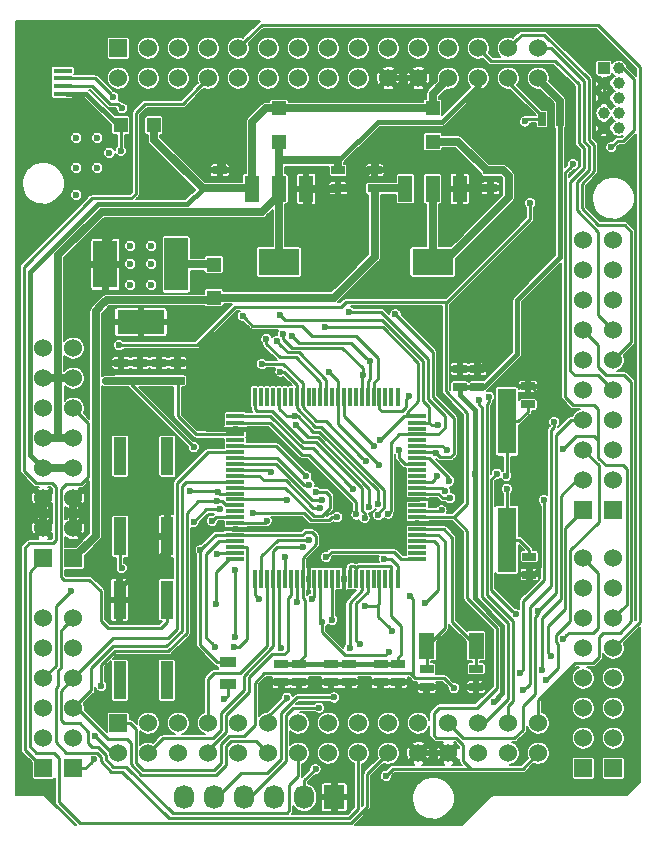
<source format=gtl>
G04 #@! TF.FileFunction,Copper,L1,Top,Signal*
%FSLAX46Y46*%
G04 Gerber Fmt 4.6, Leading zero omitted, Abs format (unit mm)*
G04 Created by KiCad (PCBNEW (after 2015-mar-04 BZR unknown)-product) date 2015年06月14日日曜日 16:42:44*
%MOMM*%
G01*
G04 APERTURE LIST*
%ADD10C,0.100000*%
%ADD11R,1.600000X0.400000*%
%ADD12R,2.100000X2.000000*%
%ADD13R,1.900000X1.600000*%
%ADD14R,2.000000X4.000000*%
%ADD15R,4.000000X2.000000*%
%ADD16R,2.000000X4.500000*%
%ADD17R,1.200000X1.200000*%
%ADD18R,1.000000X1.000000*%
%ADD19C,1.000000*%
%ADD20R,1.397000X0.889000*%
%ADD21R,1.727200X2.032000*%
%ADD22O,1.727200X2.032000*%
%ADD23C,1.524000*%
%ADD24R,1.530000X1.530000*%
%ADD25C,1.530000*%
%ADD26R,1.100000X3.200000*%
%ADD27R,1.500000X0.400000*%
%ADD28R,1.500000X0.300000*%
%ADD29R,0.400000X1.500000*%
%ADD30R,0.300000X1.500000*%
%ADD31R,3.500000X2.200000*%
%ADD32R,1.200000X2.200000*%
%ADD33R,1.600000X5.500000*%
%ADD34R,1.143000X0.635000*%
%ADD35R,0.635000X1.143000*%
%ADD36C,0.600000*%
%ADD37C,0.381000*%
%ADD38C,0.254000*%
%ADD39C,0.635000*%
%ADD40C,0.508000*%
%ADD41C,0.127000*%
G04 APERTURE END LIST*
D10*
D11*
X4180000Y62210000D03*
X4180000Y62860000D03*
X4180000Y63510000D03*
X4180000Y64160000D03*
X4180000Y64810000D03*
D12*
X3855000Y60410000D03*
X3855000Y66610000D03*
D13*
X1180000Y67610000D03*
X1180000Y59410000D03*
D14*
X7800000Y47750000D03*
D15*
X10800000Y42850000D03*
D16*
X13800000Y47750000D03*
D17*
X9100000Y59550000D03*
X11900000Y59550000D03*
D18*
X50005000Y64370000D03*
D19*
X51275000Y64370000D03*
X50005000Y63100000D03*
X51275000Y63100000D03*
X50005000Y61830000D03*
X51275000Y61830000D03*
X50005000Y60560000D03*
X51275000Y60560000D03*
X50005000Y59290000D03*
X51275000Y59290000D03*
D20*
X18200000Y14102500D03*
X18200000Y12197500D03*
D17*
X16990000Y47730000D03*
X16990000Y44930000D03*
X35500000Y58150000D03*
X35500000Y60950000D03*
X22500000Y58150000D03*
X22500000Y60950000D03*
D21*
X27190000Y2630000D03*
D22*
X24650000Y2630000D03*
X22110000Y2630000D03*
X19570000Y2630000D03*
X17030000Y2630000D03*
X14490000Y2630000D03*
D10*
G36*
X47498000Y27696000D02*
X49022000Y27696000D01*
X49022000Y26172000D01*
X47498000Y26172000D01*
X47498000Y27696000D01*
X47498000Y27696000D01*
G37*
D23*
X48260000Y29474000D03*
X48260000Y32014000D03*
X48260000Y34554000D03*
X48260000Y37094000D03*
X48260000Y39634000D03*
X48260000Y42174000D03*
X48260000Y44714000D03*
X48260000Y47254000D03*
X48260000Y49794000D03*
D10*
G36*
X47498000Y4328000D02*
X47498000Y5852000D01*
X49022000Y5852000D01*
X49022000Y4328000D01*
X47498000Y4328000D01*
X47498000Y4328000D01*
G37*
D23*
X48260000Y7630000D03*
X48260000Y10170000D03*
X48260000Y12710000D03*
X48260000Y15250000D03*
X48260000Y17790000D03*
X48260000Y22870000D03*
X48260000Y20330000D03*
D10*
G36*
X4318000Y22108000D02*
X4318000Y23632000D01*
X5842000Y23632000D01*
X5842000Y22108000D01*
X4318000Y22108000D01*
X4318000Y22108000D01*
G37*
D23*
X5080000Y25410000D03*
X5080000Y27950000D03*
X5080000Y30490000D03*
X5080000Y33030000D03*
X5080000Y35570000D03*
X5080000Y38110000D03*
X5080000Y40650000D03*
D10*
G36*
X5842000Y5852000D02*
X5842000Y4328000D01*
X4318000Y4328000D01*
X4318000Y5852000D01*
X5842000Y5852000D01*
X5842000Y5852000D01*
G37*
D23*
X5080000Y7630000D03*
X5080000Y10170000D03*
X5080000Y12710000D03*
X5080000Y15250000D03*
X5080000Y17790000D03*
D24*
X8890000Y8900000D03*
D25*
X11430000Y8900000D03*
X13970000Y8900000D03*
X16510000Y8900000D03*
X19050000Y8900000D03*
X21590000Y8900000D03*
X24130000Y8900000D03*
X26670000Y8900000D03*
X29210000Y8900000D03*
X31750000Y8900000D03*
X34290000Y8900000D03*
X36830000Y8900000D03*
X39370000Y8900000D03*
X41910000Y8900000D03*
X44450000Y8900000D03*
X8890000Y6360000D03*
X11430000Y6360000D03*
X13970000Y6360000D03*
X16510000Y6360000D03*
X19050000Y6360000D03*
X21590000Y6360000D03*
X24130000Y6360000D03*
X26670000Y6360000D03*
X29210000Y6360000D03*
X31750000Y6360000D03*
X34290000Y6360000D03*
X36830000Y6360000D03*
X39370000Y6360000D03*
X41910000Y6360000D03*
X44450000Y6360000D03*
D10*
G36*
X50038000Y27696000D02*
X51562000Y27696000D01*
X51562000Y26172000D01*
X50038000Y26172000D01*
X50038000Y27696000D01*
X50038000Y27696000D01*
G37*
D23*
X50800000Y29474000D03*
X50800000Y32014000D03*
X50800000Y34554000D03*
X50800000Y37094000D03*
X50800000Y39634000D03*
X50800000Y42174000D03*
X50800000Y44714000D03*
X50800000Y47254000D03*
X50800000Y49794000D03*
D10*
G36*
X50038000Y4328000D02*
X50038000Y5852000D01*
X51562000Y5852000D01*
X51562000Y4328000D01*
X50038000Y4328000D01*
X50038000Y4328000D01*
G37*
D23*
X50800000Y7630000D03*
X50800000Y10170000D03*
X50800000Y12710000D03*
X50800000Y15250000D03*
X50800000Y17790000D03*
X50800000Y22870000D03*
X50800000Y20330000D03*
D10*
G36*
X1778000Y22108000D02*
X1778000Y23632000D01*
X3302000Y23632000D01*
X3302000Y22108000D01*
X1778000Y22108000D01*
X1778000Y22108000D01*
G37*
D23*
X2540000Y25410000D03*
X2540000Y27950000D03*
X2540000Y30490000D03*
X2540000Y33030000D03*
X2540000Y35570000D03*
X2540000Y38110000D03*
X2540000Y40650000D03*
D10*
G36*
X3302000Y5852000D02*
X3302000Y4328000D01*
X1778000Y4328000D01*
X1778000Y5852000D01*
X3302000Y5852000D01*
X3302000Y5852000D01*
G37*
D23*
X2540000Y7630000D03*
X2540000Y10170000D03*
X2540000Y12710000D03*
X2540000Y15250000D03*
X2540000Y17790000D03*
D24*
X8890000Y66050000D03*
D25*
X11430000Y66050000D03*
X13970000Y66050000D03*
X16510000Y66050000D03*
X19050000Y66050000D03*
X21590000Y66050000D03*
X24130000Y66050000D03*
X26670000Y66050000D03*
X29210000Y66050000D03*
X31750000Y66050000D03*
X34290000Y66050000D03*
X36830000Y66050000D03*
X39370000Y66050000D03*
X41910000Y66050000D03*
X44450000Y66050000D03*
X8890000Y63510000D03*
X11430000Y63510000D03*
X13970000Y63510000D03*
X16510000Y63510000D03*
X19050000Y63510000D03*
X21590000Y63510000D03*
X24130000Y63510000D03*
X26670000Y63510000D03*
X29210000Y63510000D03*
X31750000Y63510000D03*
X34290000Y63510000D03*
X36830000Y63510000D03*
X39370000Y63510000D03*
X41910000Y63510000D03*
X44450000Y63510000D03*
D26*
X13000000Y19350000D03*
X9000000Y19350000D03*
X13000000Y12550000D03*
X9000000Y12550000D03*
D27*
X34200000Y22790000D03*
D28*
X34200000Y23350000D03*
X34200000Y23850000D03*
X34200000Y24350000D03*
X34200000Y24850000D03*
X34200000Y25350000D03*
X34200000Y25850000D03*
X34200000Y26350000D03*
X34200000Y26850000D03*
X34200000Y27350000D03*
X34200000Y27850000D03*
X34200000Y28350000D03*
X34200000Y28850000D03*
X34200000Y29350000D03*
X34200000Y29850000D03*
X34200000Y30350000D03*
X34200000Y30850000D03*
X34200000Y31350000D03*
X34200000Y31850000D03*
X34200000Y32350000D03*
X34200000Y32850000D03*
X34200000Y33350000D03*
X34200000Y33850000D03*
X34200000Y34350000D03*
D27*
X34200000Y34910000D03*
D29*
X32560000Y36550000D03*
D30*
X32000000Y36550000D03*
X31500000Y36550000D03*
X31000000Y36550000D03*
X30500000Y36550000D03*
X30000000Y36550000D03*
X29500000Y36550000D03*
X29000000Y36550000D03*
X28500000Y36550000D03*
X28000000Y36550000D03*
X27500000Y36550000D03*
X27000000Y36550000D03*
X26500000Y36550000D03*
X26000000Y36550000D03*
X25500000Y36550000D03*
X25000000Y36550000D03*
X24500000Y36550000D03*
X24000000Y36550000D03*
X23500000Y36550000D03*
X23000000Y36550000D03*
X22500000Y36550000D03*
X22000000Y36550000D03*
X21500000Y36550000D03*
X21000000Y36550000D03*
D29*
X20440000Y36550000D03*
D27*
X18800000Y34910000D03*
D28*
X18800000Y34350000D03*
X18800000Y33850000D03*
X18800000Y33350000D03*
X18800000Y32850000D03*
X18800000Y32350000D03*
X18800000Y31850000D03*
X18800000Y31350000D03*
X18800000Y30850000D03*
X18800000Y30350000D03*
X18800000Y29850000D03*
X18800000Y29350000D03*
X18800000Y28850000D03*
X18800000Y28350000D03*
X18800000Y27850000D03*
X18800000Y27350000D03*
X18800000Y26850000D03*
X18800000Y26350000D03*
X18800000Y25850000D03*
X18800000Y25350000D03*
X18800000Y24850000D03*
X18800000Y24350000D03*
X18800000Y23850000D03*
X18800000Y23350000D03*
D27*
X18800000Y22790000D03*
D29*
X20440000Y21150000D03*
D30*
X21000000Y21150000D03*
X21500000Y21150000D03*
X22000000Y21150000D03*
X22500000Y21150000D03*
X23000000Y21150000D03*
X23500000Y21150000D03*
X24000000Y21150000D03*
X24500000Y21150000D03*
X25000000Y21150000D03*
X25500000Y21150000D03*
X26000000Y21150000D03*
X26500000Y21150000D03*
X27000000Y21150000D03*
X27500000Y21150000D03*
X28000000Y21150000D03*
X28500000Y21150000D03*
X29000000Y21150000D03*
X29500000Y21150000D03*
X30000000Y21150000D03*
X30500000Y21150000D03*
X31000000Y21150000D03*
X31500000Y21150000D03*
X32000000Y21150000D03*
D29*
X32560000Y21150000D03*
D10*
G36*
X34350000Y14350000D02*
X34350000Y16550000D01*
X35650000Y16550000D01*
X35650000Y14350000D01*
X34350000Y14350000D01*
X34350000Y14350000D01*
G37*
G36*
X38550000Y14350000D02*
X38550000Y16550000D01*
X39850000Y16550000D01*
X39850000Y14350000D01*
X38550000Y14350000D01*
X38550000Y14350000D01*
G37*
D31*
X35500000Y47950000D03*
D32*
X35500000Y54150000D03*
X33200000Y54150000D03*
X37800000Y54150000D03*
D31*
X22500000Y47950000D03*
D32*
X22500000Y54150000D03*
X20200000Y54150000D03*
X24800000Y54150000D03*
D33*
X41800000Y24450000D03*
X41800000Y34450000D03*
D26*
X9049000Y24717000D03*
X13049000Y24717000D03*
X9049000Y31517000D03*
X13049000Y31517000D03*
D34*
X30600000Y55712000D03*
X30600000Y54188000D03*
D35*
X44754800Y60044800D03*
X46278800Y60044800D03*
D34*
X28400000Y13912000D03*
X28400000Y12388000D03*
X26900000Y13912000D03*
X26900000Y12388000D03*
X37800000Y38912000D03*
X37800000Y37388000D03*
X32600000Y13912000D03*
X32600000Y12388000D03*
X39300000Y37388000D03*
X39300000Y38912000D03*
X31100000Y13912000D03*
X31100000Y12388000D03*
X22700000Y13912000D03*
X22700000Y12388000D03*
X13906500Y37896000D03*
X13906500Y39420000D03*
X24200000Y13912000D03*
X24200000Y12388000D03*
X12319000Y37896000D03*
X12319000Y39420000D03*
X9144000Y37896000D03*
X9144000Y39420000D03*
X10731500Y37896000D03*
X10731500Y39420000D03*
X17500000Y54188000D03*
X17500000Y55712000D03*
X43600000Y37412000D03*
X43600000Y35888000D03*
X27500000Y55712000D03*
X27500000Y54188000D03*
X43700000Y23012000D03*
X43700000Y21488000D03*
X39200000Y11988000D03*
X39200000Y13512000D03*
X35000000Y13512000D03*
X35000000Y11988000D03*
X40400000Y54188000D03*
X40400000Y55712000D03*
D36*
X9906000Y49326000D03*
X11684000Y49326000D03*
X9906000Y47802000D03*
X11684000Y47802000D03*
X9906000Y46024000D03*
X11684000Y46024000D03*
X7112000Y58470000D03*
X7112000Y55930000D03*
X5334000Y58470000D03*
X5334000Y55930000D03*
X5334000Y53644000D03*
X8128000Y57200000D03*
X11310000Y21920000D03*
X15270641Y22330000D03*
X15580000Y34670000D03*
X42960000Y38790000D03*
X40780000Y40080000D03*
X47559420Y57060000D03*
X36992560Y27954440D03*
X41800000Y28740000D03*
X7840000Y37860000D03*
X15850061Y23569998D03*
X15280000Y32260000D03*
X39080000Y30017238D03*
X35900000Y29830000D03*
X40710000Y10710000D03*
X36560501Y28600885D03*
X41730000Y29850000D03*
X9100000Y57370000D03*
X17839711Y10929713D03*
X17211353Y23254769D03*
X9179998Y22020000D03*
X15270657Y25918940D03*
X17524198Y26998639D03*
X42875559Y13194500D03*
X36258500Y26929420D03*
X44944940Y27803624D03*
X25590500Y5003000D03*
X20291699Y26715440D03*
X27432000Y26339000D03*
X18770000Y21870000D03*
X18770288Y16239132D03*
X29742414Y26286883D03*
X45551300Y14561700D03*
X28754693Y28764695D03*
X44752240Y13442757D03*
X30543500Y32371500D03*
X45100000Y12540000D03*
X44407100Y18407400D03*
X22680000Y15310000D03*
X24813972Y29806543D03*
X39439998Y36310000D03*
X33540000Y36580000D03*
X40261616Y36551769D03*
X25026587Y24404751D03*
X26485136Y22970051D03*
X6926753Y7813823D03*
X24563643Y23811619D03*
X23207618Y27775458D03*
X33560000Y19639200D03*
X32700000Y32000000D03*
X37330000Y11870000D03*
X29770580Y18849420D03*
X32069998Y16720000D03*
X31790000Y14970000D03*
X26160000Y17438533D03*
X26999998Y17650000D03*
X42525811Y18122022D03*
X36900250Y29434424D03*
X23174379Y11068552D03*
X40940000Y30030000D03*
X29046927Y26573976D03*
X46520000Y16050000D03*
X25969689Y27115112D03*
X8960000Y40900000D03*
X43770000Y52950543D03*
X43320000Y59850000D03*
X31550000Y4450000D03*
X6839420Y5830580D03*
X17110000Y15380000D03*
X17200000Y19000000D03*
X20770000Y19430000D03*
X30850446Y27487008D03*
X23855226Y34897679D03*
X30960000Y30780000D03*
X26720000Y38650000D03*
X35814000Y31770580D03*
X32360000Y43530000D03*
X26175219Y27838909D03*
X25078599Y29102202D03*
X25590502Y28498000D03*
X22850000Y41890000D03*
X29590002Y38355000D03*
X30175200Y39547000D03*
X23617823Y41719216D03*
X31070597Y32908428D03*
X26360000Y42430000D03*
X22577314Y43470000D03*
X43190178Y11674479D03*
X35939980Y34150000D03*
X45810000Y34410000D03*
X30901235Y26529500D03*
X22614800Y38677300D03*
X29828424Y31092152D03*
X21040000Y39310002D03*
X34880000Y19100000D03*
X36708080Y32013360D03*
X46538650Y32109983D03*
X47409998Y56230000D03*
X30140231Y27238575D03*
X23947520Y34147557D03*
X31390000Y22780000D03*
X31740375Y26649036D03*
X28466285Y43721138D03*
X23990000Y19170000D03*
X17303976Y28453994D03*
X14960000Y28569998D03*
X7450000Y12060000D03*
X17259372Y27702905D03*
X16835888Y26030000D03*
X4870000Y20100000D03*
X21455080Y26021500D03*
X25260000Y19440000D03*
X22987000Y22973500D03*
X50639711Y57690289D03*
X21861442Y30212303D03*
X28470000Y15299420D03*
X25880000Y10220000D03*
X27170000Y11080000D03*
X29314931Y15578547D03*
X19430000Y43390000D03*
X22297893Y41264477D03*
X9230000Y60960000D03*
X8470020Y61930000D03*
X21427118Y41452556D03*
X18710000Y15370000D03*
D37*
X17500000Y55712000D02*
X17790000Y56002000D01*
X17790000Y56002000D02*
X17790000Y61940000D01*
X17790000Y61940000D02*
X17790000Y64293287D01*
D38*
X15270641Y22754264D02*
X15270641Y22330000D01*
X15270641Y24520641D02*
X15270641Y22754264D01*
X18800000Y25350000D02*
X16100000Y25350000D01*
X16100000Y25350000D02*
X15270641Y24520641D01*
D37*
X9000000Y19350000D02*
X9000000Y20320000D01*
X9000000Y20320000D02*
X10600000Y21920000D01*
X10600000Y21920000D02*
X11310000Y21920000D01*
X11310000Y21920000D02*
X13049000Y23659000D01*
X13049000Y23659000D02*
X13049000Y24717000D01*
X13049000Y24717000D02*
X13049000Y25981000D01*
D38*
X33224000Y63510000D02*
X33040000Y63694000D01*
X33040000Y63694000D02*
X33040000Y66900000D01*
X33040000Y66900000D02*
X33753590Y67613590D01*
X33753590Y67613590D02*
X45126410Y67613590D01*
X45126410Y67613590D02*
X49640000Y63100000D01*
X49640000Y63100000D02*
X50005000Y63100000D01*
D37*
X6100000Y59360000D02*
X5050000Y60410000D01*
X5050000Y60410000D02*
X4223000Y60410000D01*
X2540000Y27950000D02*
X430000Y30060000D01*
X430000Y47760000D02*
X6100000Y53430000D01*
X430000Y30060000D02*
X430000Y47760000D01*
X6100000Y53430000D02*
X6100000Y59360000D01*
D38*
X27420000Y2650000D02*
X27190000Y2880000D01*
X27190000Y2880000D02*
X27190000Y4170000D01*
X27190000Y4170000D02*
X27960000Y4940000D01*
X27960000Y4940000D02*
X27960000Y10780000D01*
X28400000Y11816500D02*
X28400000Y12388000D01*
X27960000Y10780000D02*
X28400000Y11220000D01*
X28400000Y11220000D02*
X28400000Y11816500D01*
D37*
X36830000Y25850000D02*
X37800000Y24880000D01*
X37800000Y24880000D02*
X37800000Y19460000D01*
X40480000Y16780000D02*
X40480000Y13014000D01*
X34200000Y25850000D02*
X36830000Y25850000D01*
X37800000Y19460000D02*
X40480000Y16780000D01*
X40480000Y13014000D02*
X39454000Y11988000D01*
X39454000Y11988000D02*
X39200000Y11988000D01*
X18800000Y33850000D02*
X21508500Y33850000D01*
X21508500Y33850000D02*
X24618500Y30740000D01*
X24618500Y30740000D02*
X24902053Y30740000D01*
X24902053Y30740000D02*
X28194717Y27447336D01*
X28194717Y27447336D02*
X28194717Y25601323D01*
X28194717Y25601323D02*
X28027823Y25601323D01*
X18800000Y25350000D02*
X23060000Y25350000D01*
X23060000Y25350000D02*
X23311323Y25601323D01*
X23311323Y25601323D02*
X28027823Y25601323D01*
D38*
X43600000Y38150000D02*
X43259999Y38490001D01*
X43600000Y37412000D02*
X43600000Y38150000D01*
X43259999Y38490001D02*
X42960000Y38790000D01*
D39*
X24800000Y54150000D02*
X24930000Y54020000D01*
X24400000Y45960000D02*
X19835000Y45960000D01*
X19040000Y46755000D02*
X19040000Y49030000D01*
X24930000Y54020000D02*
X24930000Y46490000D01*
X24930000Y46490000D02*
X24400000Y45960000D01*
X19835000Y45960000D02*
X19040000Y46755000D01*
X9045000Y50960000D02*
X7815000Y49730000D01*
X7815000Y48765000D02*
X7800000Y48750000D01*
X19040000Y49030000D02*
X17110000Y50960000D01*
X7800000Y48750000D02*
X7800000Y47750000D01*
X17110000Y50960000D02*
X9045000Y50960000D01*
X7815000Y49730000D02*
X7815000Y48765000D01*
D38*
X43954000Y21488000D02*
X43700000Y21488000D01*
X43854000Y37412000D02*
X44453417Y36812583D01*
X44365539Y27525511D02*
X44556628Y27334422D01*
X44365539Y28081737D02*
X44365539Y27525511D01*
X44556628Y22090628D02*
X43954000Y21488000D01*
X44453417Y36812583D02*
X44453417Y28169615D01*
X43600000Y37412000D02*
X43854000Y37412000D01*
X44556628Y27334422D02*
X44556628Y22090628D01*
X44453417Y28169615D02*
X44365539Y28081737D01*
D40*
X13906500Y39420000D02*
X14670000Y39420000D01*
X15618500Y38471500D02*
X15618500Y34629400D01*
X14670000Y39420000D02*
X15618500Y38471500D01*
X9144000Y39420000D02*
X10731500Y39420000D01*
X10731500Y39420000D02*
X12319000Y39420000D01*
X12319000Y39420000D02*
X13906500Y39420000D01*
X37040945Y59296590D02*
X41153410Y59296590D01*
X41153410Y59296590D02*
X44850000Y55600000D01*
X40780000Y44840000D02*
X40780000Y40080000D01*
X44850000Y55600000D02*
X44850000Y48910000D01*
X44850000Y48910000D02*
X40780000Y44840000D01*
D38*
X41110000Y64580000D02*
X45620000Y64580000D01*
D37*
X27837323Y25601323D02*
X28027823Y25601323D01*
X25000000Y22764000D02*
X27837323Y25601323D01*
X25000000Y22179700D02*
X25000000Y22764000D01*
X28027823Y25601323D02*
X32820323Y25601323D01*
X32820323Y25601323D02*
X33069000Y25850000D01*
X33069000Y25850000D02*
X34200000Y25850000D01*
D38*
X8990000Y19340000D02*
X9000000Y19350000D01*
D40*
X39300000Y38912000D02*
X39612000Y38912000D01*
X39612000Y38912000D02*
X40780000Y40080000D01*
D38*
X50005000Y63100000D02*
X50005000Y61830000D01*
D37*
X33170300Y25850000D02*
X32560000Y26460300D01*
X32560000Y26460300D02*
X32560000Y27850000D01*
X32560000Y27850000D02*
X34200000Y27850000D01*
D40*
X4578000Y64780000D02*
X17425758Y64780000D01*
X17425758Y64780000D02*
X17760000Y64780000D01*
D37*
X17790000Y64293287D02*
X17790000Y64415758D01*
X17790000Y64415758D02*
X17425758Y64780000D01*
X17790000Y64293287D02*
X17790000Y64750000D01*
X17790000Y64293287D02*
X17790000Y64460000D01*
X17790000Y64460000D02*
X18110000Y64780000D01*
X17790000Y64750000D02*
X17760000Y64780000D01*
D40*
X4548000Y64810000D02*
X4578000Y64780000D01*
X17760000Y64780000D02*
X18110000Y64780000D01*
X17620000Y64780000D02*
X30480000Y64780000D01*
X30480000Y64780000D02*
X31750000Y63510000D01*
D37*
X27778000Y54188000D02*
X27500000Y54188000D01*
X32600000Y12388000D02*
X32600000Y12380000D01*
X24200000Y12388000D02*
X32600000Y12388000D01*
X24200000Y12388000D02*
X28400000Y12388000D01*
X22700000Y12388000D02*
X24200000Y12388000D01*
D39*
X24800000Y54150000D02*
X27462000Y54150000D01*
X27462000Y54150000D02*
X27500000Y54188000D01*
D38*
X33685200Y25850000D02*
X34200000Y25850000D01*
D37*
X33685200Y25850000D02*
X33170300Y25850000D01*
D38*
X33224000Y63510000D02*
X31750000Y63510000D01*
X34290000Y63510000D02*
X33224000Y63510000D01*
X25000000Y22179700D02*
X28000000Y22179700D01*
X28000000Y21150000D02*
X28000000Y22179700D01*
X1523000Y59410000D02*
X1523000Y60489700D01*
X4223000Y61049900D02*
X2083200Y61049900D01*
X2083200Y61049900D02*
X1523000Y60489700D01*
X4223000Y60410000D02*
X4223000Y61049900D01*
X4548000Y64810000D02*
X3695000Y64810000D01*
X25000000Y21150000D02*
X25000000Y22179700D01*
X1523000Y67610000D02*
X2752700Y67610000D01*
X4223000Y66610000D02*
X2893300Y66610000D01*
X2752700Y67610000D02*
X2752700Y66750600D01*
X2752700Y66750600D02*
X2893300Y66610000D01*
X38946000Y11988000D02*
X39200000Y11988000D01*
X4223000Y60580000D02*
X3420000Y60580000D01*
X4223000Y61049900D02*
X4223000Y60580000D01*
X4223000Y66580000D02*
X4223000Y66610000D01*
X3695000Y66580000D02*
X4223000Y66580000D01*
X3695000Y64810000D02*
X3695000Y66580000D01*
D40*
X31750000Y63510000D02*
X34290000Y63510000D01*
X17528000Y55740000D02*
X17600000Y55740000D01*
X17500000Y55712000D02*
X17528000Y55740000D01*
D37*
X15577900Y34670000D02*
X15618500Y34629400D01*
X16397900Y33850000D02*
X18800000Y33850000D01*
X15618500Y34629400D02*
X16397900Y33850000D01*
D39*
X30282000Y55712000D02*
X30600000Y55712000D01*
D37*
X35570000Y64790000D02*
X39960000Y64790000D01*
X34290000Y63510000D02*
X35570000Y64790000D01*
X39960000Y64790000D02*
X40640000Y64110000D01*
X26900000Y12388000D02*
X28400000Y12388000D01*
X31100000Y12388000D02*
X32600000Y12388000D01*
D39*
X5080000Y25410000D02*
X5080000Y27950000D01*
X2540000Y25410000D02*
X2540000Y27950000D01*
D37*
X39200000Y11289500D02*
X39200000Y11988000D01*
X38740500Y10830000D02*
X39200000Y11289500D01*
X35459500Y10830000D02*
X38740500Y10830000D01*
X35000000Y11289500D02*
X35459500Y10830000D01*
X35000000Y11988000D02*
X35000000Y11289500D01*
D40*
X36830000Y6360000D02*
X34290000Y6360000D01*
X33040000Y7610000D02*
X34290000Y6360000D01*
X33040000Y9730000D02*
X33040000Y7610000D01*
X32600000Y10170000D02*
X33040000Y9730000D01*
X32600000Y12388000D02*
X32600000Y10170000D01*
D37*
X37800000Y38912000D02*
X39300000Y38912000D01*
X35000000Y11988000D02*
X34047500Y11988000D01*
X33647500Y12388000D02*
X32600000Y12388000D01*
X34047500Y11988000D02*
X33647500Y12388000D01*
D38*
X50005000Y59290000D02*
X49770000Y59290000D01*
X49770000Y59290000D02*
X49140000Y59920000D01*
X49140000Y62235000D02*
X50005000Y63100000D01*
X49140000Y59920000D02*
X49140000Y62235000D01*
X40640000Y64110000D02*
X41110000Y64580000D01*
X47259421Y62940579D02*
X47259421Y57359999D01*
X47259421Y57359999D02*
X47559420Y57060000D01*
X45620000Y64580000D02*
X47259421Y62940579D01*
D39*
X37838000Y54188000D02*
X37800000Y54150000D01*
X40400000Y54188000D02*
X37838000Y54188000D01*
D37*
X30600000Y56790000D02*
X30600000Y55712000D01*
X33106590Y59296590D02*
X30600000Y56790000D01*
X37040945Y59296590D02*
X33106590Y59296590D01*
X40640000Y62895645D02*
X37040945Y59296590D01*
X40640000Y64110000D02*
X40640000Y62895645D01*
D39*
X37800000Y56150000D02*
X37800000Y54150000D01*
X37330000Y56620000D02*
X37800000Y56150000D01*
X30610000Y56620000D02*
X37330000Y56620000D01*
X30600000Y56610000D02*
X30610000Y56620000D01*
X30600000Y55712000D02*
X30600000Y56610000D01*
X30122000Y55712000D02*
X30600000Y55712000D01*
X28598000Y54188000D02*
X30122000Y55712000D01*
X27500000Y54188000D02*
X28598000Y54188000D01*
D38*
X2540000Y61725000D02*
X3855000Y60410000D01*
X2540000Y65455000D02*
X2540000Y61725000D01*
X3695000Y66610000D02*
X2540000Y65455000D01*
X3855000Y66610000D02*
X3695000Y66610000D01*
X35000000Y15450000D02*
X35000000Y13512000D01*
X36540000Y16990000D02*
X35000000Y15450000D01*
X36540000Y24310000D02*
X36540000Y16990000D01*
X36000000Y24850000D02*
X36540000Y24310000D01*
X34200000Y24850000D02*
X36000000Y24850000D01*
X39200000Y13512000D02*
X39200000Y15450000D01*
X37160000Y24620000D02*
X37160000Y17490000D01*
X36440000Y25340000D02*
X37160000Y24620000D01*
X34210000Y25340000D02*
X36440000Y25340000D01*
X37160000Y17490000D02*
X39200000Y15450000D01*
X34200000Y25350000D02*
X34210000Y25340000D01*
X36372800Y27954440D02*
X36568296Y27954440D01*
X35977240Y28350000D02*
X36372800Y27954440D01*
X36568296Y27954440D02*
X36992560Y27954440D01*
X34200000Y28350000D02*
X35977240Y28350000D01*
X41800000Y24450000D02*
X41800000Y28740000D01*
X41800000Y24450000D02*
X42859200Y24450000D01*
X42859200Y24450000D02*
X43700000Y23609200D01*
X43700000Y23012000D02*
X43700000Y23609200D01*
X15280000Y32260000D02*
X9940983Y37599017D01*
X9940983Y37599017D02*
X9940983Y37896000D01*
D39*
X7840000Y37860000D02*
X7870000Y37890000D01*
X7870000Y37890000D02*
X9138000Y37890000D01*
X9138000Y37890000D02*
X9144000Y37896000D01*
D38*
X17247500Y14102500D02*
X15850061Y15499939D01*
X18200000Y14102500D02*
X17247500Y14102500D01*
X17130063Y24850000D02*
X16150060Y23869997D01*
X15850061Y23145734D02*
X15850061Y23569998D01*
X18800000Y24850000D02*
X17130063Y24850000D01*
X15850061Y15499939D02*
X15850061Y23145734D01*
X16150060Y23869997D02*
X15850061Y23569998D01*
D37*
X46278800Y60044800D02*
X46278800Y48338800D01*
X46278800Y48338800D02*
X42660000Y44720000D01*
X42660000Y44720000D02*
X42660000Y40180000D01*
X42660000Y40180000D02*
X39868000Y37388000D01*
X39868000Y37388000D02*
X39300000Y37388000D01*
X40710000Y10710000D02*
X41419820Y11419820D01*
X41419820Y11419820D02*
X41419820Y17169286D01*
X39080000Y29592974D02*
X39080000Y30017238D01*
X41419820Y17169286D02*
X39080000Y19509106D01*
X39080000Y19509106D02*
X39080000Y29592974D01*
D38*
X32600000Y13912000D02*
X32600000Y14483500D01*
X32000000Y17970000D02*
X32000000Y21150000D01*
X32600000Y14483500D02*
X32809401Y14692901D01*
X32809401Y17160599D02*
X32000000Y17970000D01*
X32809401Y14692901D02*
X32809401Y17160599D01*
D39*
X9144000Y37896000D02*
X9940983Y37896000D01*
X9940983Y37896000D02*
X10731500Y37896000D01*
D38*
X18800000Y33350000D02*
X15450000Y33350000D01*
X13906500Y34893500D02*
X13906500Y37896000D01*
X15450000Y33350000D02*
X13906500Y34893500D01*
D39*
X10731500Y37896000D02*
X12319000Y37896000D01*
X12319000Y37896000D02*
X13906500Y37896000D01*
D37*
X39080000Y30441502D02*
X39080000Y30017238D01*
X37800000Y36689500D02*
X39080000Y35409500D01*
X39080000Y35409500D02*
X39080000Y30441502D01*
X37800000Y37388000D02*
X37800000Y36689500D01*
D38*
X25605998Y24034550D02*
X25605998Y24781872D01*
X24500000Y21150000D02*
X24500000Y22928552D01*
X24485818Y24850000D02*
X19804000Y24850000D01*
X19804000Y24850000D02*
X18800000Y24850000D01*
X24767231Y25131413D02*
X24485818Y24850000D01*
X25605998Y24781872D02*
X25256458Y25131413D01*
X24500000Y22928552D02*
X25605998Y24034550D01*
X25256458Y25131413D02*
X24767231Y25131413D01*
D39*
X44450000Y63510000D02*
X44450000Y63448400D01*
X44450000Y63448400D02*
X46278800Y61619600D01*
X46278800Y61619600D02*
X46278800Y60044800D01*
X3810000Y33030000D02*
X3810000Y38100000D01*
X3810000Y38100000D02*
X3800000Y38110000D01*
D38*
X37800000Y37537300D02*
X37800000Y37388000D01*
X32000000Y22179700D02*
X29177700Y22179700D01*
X29177700Y22179700D02*
X29000000Y22002000D01*
X29000000Y22002000D02*
X28822300Y22179700D01*
X28822300Y22179700D02*
X28500000Y22179700D01*
X29000000Y21664900D02*
X29000000Y22002000D01*
X32000000Y21150000D02*
X32000000Y22179700D01*
D39*
X27500000Y56445300D02*
X27500000Y56550000D01*
X27500000Y56550000D02*
X22500000Y56550000D01*
X27500000Y55712000D02*
X27500000Y56445300D01*
D38*
X28500000Y21150000D02*
X28500000Y22179700D01*
X31033900Y13912000D02*
X31100000Y13912000D01*
D39*
X3810000Y38110000D02*
X5080000Y38110000D01*
X3800000Y38110000D02*
X3810000Y38110000D01*
D38*
X3810000Y33030000D02*
X3810000Y38110000D01*
D39*
X3810000Y33030000D02*
X5080000Y33030000D01*
X2540000Y33030000D02*
X3810000Y33030000D01*
D38*
X29000000Y21150000D02*
X29000000Y21664900D01*
X24200000Y14032200D02*
X24200000Y14152300D01*
X24200000Y13912000D02*
X24200000Y14032200D01*
D39*
X22500000Y56550000D02*
X22500000Y54150000D01*
X22500000Y58150000D02*
X22500000Y56550000D01*
X22500000Y50750000D02*
X22500000Y47950000D01*
X22500000Y54150000D02*
X22500000Y50750000D01*
X2540000Y38110000D02*
X3800000Y38110000D01*
D38*
X24500000Y19537514D02*
X24680599Y19356915D01*
X24500000Y21150000D02*
X24500000Y19537514D01*
X24680599Y14632899D02*
X24200000Y14152300D01*
X24680599Y19356915D02*
X24680599Y14632899D01*
X34200000Y29350000D02*
X35420000Y29350000D01*
X35420000Y29350000D02*
X35600001Y29530001D01*
X35600001Y29530001D02*
X35900000Y29830000D01*
D37*
X39300000Y37388000D02*
X37800000Y37388000D01*
X22700000Y13912000D02*
X24200000Y13912000D01*
X24200000Y13912000D02*
X26900000Y13912000D01*
X26900000Y13912000D02*
X28400000Y13912000D01*
X28400000Y13912000D02*
X31100000Y13912000D01*
X31100000Y13912000D02*
X32600000Y13912000D01*
X36330000Y59830000D02*
X39410000Y62910000D01*
X30865000Y59830000D02*
X36330000Y59830000D01*
X39410000Y62910000D02*
X39410000Y63520000D01*
X27500000Y56465000D02*
X30865000Y59830000D01*
X27500000Y55712000D02*
X27500000Y56465000D01*
D39*
X3800000Y48530000D02*
X7471270Y52201270D01*
X21051270Y52201270D02*
X22500000Y53650000D01*
X3800000Y38110000D02*
X3800000Y48530000D01*
X7471270Y52201270D02*
X21051270Y52201270D01*
X22500000Y53650000D02*
X22500000Y54150000D01*
D38*
X34200000Y28850000D02*
X36311386Y28850000D01*
X36311386Y28850000D02*
X36560501Y28600885D01*
X41800000Y34450000D02*
X42759200Y34450000D01*
X42759200Y34450000D02*
X43600000Y35290800D01*
X43600000Y35888000D02*
X43600000Y35290800D01*
X41800000Y29920000D02*
X41730000Y29850000D01*
X41800000Y34450000D02*
X41800000Y29920000D01*
D39*
X11900000Y58315000D02*
X11900000Y59550000D01*
X17500000Y54188000D02*
X16027000Y54188000D01*
X16027000Y54188000D02*
X11900000Y58315000D01*
X35334800Y60950000D02*
X35500000Y60950000D01*
X22500000Y60950000D02*
X35334800Y60950000D01*
X2540000Y30490000D02*
X5080000Y30490000D01*
X17500000Y54188000D02*
X20162000Y54188000D01*
X20162000Y54188000D02*
X20200000Y54150000D01*
X20062000Y54288000D02*
X20200000Y54150000D01*
X2540000Y30490000D02*
X2240000Y30490000D01*
X35500000Y62180000D02*
X36830000Y63510000D01*
X35500000Y60950000D02*
X35500000Y62180000D01*
X21370000Y60950000D02*
X22500000Y60950000D01*
X20200000Y59780000D02*
X21370000Y60950000D01*
X20200000Y54150000D02*
X20200000Y59780000D01*
D37*
X16042640Y54172360D02*
X11900000Y58315000D01*
X14731960Y52861680D02*
X16042640Y54172360D01*
X7162800Y52861680D02*
X14731960Y52861680D01*
X1390000Y47088880D02*
X7162800Y52861680D01*
X1390000Y31640000D02*
X1390000Y47088880D01*
X2540000Y30490000D02*
X1390000Y31640000D01*
X6190000Y62210000D02*
X4548000Y62210000D01*
X8850000Y59550000D02*
X6190000Y62210000D01*
X9100000Y59550000D02*
X8850000Y59550000D01*
D38*
X9100000Y59550000D02*
X9100000Y57370000D01*
D39*
X5080000Y22870000D02*
X6980000Y24770000D01*
X6980000Y24770000D02*
X6980000Y43790000D01*
X6980000Y43790000D02*
X7550000Y44360000D01*
X7550000Y44360000D02*
X7920000Y44730000D01*
X7920000Y44730000D02*
X16790000Y44730000D01*
X16790000Y44730000D02*
X16990000Y44930000D01*
D40*
X7550000Y44360000D02*
X7580000Y44360000D01*
D38*
X31750000Y6360000D02*
X29980000Y4590000D01*
X1380000Y21710000D02*
X2540000Y22870000D01*
X1380000Y6970000D02*
X1380000Y21710000D01*
X1950000Y6400000D02*
X1380000Y6970000D01*
X3420000Y6400000D02*
X1950000Y6400000D01*
X3840000Y5980000D02*
X3420000Y6400000D01*
X3840000Y2250000D02*
X3840000Y5980000D01*
X5630000Y460000D02*
X3840000Y2250000D01*
X28594750Y460000D02*
X5630000Y460000D01*
X29980000Y4590000D02*
X29980000Y1845250D01*
X29980000Y1845250D02*
X28594750Y460000D01*
D39*
X33190000Y54140000D02*
X33200000Y54150000D01*
X33062000Y54288000D02*
X33200000Y54150000D01*
X30600000Y54188000D02*
X33162000Y54188000D01*
X33162000Y54188000D02*
X33200000Y54150000D01*
X30600000Y48390000D02*
X30600000Y53235500D01*
X27140000Y44930000D02*
X30600000Y48390000D01*
X30600000Y53235500D02*
X30600000Y54188000D01*
X16990000Y44930000D02*
X27140000Y44930000D01*
D38*
X18200000Y11290002D02*
X18139710Y11229712D01*
X18139710Y11229712D02*
X17839711Y10929713D01*
X18200000Y12197500D02*
X18200000Y11290002D01*
X17306584Y23350000D02*
X17211353Y23254769D01*
X18800000Y23350000D02*
X17306584Y23350000D01*
X47713591Y54738341D02*
X48750000Y55774750D01*
X48300000Y63281873D02*
X45531873Y66050000D01*
X45531873Y66050000D02*
X44450000Y66050000D01*
X48750000Y55774750D02*
X48750000Y57725250D01*
X47713590Y52321660D02*
X47713591Y54738341D01*
X49510000Y50525250D02*
X47713590Y52321660D01*
X50800000Y42174000D02*
X49510000Y43464000D01*
X49510000Y43464000D02*
X49510000Y50525250D01*
X48750000Y57725250D02*
X48300000Y58175250D01*
X48300000Y58175250D02*
X48300000Y63281873D01*
X27432000Y26339000D02*
X27007736Y26339000D01*
X27007736Y26339000D02*
X26739969Y26071233D01*
X26739969Y26071233D02*
X25218767Y26071233D01*
X25218767Y26071233D02*
X24574560Y26715440D01*
X24574560Y26715440D02*
X20715963Y26715440D01*
X20715963Y26715440D02*
X20291699Y26715440D01*
X9049000Y24717000D02*
X9049000Y22150998D01*
X9049000Y22150998D02*
X9179998Y22020000D01*
X15270729Y25918940D02*
X15270657Y25918940D01*
X17524198Y26998639D02*
X16350428Y26998639D01*
X16350428Y26998639D02*
X15270729Y25918940D01*
X43175558Y19222558D02*
X43175558Y13494499D01*
X44966454Y27782110D02*
X44966454Y21013454D01*
X44966454Y21013454D02*
X43175558Y19222558D01*
X44944940Y27803624D02*
X44966454Y27782110D01*
X43175558Y13494499D02*
X42875559Y13194500D01*
X34200000Y26850000D02*
X36179080Y26850000D01*
X36179080Y26850000D02*
X36258500Y26929420D01*
X25590500Y5003000D02*
X24650000Y4062500D01*
X24650000Y4062500D02*
X24650000Y2630000D01*
X24880000Y2650000D02*
X24630000Y2900000D01*
X18770288Y21869712D02*
X18770000Y21870000D01*
X18770288Y16239132D02*
X18770288Y21869712D01*
X20440000Y36550000D02*
X20440000Y35546000D01*
X20440000Y35546000D02*
X20669590Y35316410D01*
X20669590Y35316410D02*
X21928920Y35316409D01*
X21928920Y35316409D02*
X24565329Y32680000D01*
X24565329Y32680000D02*
X25658812Y32680000D01*
X29560811Y28778001D02*
X29560811Y26892750D01*
X25658812Y32680000D02*
X29560811Y28778001D01*
X29560811Y26892750D02*
X29742414Y26711147D01*
X29742414Y26711147D02*
X29742414Y26286883D01*
X46743590Y25417590D02*
X46743590Y18583590D01*
X46743590Y18583590D02*
X45251301Y17091301D01*
X45251301Y14861699D02*
X45551300Y14561700D01*
X45251301Y17091301D02*
X45251301Y14861699D01*
X48260000Y26934000D02*
X46743590Y25417590D01*
X18800000Y34910000D02*
X21760579Y34910000D01*
X21760579Y34910000D02*
X24500579Y32170000D01*
X24500579Y32170000D02*
X25349388Y32170000D01*
X25349388Y32170000D02*
X28454694Y29064694D01*
X28454694Y29064694D02*
X28754693Y28764695D01*
X48260000Y29474000D02*
X47684000Y29474000D01*
X46337180Y19422430D02*
X44752240Y17837490D01*
X44752240Y17837490D02*
X44752240Y13867021D01*
X47684000Y29474000D02*
X46337180Y28127180D01*
X46337180Y28127180D02*
X46337180Y19422430D01*
X44752240Y13867021D02*
X44752240Y13442757D01*
X48260000Y32014000D02*
X49550000Y30724000D01*
X45940599Y15781887D02*
X46140599Y15581887D01*
X46140599Y15581887D02*
X46140599Y13580599D01*
X49550000Y30724000D02*
X49550000Y25950000D01*
X49550000Y25950000D02*
X47150000Y23550000D01*
X46140599Y13580599D02*
X45399999Y12839999D01*
X47150000Y23550000D02*
X47150000Y17547514D01*
X47150000Y17547514D02*
X45940599Y16338113D01*
X45940599Y16338113D02*
X45940599Y15781887D01*
X45399999Y12839999D02*
X45100000Y12540000D01*
X30243501Y32671499D02*
X30543500Y32371500D01*
X28000000Y36550000D02*
X28000000Y34915000D01*
X28000000Y34915000D02*
X30243501Y32671499D01*
X47182370Y34554000D02*
X48260000Y34554000D01*
X45930770Y33302400D02*
X47182370Y34554000D01*
X45930770Y19931070D02*
X45930770Y33302400D01*
X44407100Y18407400D02*
X45930770Y19931070D01*
X44172820Y11349320D02*
X44172820Y17927320D01*
X43160000Y10336500D02*
X44172820Y11349320D01*
X44172820Y17927320D02*
X44407100Y18161600D01*
X38110000Y7620000D02*
X42430000Y7620000D01*
X42430000Y7620000D02*
X43160000Y8350000D01*
X44407100Y18161600D02*
X44407100Y18407400D01*
X43160000Y8350000D02*
X43160000Y10336500D01*
X36830000Y8900000D02*
X38110000Y7620000D01*
X22500000Y15490000D02*
X22680000Y15310000D01*
X22500000Y21150000D02*
X22500000Y15490000D01*
X39370000Y8900000D02*
X39430800Y8839200D01*
X39430800Y8839200D02*
X39800000Y8839200D01*
X39800000Y8839200D02*
X41889729Y10928929D01*
X41889729Y10928929D02*
X41889729Y17363930D01*
X41889729Y17363930D02*
X39667180Y19586479D01*
X39667180Y19586479D02*
X39667180Y35658554D01*
X39667180Y35658554D02*
X39439998Y35885736D01*
X39439998Y35885736D02*
X39439998Y36310000D01*
X18800000Y32350000D02*
X22270515Y32350000D01*
X22270515Y32350000D02*
X24513973Y30106542D01*
X24513973Y30106542D02*
X24813972Y29806543D01*
X41910000Y8900000D02*
X41910000Y10359200D01*
X41910000Y10359200D02*
X42296139Y10745339D01*
X42296139Y10745339D02*
X42296139Y17532270D01*
X42296139Y17532270D02*
X40073590Y19754819D01*
X40073590Y19754819D02*
X40073590Y35939479D01*
X40073590Y35939479D02*
X40261616Y36127505D01*
X40261616Y36127505D02*
X40261616Y36551769D01*
X33210000Y36250000D02*
X33540000Y36580000D01*
X33210000Y35650000D02*
X33210000Y36250000D01*
X31000000Y35546000D02*
X31229590Y35316410D01*
X32876410Y35316410D02*
X33210000Y35650000D01*
X31229590Y35316410D02*
X32876410Y35316410D01*
X31000000Y36550000D02*
X31000000Y35546000D01*
X24602323Y24404751D02*
X25026587Y24404751D01*
X22383001Y24404751D02*
X24602323Y24404751D01*
X21000000Y21150000D02*
X21000000Y23021750D01*
X21000000Y23021750D02*
X22383001Y24404751D01*
X51720000Y38380000D02*
X52333590Y37766410D01*
X49510000Y39040000D02*
X50170000Y38380000D01*
X44450000Y9981873D02*
X44450000Y8900000D01*
X49510000Y40924000D02*
X49510000Y39040000D01*
X49890000Y16560000D02*
X49570000Y16240000D01*
X51370000Y16560000D02*
X49890000Y16560000D01*
X50170000Y38380000D02*
X51720000Y38380000D01*
X48260000Y42174000D02*
X49510000Y40924000D01*
X52333590Y37766410D02*
X52333590Y17523590D01*
X52333590Y17523590D02*
X51370000Y16560000D01*
X49570000Y16240000D02*
X49570000Y14480000D01*
X49062600Y13972600D02*
X47532600Y13972600D01*
X49570000Y14480000D02*
X49062600Y13972600D01*
X44450000Y10890000D02*
X44450000Y9981873D01*
X47532600Y13972600D02*
X44450000Y10890000D01*
X8890000Y6360000D02*
X8900000Y6350000D01*
X8900000Y6350000D02*
X8390576Y6350000D01*
X8390576Y6350000D02*
X6926753Y7813823D01*
X34200000Y22790000D02*
X32860000Y22790000D01*
X32240000Y23410000D02*
X26925085Y23410000D01*
X32860000Y22790000D02*
X32240000Y23410000D01*
X26785135Y23270050D02*
X26485136Y22970051D01*
X26925085Y23410000D02*
X26785135Y23270050D01*
X19537182Y12941132D02*
X22000000Y15403950D01*
X22000000Y20146000D02*
X22000000Y21150000D01*
X19537181Y11711931D02*
X19537182Y12941132D01*
X17563591Y9738341D02*
X19537181Y11711931D01*
X17563590Y8297840D02*
X17563591Y9738341D01*
X11430000Y6360000D02*
X12690000Y7620000D01*
X16885750Y7620000D02*
X17563590Y8297840D01*
X12690000Y7620000D02*
X16885750Y7620000D01*
X22000000Y15403950D02*
X22000000Y20146000D01*
X22364619Y23811619D02*
X24139379Y23811619D01*
X22000000Y23447000D02*
X22364619Y23811619D01*
X24139379Y23811619D02*
X24563643Y23811619D01*
X22000000Y21150000D02*
X22000000Y23447000D01*
X18800000Y27850000D02*
X23133076Y27850000D01*
X23133076Y27850000D02*
X23207618Y27775458D01*
X10964250Y4980000D02*
X17030000Y4980000D01*
X18245250Y7830000D02*
X19525714Y7830000D01*
X10375022Y5569228D02*
X10964250Y4980000D01*
X8890000Y8900000D02*
X9909000Y8900000D01*
X10375022Y8433978D02*
X10375022Y5569228D01*
X17570000Y5520000D02*
X17570001Y7154751D01*
X19525714Y7830000D02*
X20452811Y8757097D01*
X21265050Y13150000D02*
X33600000Y13150000D01*
X20452811Y8757097D02*
X20452811Y12337761D01*
X20452811Y12337761D02*
X21265050Y13150000D01*
X17030000Y4980000D02*
X17570000Y5520000D01*
X33600000Y13150000D02*
X33876576Y12873424D01*
X17570001Y7154751D02*
X18245250Y7830000D01*
X9909000Y8900000D02*
X10375022Y8433978D01*
X33876576Y12873424D02*
X33810000Y12940000D01*
X33810000Y12940000D02*
X33810000Y19389200D01*
X33810000Y19389200D02*
X33560000Y19639200D01*
X32700000Y31575736D02*
X32700000Y32000000D01*
X33196000Y30850000D02*
X32700000Y31346000D01*
X34200000Y30850000D02*
X33196000Y30850000D01*
X32700000Y31346000D02*
X32700000Y31575736D01*
X34000000Y12750000D02*
X36450000Y12750000D01*
X37030001Y12169999D02*
X37330000Y11870000D01*
X36450000Y12750000D02*
X37030001Y12169999D01*
X33876576Y12873424D02*
X34000000Y12750000D01*
X31000000Y20222000D02*
X31000000Y19080400D01*
X31000000Y19080400D02*
X30867300Y18947700D01*
X31000000Y21150000D02*
X31000000Y20222000D01*
X30769020Y18849420D02*
X30194844Y18849420D01*
X30867300Y18947700D02*
X30769020Y18849420D01*
X30194844Y18849420D02*
X29770580Y18849420D01*
X30867300Y17922698D02*
X31769999Y17019999D01*
X30867300Y18947700D02*
X30867300Y17922698D01*
X31769999Y17019999D02*
X32069998Y16720000D01*
X28092485Y14670001D02*
X26160000Y16602486D01*
X31790000Y14970000D02*
X31490001Y14670001D01*
X31490001Y14670001D02*
X28092485Y14670001D01*
X26160000Y16602486D02*
X26160000Y17014269D01*
X26000000Y17598533D02*
X26160000Y17438533D01*
X26160000Y17014269D02*
X26160000Y17438533D01*
X26000000Y21150000D02*
X26000000Y17598533D01*
X16510000Y12650000D02*
X16510000Y9981873D01*
X21500000Y15478700D02*
X19171300Y13150000D01*
X21500000Y21150000D02*
X21500000Y15478700D01*
X19171300Y13150000D02*
X17010000Y13150000D01*
X17010000Y13150000D02*
X16510000Y12650000D01*
X16510000Y9981873D02*
X16510000Y8900000D01*
X27000000Y21150000D02*
X27000000Y17650002D01*
X27000000Y17650002D02*
X26999998Y17650000D01*
X40940000Y30030000D02*
X40480000Y29570000D01*
X40480000Y20167833D02*
X42225812Y18422021D01*
X42225812Y18422021D02*
X42525811Y18122022D01*
X40480000Y29570000D02*
X40480000Y20167833D01*
X36900250Y29653750D02*
X36900250Y29434424D01*
X35204000Y31350000D02*
X36900250Y29653750D01*
X34200000Y31350000D02*
X35204000Y31350000D01*
X21590000Y8900000D02*
X21590000Y9484173D01*
X21590000Y9484173D02*
X23174379Y11068552D01*
X18800000Y34350000D02*
X21745829Y34350000D01*
X21745829Y34350000D02*
X24455829Y31640000D01*
X24455829Y31640000D02*
X25040000Y31640000D01*
X25040000Y31640000D02*
X29040000Y27640000D01*
X29040000Y27640000D02*
X29040000Y26580903D01*
X29040000Y26580903D02*
X29046927Y26573976D01*
X49520000Y21610000D02*
X49520000Y16940000D01*
X48260000Y22870000D02*
X49520000Y21610000D01*
X49520000Y16940000D02*
X49120000Y16540000D01*
X49120000Y16540000D02*
X47010000Y16540000D01*
X47010000Y16540000D02*
X46819999Y16349999D01*
X46819999Y16349999D02*
X46520000Y16050000D01*
X23053326Y29475910D02*
X25414124Y27115112D01*
X18800000Y29850000D02*
X20827578Y29850000D01*
X20827578Y29850000D02*
X21201668Y29475910D01*
X25545425Y27115112D02*
X25969689Y27115112D01*
X21201668Y29475910D02*
X23053326Y29475910D01*
X25414124Y27115112D02*
X25545425Y27115112D01*
X36748821Y44568821D02*
X28158821Y44568821D01*
X28158821Y44568821D02*
X27770000Y44180000D01*
X27770000Y44180000D02*
X18800000Y44180000D01*
X18800000Y44180000D02*
X15520000Y40900000D01*
X15520000Y40900000D02*
X8960000Y40900000D01*
X36610000Y43402800D02*
X36610000Y44430000D01*
X38450090Y27499190D02*
X38450090Y35174160D01*
X37300900Y26350000D02*
X38450090Y27499190D01*
X36610000Y37014250D02*
X36610000Y43402800D01*
X38450090Y35174160D02*
X36610000Y37014250D01*
X36610000Y44430000D02*
X36748821Y44568821D01*
X6310000Y29740000D02*
X6310000Y34340000D01*
X6310000Y34340000D02*
X5080000Y35570000D01*
X5730000Y29160000D02*
X6310000Y29740000D01*
X4490000Y29160000D02*
X5730000Y29160000D01*
X4038599Y28708599D02*
X4490000Y29160000D01*
X4310000Y21050000D02*
X4038599Y21321401D01*
X4038599Y21321401D02*
X4038599Y28708599D01*
X6450000Y21050000D02*
X4310000Y21050000D01*
X7400000Y20100000D02*
X6450000Y21050000D01*
X7400000Y17580000D02*
X7400000Y20100000D01*
X13000000Y19350000D02*
X13000000Y17430000D01*
X13000000Y17430000D02*
X12510000Y16940000D01*
X12510000Y16940000D02*
X8040000Y16940000D01*
X8040000Y16940000D02*
X7400000Y17580000D01*
X38780000Y5040000D02*
X38100000Y5720000D01*
X38100000Y7040000D02*
X37510000Y7630000D01*
X38440000Y19484552D02*
X38440000Y25210900D01*
X38440000Y25210900D02*
X37300900Y26350000D01*
X40949910Y16974643D02*
X38440000Y19484552D01*
X39270000Y10230000D02*
X40949910Y11909910D01*
X35580000Y7880000D02*
X35580000Y9790000D01*
X37510000Y7630000D02*
X35830000Y7630000D01*
X38100000Y5720000D02*
X38100000Y7040000D01*
X35580000Y9790000D02*
X36020000Y10230000D01*
X36020000Y10230000D02*
X39270000Y10230000D01*
X40949910Y11909910D02*
X40949910Y16974643D01*
X35830000Y7630000D02*
X35580000Y7880000D01*
X34200000Y26350000D02*
X35204000Y26350000D01*
X35204000Y26350000D02*
X37300900Y26350000D01*
X43770000Y52804261D02*
X43770000Y52950543D01*
X43770000Y51590000D02*
X43770000Y52804261D01*
X36748821Y44568821D02*
X43770000Y51590000D01*
X43514800Y60044800D02*
X43320000Y59850000D01*
X44754800Y60044800D02*
X43514800Y60044800D01*
X44760000Y60350000D02*
X44760000Y60140000D01*
X44760000Y60140000D02*
X44754800Y60134800D01*
X41910000Y63200000D02*
X44760000Y60350000D01*
X44754800Y60134800D02*
X44754800Y60044800D01*
X41910000Y63510000D02*
X41910000Y63200000D01*
X31550000Y4450000D02*
X32140000Y5040000D01*
X32140000Y5040000D02*
X38780000Y5040000D01*
X43130000Y5040000D02*
X38780000Y5040000D01*
X44450000Y6360000D02*
X43130000Y5040000D01*
X6539421Y5530581D02*
X6839420Y5830580D01*
X5080000Y5090000D02*
X6098840Y5090000D01*
X6098840Y5090000D02*
X6539421Y5530581D01*
X17970000Y8129500D02*
X17970000Y9570000D01*
X23259401Y19489401D02*
X23500000Y19730000D01*
X23500000Y20146000D02*
X23500000Y21150000D01*
X16510000Y6360000D02*
X16510000Y6669500D01*
X22958113Y14730599D02*
X23259401Y15031887D01*
X16510000Y6669500D02*
X17970000Y8129500D01*
X17970000Y9570000D02*
X19943591Y11543591D01*
X19943591Y11543591D02*
X19943591Y12772791D01*
X19943591Y12772791D02*
X21901399Y14730599D01*
X21901399Y14730599D02*
X22958113Y14730599D01*
X23259401Y15031887D02*
X23259401Y19489401D01*
X23500000Y19730000D02*
X23500000Y20146000D01*
X18800000Y24350000D02*
X17460000Y24350000D01*
X17460000Y24350000D02*
X16350000Y23240000D01*
X16350000Y23240000D02*
X16350000Y16140000D01*
X16350000Y16140000D02*
X16810001Y15679999D01*
X16810001Y15679999D02*
X17110000Y15380000D01*
X5841999Y10931999D02*
X5080000Y10170000D01*
X6605339Y11695339D02*
X5841999Y10931999D01*
X18800000Y29350000D02*
X14640000Y29350000D01*
X6605339Y13600089D02*
X6605339Y11695339D01*
X14284802Y16729554D02*
X12954458Y15399210D01*
X8404459Y15399209D02*
X6605339Y13600089D01*
X14284802Y28994802D02*
X14284802Y16729554D01*
X12954458Y15399210D02*
X8404459Y15399209D01*
X14640000Y29350000D02*
X14284802Y28994802D01*
X5080000Y10170000D02*
X5090000Y10180000D01*
X9650000Y7570000D02*
X9953590Y7266410D01*
X9953590Y5415910D02*
X10853090Y4516410D01*
X5090000Y10180000D02*
X5410000Y10180000D01*
X5410000Y10180000D02*
X8020000Y7570000D01*
X8020000Y7570000D02*
X9650000Y7570000D01*
X9953590Y7266410D02*
X9953590Y5415910D01*
X10853090Y4516410D02*
X17141160Y4516410D01*
X17141160Y4516410D02*
X17976410Y5351660D01*
X17976410Y5351660D02*
X17976410Y6986410D01*
X20526410Y7423590D02*
X20825001Y7124999D01*
X17976410Y6986410D02*
X18413590Y7423590D01*
X18413590Y7423590D02*
X20526410Y7423590D01*
X20825001Y7124999D02*
X21590000Y6360000D01*
X16480000Y31850000D02*
X13878401Y29248401D01*
X13878401Y16897903D02*
X13064088Y16083590D01*
X18800000Y31850000D02*
X16480000Y31850000D01*
X5841999Y13471999D02*
X5080000Y12710000D01*
X13878401Y29248401D02*
X13878401Y16897903D01*
X8453590Y16083590D02*
X5841999Y13471999D01*
X13064088Y16083590D02*
X8453590Y16083590D01*
X24130000Y4420000D02*
X24130000Y5278127D01*
X23380000Y3670000D02*
X24130000Y4420000D01*
X23380000Y1520000D02*
X23380000Y3670000D01*
X13511930Y1282820D02*
X23142820Y1282820D01*
X8484286Y5220000D02*
X9574750Y5220000D01*
X23142820Y1282820D02*
X23380000Y1520000D01*
X7174189Y6915811D02*
X7845599Y6244401D01*
X6347352Y7232648D02*
X6664189Y6915811D01*
X6347352Y8172648D02*
X6347352Y7232648D01*
X24130000Y5278127D02*
X24130000Y6360000D01*
X5610000Y8910000D02*
X6347352Y8172648D01*
X7845599Y5858687D02*
X8484286Y5220000D01*
X6664189Y6915811D02*
X7174189Y6915811D01*
X4310000Y8910000D02*
X5610000Y8910000D01*
X4010000Y9210000D02*
X4310000Y8910000D01*
X7845599Y6244401D02*
X7845599Y5858687D01*
X4010000Y11640000D02*
X4010000Y9210000D01*
X9574750Y5220000D02*
X13511930Y1282820D01*
X5080000Y12710000D02*
X4010000Y11640000D01*
X18800000Y22790000D02*
X18250000Y22790000D01*
X18250000Y22790000D02*
X17200000Y21740000D01*
X17200000Y19424264D02*
X17200000Y19000000D01*
X17200000Y21740000D02*
X17200000Y19424264D01*
X4500000Y6410000D02*
X3603590Y7306410D01*
X29210000Y6360000D02*
X29210000Y1650000D01*
X29210000Y1650000D02*
X28436410Y876410D01*
X28436410Y876410D02*
X13163590Y876410D01*
X13163590Y876410D02*
X9226410Y4813590D01*
X4318001Y17028001D02*
X5080000Y17790000D01*
X9226410Y4813590D02*
X8315946Y4813590D01*
X3603590Y11886410D02*
X3810000Y12092820D01*
X7105250Y6410000D02*
X4500000Y6410000D01*
X8315946Y4813590D02*
X7439189Y5690347D01*
X7439189Y5690347D02*
X7439189Y6076061D01*
X4020000Y16730000D02*
X4318001Y17028001D01*
X3810000Y12092820D02*
X3810000Y13380000D01*
X7439189Y6076061D02*
X7105250Y6410000D01*
X3603590Y7306410D02*
X3603590Y11886410D01*
X3810000Y13380000D02*
X4020000Y13590000D01*
X4020000Y13590000D02*
X4020000Y16730000D01*
X20440000Y19760000D02*
X20470001Y19729999D01*
X20440000Y21150000D02*
X20440000Y19760000D01*
X20470001Y19729999D02*
X20770000Y19430000D01*
X23868653Y34911681D02*
X24085897Y34911681D01*
X24085897Y34911681D02*
X25417578Y33580000D01*
X25417578Y33580000D02*
X25908312Y33580000D01*
X30850446Y27911272D02*
X30850446Y27487008D01*
X25908312Y33580000D02*
X30850446Y28637866D01*
X30850446Y28637866D02*
X30850446Y27911272D01*
X23430962Y34897679D02*
X23855226Y34897679D01*
X22500000Y36550000D02*
X22500000Y35546000D01*
X22500000Y35546000D02*
X23148321Y34897679D01*
X23148321Y34897679D02*
X23430962Y34897679D01*
X27500000Y34240000D02*
X30660001Y31079999D01*
X27500000Y36550000D02*
X27500000Y34240000D01*
X30660001Y31079999D02*
X30960000Y30780000D01*
X27500000Y37870000D02*
X27019999Y38350001D01*
X27500000Y36550000D02*
X27500000Y37870000D01*
X27019999Y38350001D02*
X26720000Y38650000D01*
X37012601Y31428881D02*
X36155699Y31428881D01*
X37297360Y31713640D02*
X37012601Y31428881D01*
X32360000Y43530000D02*
X35519228Y40370772D01*
X35519228Y40370772D02*
X35519228Y36529612D01*
X37297360Y34751480D02*
X37297360Y31713640D01*
X35519228Y36529612D02*
X37297360Y34751480D01*
X36113999Y31470581D02*
X35814000Y31770580D01*
X36155699Y31428881D02*
X36113999Y31470581D01*
X35734580Y31850000D02*
X35814000Y31770580D01*
X34200000Y31850000D02*
X35734580Y31850000D01*
X26175219Y27838909D02*
X25265077Y27838909D01*
X25265077Y27838909D02*
X22253986Y30850000D01*
X22253986Y30850000D02*
X18800000Y30850000D01*
X45874090Y64986410D02*
X40433590Y64986410D01*
X48320000Y57580500D02*
X47870000Y58030500D01*
X47870000Y62990500D02*
X45874090Y64986410D01*
X47155120Y38754880D02*
X47155120Y54754620D01*
X47870000Y58030500D02*
X47870000Y62990500D01*
X47550000Y38360000D02*
X47155120Y38754880D01*
X50800000Y37094000D02*
X49534000Y38360000D01*
X48320000Y55919500D02*
X48320000Y57580500D01*
X47155120Y54754620D02*
X48320000Y55919500D01*
X49534000Y38360000D02*
X47550000Y38360000D01*
X40433590Y64986410D02*
X40134999Y65285001D01*
X40134999Y65285001D02*
X39370000Y66050000D01*
X18800000Y31350000D02*
X22367292Y31350000D01*
X24654335Y29102202D02*
X25078599Y29102202D01*
X24615090Y29102202D02*
X24654335Y29102202D01*
X22367292Y31350000D02*
X24615090Y29102202D01*
X49200000Y57850000D02*
X48733591Y58316409D01*
X49200000Y55650000D02*
X49200000Y57850000D01*
X48120000Y54570000D02*
X49200000Y55650000D01*
X48733591Y58316409D02*
X48733591Y63431659D01*
X49530000Y51080000D02*
X48120000Y52490000D01*
X44958070Y67207180D02*
X43067180Y67207180D01*
X52310000Y41144000D02*
X52310000Y50530000D01*
X50800000Y39634000D02*
X52310000Y41144000D01*
X52310000Y50530000D02*
X51760000Y51080000D01*
X51760000Y51080000D02*
X49530000Y51080000D01*
X48120000Y52490000D02*
X48120000Y54570000D01*
X48733591Y63431659D02*
X44958070Y67207180D01*
X43067180Y67207180D02*
X42674999Y66814999D01*
X42674999Y66814999D02*
X41910000Y66050000D01*
X18800000Y28850000D02*
X23048802Y28850000D01*
X23048802Y28850000D02*
X25421159Y26477643D01*
X25421159Y26477643D02*
X26173643Y26477643D01*
X26173643Y26477643D02*
X26830000Y27134000D01*
X26830000Y27134000D02*
X26830000Y28147500D01*
X26830000Y28147500D02*
X26479500Y28498000D01*
X26479500Y28498000D02*
X26014766Y28498000D01*
X26014766Y28498000D02*
X25590502Y28498000D01*
X29590002Y38355000D02*
X29600902Y38365900D01*
X29600902Y38365900D02*
X29603700Y38365900D01*
X29603700Y38365900D02*
X29500000Y38262200D01*
X29500000Y38262200D02*
X29500000Y36550000D01*
X29591000Y38302400D02*
X29591000Y38937400D01*
X23615736Y40700000D02*
X22850000Y41465736D01*
X29591000Y38937400D02*
X27828400Y40700000D01*
X22850000Y41465736D02*
X22850000Y41890000D01*
X27828400Y40700000D02*
X23615736Y40700000D01*
X29875201Y39846999D02*
X30175200Y39547000D01*
X28588610Y41133590D02*
X29875201Y39846999D01*
X23617823Y41719216D02*
X24203449Y41133590D01*
X30000000Y37880000D02*
X30175200Y38055200D01*
X24203449Y41133590D02*
X28588610Y41133590D01*
X30175200Y39122736D02*
X30175200Y39547000D01*
X30175200Y38055200D02*
X30175200Y39122736D01*
X30000000Y36550000D02*
X30000000Y37880000D01*
X33306600Y34910000D02*
X33306600Y35156600D01*
X33306600Y35156600D02*
X34300000Y36150000D01*
X34300000Y36150000D02*
X34300000Y39440000D01*
X34300000Y39440000D02*
X31322800Y42417200D01*
X31322800Y42417200D02*
X26372800Y42417200D01*
X26372800Y42417200D02*
X26360000Y42430000D01*
X33072169Y34910000D02*
X31370596Y33208427D01*
X31370596Y33208427D02*
X31070597Y32908428D01*
X33306600Y34910000D02*
X33072169Y34910000D01*
X34200000Y34910000D02*
X33306600Y34910000D01*
X35229700Y34350000D02*
X35229700Y35669640D01*
X35229700Y35669640D02*
X34706408Y36192932D01*
X34706408Y36192932D02*
X34706408Y39608342D01*
X34706408Y39608342D02*
X31237150Y43077600D01*
X22969714Y43077600D02*
X22877313Y43170001D01*
X31237150Y43077600D02*
X22969714Y43077600D01*
X22877313Y43170001D02*
X22577314Y43470000D01*
X43713410Y12197711D02*
X43490177Y11974478D01*
X45524360Y33700096D02*
X45524360Y20519610D01*
X43713410Y18708660D02*
X43713410Y12197711D01*
X45810000Y33985736D02*
X45524360Y33700096D01*
X45810000Y34410000D02*
X45810000Y33985736D01*
X45524360Y20519610D02*
X43713410Y18708660D01*
X43490177Y11974478D02*
X43190178Y11674479D01*
X35429700Y34150000D02*
X35515716Y34150000D01*
X35515716Y34150000D02*
X35939980Y34150000D01*
X35229700Y34350000D02*
X35429700Y34150000D01*
X34714900Y34350000D02*
X34200000Y34350000D01*
X34714900Y34350000D02*
X35229700Y34350000D01*
X24000000Y36550000D02*
X24000000Y35572328D01*
X24000000Y35572328D02*
X25552328Y34020000D01*
X25552328Y34020000D02*
X26043062Y34020000D01*
X26043062Y34020000D02*
X31429847Y28633215D01*
X31429847Y28633215D02*
X31429847Y27179847D01*
X31429847Y27179847D02*
X30901235Y26651235D01*
X30901235Y26651235D02*
X30901235Y26529500D01*
X22622100Y38670000D02*
X22614800Y38677300D01*
X22890000Y38670000D02*
X22622100Y38670000D01*
X24000000Y37560000D02*
X22890000Y38670000D01*
X24000000Y36550000D02*
X24000000Y37560000D01*
X24500000Y36550000D02*
X24500000Y35647078D01*
X24500000Y35647078D02*
X25667078Y34480000D01*
X25667078Y34480000D02*
X26440576Y34480000D01*
X26440576Y34480000D02*
X29528425Y31392151D01*
X29528425Y31392151D02*
X29828424Y31092152D01*
X24500000Y37675100D02*
X22865098Y39310002D01*
X24500000Y36550000D02*
X24500000Y37675100D01*
X22865098Y39310002D02*
X21464264Y39310002D01*
X21464264Y39310002D02*
X21040000Y39310002D01*
X19814999Y66814999D02*
X19050000Y66050000D01*
X21020000Y68020000D02*
X19814999Y66814999D01*
X49500000Y68020000D02*
X21020000Y68020000D01*
X53056409Y64463591D02*
X49500000Y68020000D01*
X53056409Y17506409D02*
X53056409Y64463591D01*
X50800000Y15250000D02*
X53056409Y17506409D01*
X34200000Y24350000D02*
X35590000Y24350000D01*
X35590000Y24350000D02*
X35980000Y23960000D01*
X35980000Y20200000D02*
X35179999Y19399999D01*
X35980000Y23960000D02*
X35980000Y20200000D01*
X35179999Y19399999D02*
X34880000Y19100000D01*
X34200000Y32350000D02*
X36371440Y32350000D01*
X36371440Y32350000D02*
X36408081Y32313359D01*
X36408081Y32313359D02*
X36708080Y32013360D01*
X47406000Y35824000D02*
X46748710Y36481290D01*
X46748710Y36481290D02*
X46748710Y55568712D01*
X49530000Y32866700D02*
X49530000Y35470000D01*
X46748710Y55568712D02*
X47109999Y55930001D01*
X47109999Y55930001D02*
X47409998Y56230000D01*
X49176000Y35824000D02*
X47406000Y35824000D01*
X49530000Y35470000D02*
X49176000Y35824000D01*
X51561999Y18551999D02*
X50800000Y17790000D01*
X51927180Y18917180D02*
X51561999Y18551999D01*
X51927180Y30412820D02*
X51927180Y18917180D01*
X50180000Y30740000D02*
X51600000Y30740000D01*
X51600000Y30740000D02*
X51927180Y30412820D01*
X49530000Y31390000D02*
X50180000Y30740000D01*
X49530000Y32866700D02*
X49530000Y31390000D01*
X49176700Y33220000D02*
X47648667Y33220000D01*
X49530000Y32866700D02*
X49176700Y33220000D01*
X47648667Y33220000D02*
X46838649Y32409982D01*
X46838649Y32409982D02*
X46538650Y32109983D01*
X23947520Y34147557D02*
X24965077Y33130000D01*
X24965077Y33130000D02*
X25783562Y33130000D01*
X25783562Y33130000D02*
X30140231Y28773331D01*
X30140231Y28773331D02*
X30140231Y27662839D01*
X30140231Y27662839D02*
X30140231Y27238575D01*
X32560000Y22204264D02*
X31984264Y22780000D01*
X32560000Y21150000D02*
X32560000Y22204264D01*
X31984264Y22780000D02*
X31814264Y22780000D01*
X31814264Y22780000D02*
X31390000Y22780000D01*
X31168362Y43721138D02*
X28890549Y43721138D01*
X35997514Y33350000D02*
X36519400Y33871886D01*
X35112818Y39776682D02*
X31168362Y43721138D01*
X35112818Y36361272D02*
X35112818Y39776682D01*
X28890549Y43721138D02*
X28466285Y43721138D01*
X36519400Y34954690D02*
X35112818Y36361272D01*
X36519400Y33871886D02*
X36519400Y34954690D01*
X34200000Y33350000D02*
X35997514Y33350000D01*
X34200000Y33350000D02*
X32700000Y33350000D01*
X32700000Y33350000D02*
X31960000Y32610000D01*
X31960000Y32610000D02*
X31960000Y26868661D01*
X31960000Y26868661D02*
X31740375Y26649036D01*
X24000000Y19180000D02*
X23990000Y19170000D01*
X24000000Y21150000D02*
X24000000Y19180000D01*
X15745001Y62745001D02*
X16510000Y63510000D01*
X14347600Y61347600D02*
X15745001Y62745001D01*
X9997440Y53346820D02*
X10380000Y53729380D01*
X899910Y47565358D02*
X6681372Y53346820D01*
X899910Y30290090D02*
X899910Y47565358D01*
X3620000Y28900000D02*
X3280000Y29240000D01*
X11147600Y61347600D02*
X14347600Y61347600D01*
X3620000Y24420000D02*
X3620000Y28900000D01*
X1950000Y29240000D02*
X899910Y30290090D01*
X10380000Y60580000D02*
X11147600Y61347600D01*
X6681372Y53346820D02*
X9997440Y53346820D01*
X3330000Y24130000D02*
X3620000Y24420000D01*
X1370000Y24130000D02*
X3330000Y24130000D01*
X973591Y23733591D02*
X1370000Y24130000D01*
X973591Y6656409D02*
X973591Y23733591D01*
X3280000Y29240000D02*
X1950000Y29240000D01*
X2540000Y5090000D02*
X973591Y6656409D01*
X10380000Y53729380D02*
X10380000Y60580000D01*
X17187972Y28569998D02*
X17303976Y28453994D01*
X14960000Y28569998D02*
X17187972Y28569998D01*
X17407970Y28350000D02*
X17303976Y28453994D01*
X18800000Y28350000D02*
X17407970Y28350000D01*
X14710890Y26737380D02*
X14691221Y26658763D01*
X13122798Y14992800D02*
X8572800Y14992800D01*
X14691221Y26658763D02*
X14691221Y16561223D01*
X17259372Y27702905D02*
X15676415Y27702905D01*
X15676415Y27702905D02*
X14710890Y26737380D01*
X14691221Y16561223D02*
X13122798Y14992800D01*
X8572800Y14992800D02*
X7450000Y13870000D01*
X7450000Y13870000D02*
X7450000Y12060000D01*
X18800000Y27350000D02*
X18004710Y27350000D01*
X18004710Y27350000D02*
X17651805Y27702905D01*
X17651805Y27702905D02*
X17259372Y27702905D01*
X17135887Y26329999D02*
X16835888Y26030000D01*
X17155888Y26350000D02*
X17135887Y26329999D01*
X18800000Y26350000D02*
X17155888Y26350000D01*
X2540000Y12710000D02*
X3610001Y13780001D01*
X3610001Y13780001D02*
X3610001Y18840001D01*
X3610001Y18840001D02*
X4570001Y19800001D01*
X4570001Y19800001D02*
X4870000Y20100000D01*
X21283580Y25850000D02*
X21455080Y26021500D01*
X18800000Y25850000D02*
X21283580Y25850000D01*
X25500000Y21150000D02*
X25500000Y19680000D01*
X25500000Y19680000D02*
X25260000Y19440000D01*
X51275000Y64370000D02*
X51590000Y64370000D01*
X51590000Y64370000D02*
X52540000Y63420000D01*
X52540000Y63420000D02*
X52540000Y59110000D01*
X52540000Y59110000D02*
X51650000Y58220000D01*
X51650000Y58220000D02*
X51169422Y58220000D01*
X51169422Y58220000D02*
X50639711Y57690289D01*
X23000000Y22960500D02*
X22987000Y22973500D01*
X23000000Y21150000D02*
X23000000Y22960500D01*
X18800000Y30350000D02*
X21723745Y30350000D01*
X21723745Y30350000D02*
X21861442Y30212303D01*
X19800000Y2650000D02*
X19800000Y2660000D01*
X23060000Y5680000D02*
X23060000Y9560000D01*
X19800000Y2660000D02*
X19750000Y2710000D01*
X19750000Y2710000D02*
X20090000Y2710000D01*
X20090000Y2710000D02*
X23060000Y5680000D01*
X23060000Y9560000D02*
X23720000Y10220000D01*
X23720000Y10220000D02*
X25455736Y10220000D01*
X25455736Y10220000D02*
X25880000Y10220000D01*
X28470000Y15723684D02*
X28470000Y15299420D01*
X28470000Y19116000D02*
X28470000Y15723684D01*
X29500000Y21150000D02*
X29500000Y20146000D01*
X29500000Y20146000D02*
X28470000Y19116000D01*
X26745736Y11080000D02*
X27170000Y11080000D01*
X24005250Y11080000D02*
X26745736Y11080000D01*
X22653591Y9728341D02*
X24005250Y11080000D01*
X21505250Y4700000D02*
X22653590Y5848340D01*
X19310000Y4700000D02*
X21505250Y4700000D01*
X22653590Y5848340D02*
X22653591Y9728341D01*
X17260000Y2650000D02*
X19310000Y4700000D01*
X30000000Y20030000D02*
X29014932Y19044932D01*
X29014932Y19044932D02*
X29014932Y15878546D01*
X29014932Y15878546D02*
X29314931Y15578547D01*
X30000000Y21150000D02*
X30000000Y20030000D01*
D39*
X35500000Y47950000D02*
X35500000Y54150000D01*
X41478000Y55712000D02*
X40400000Y55712000D01*
X41940000Y55250000D02*
X41478000Y55712000D01*
X41940000Y53420000D02*
X41940000Y55250000D01*
X36470000Y47950000D02*
X41940000Y53420000D01*
X35500000Y47950000D02*
X36470000Y47950000D01*
X40068000Y55712000D02*
X40400000Y55712000D01*
X37630000Y58150000D02*
X40068000Y55712000D01*
X35500000Y58150000D02*
X37630000Y58150000D01*
X16970000Y47750000D02*
X16990000Y47730000D01*
X13800000Y47750000D02*
X16970000Y47750000D01*
D38*
X30500000Y36550000D02*
X30500000Y37740000D01*
X30500000Y37740000D02*
X30861000Y38101000D01*
X30861000Y38101000D02*
X30861000Y39864500D01*
X30861000Y39864500D02*
X29019500Y41706000D01*
X29019500Y41706000D02*
X25324000Y41706000D01*
X20250400Y42569600D02*
X19729999Y43090001D01*
X25324000Y41706000D02*
X24460400Y42569600D01*
X24460400Y42569600D02*
X20250400Y42569600D01*
X19729999Y43090001D02*
X19430000Y43390000D01*
X23268780Y40293590D02*
X22597892Y40964478D01*
X26500000Y37990000D02*
X24196410Y40293590D01*
X26500000Y36550000D02*
X26500000Y37990000D01*
X22597892Y40964478D02*
X22297893Y41264477D01*
X24196410Y40293590D02*
X23268780Y40293590D01*
X4548000Y62860000D02*
X6680000Y62860000D01*
X8220000Y61320000D02*
X8870000Y61320000D01*
X6680000Y62860000D02*
X8220000Y61320000D01*
X8870000Y61320000D02*
X9230000Y60960000D01*
X26000000Y36550000D02*
X26000000Y37800000D01*
X26000000Y37800000D02*
X23912819Y39887181D01*
X23912819Y39887181D02*
X22568229Y39887181D01*
X22568229Y39887181D02*
X21427118Y41028292D01*
X21427118Y41028292D02*
X21427118Y41452556D01*
X8170021Y62229999D02*
X8470020Y61930000D01*
X4548000Y63510000D02*
X6890020Y63510000D01*
X6890020Y63510000D02*
X8170021Y62229999D01*
X19829700Y16065436D02*
X19134264Y15370000D01*
X18800000Y23850000D02*
X19804000Y23850000D01*
X19804000Y23850000D02*
X19829700Y23824300D01*
X19829700Y23824300D02*
X19829700Y16065436D01*
X19134264Y15370000D02*
X18710000Y15370000D01*
D41*
G36*
X6446600Y24990942D02*
X6108981Y24653323D01*
X6108981Y25354763D01*
X6108981Y27894763D01*
X6099985Y28096568D01*
X6051792Y28292742D01*
X6009515Y28394806D01*
X5881071Y28487321D01*
X5343751Y27950000D01*
X5881071Y27412679D01*
X6009515Y27505194D01*
X6078433Y27695080D01*
X6108981Y27894763D01*
X6108981Y25354763D01*
X6099985Y25556568D01*
X6051792Y25752742D01*
X6009515Y25854806D01*
X5881071Y25947321D01*
X5617321Y25683571D01*
X5343751Y25410000D01*
X5881071Y24872679D01*
X6009515Y24965194D01*
X6078433Y25155080D01*
X6108981Y25354763D01*
X6108981Y24653323D01*
X5617321Y24161663D01*
X5304603Y23848945D01*
X4381499Y23848945D01*
X4381499Y24651642D01*
X4483447Y24549694D01*
X4542680Y24608928D01*
X4635194Y24480485D01*
X4825080Y24411567D01*
X5024763Y24381019D01*
X5226568Y24390015D01*
X5422742Y24438208D01*
X5524806Y24480485D01*
X5617321Y24608929D01*
X5080000Y25146249D01*
X5065857Y25132108D01*
X4802107Y25395858D01*
X4816249Y25410000D01*
X4802107Y25424143D01*
X5065857Y25687893D01*
X5080000Y25673751D01*
X5617321Y26211071D01*
X5524806Y26339515D01*
X5334920Y26408433D01*
X5135237Y26438981D01*
X4933432Y26429985D01*
X4737258Y26381792D01*
X4635194Y26339515D01*
X4542680Y26211073D01*
X4483447Y26270306D01*
X4381499Y26168358D01*
X4381499Y27191642D01*
X4483447Y27089694D01*
X4542680Y27148928D01*
X4635194Y27020485D01*
X4825080Y26951567D01*
X5024763Y26921019D01*
X5226568Y26930015D01*
X5422742Y26978208D01*
X5524806Y27020485D01*
X5617321Y27148929D01*
X5080000Y27686249D01*
X5065857Y27672108D01*
X4802107Y27935858D01*
X4816249Y27950000D01*
X4802107Y27964143D01*
X5065858Y28227893D01*
X5080000Y28213751D01*
X5617321Y28751071D01*
X5569761Y28817100D01*
X5730000Y28817100D01*
X5761535Y28820192D01*
X5793077Y28822952D01*
X5794803Y28823454D01*
X5796603Y28823630D01*
X5826966Y28832798D01*
X5857342Y28841622D01*
X5858942Y28842452D01*
X5860669Y28842973D01*
X5888646Y28857849D01*
X5916757Y28872420D01*
X5918165Y28873545D01*
X5919758Y28874391D01*
X5944302Y28894410D01*
X5969058Y28914171D01*
X5971568Y28916647D01*
X5971619Y28916688D01*
X5971658Y28916736D01*
X5972467Y28917533D01*
X6446600Y29391666D01*
X6446600Y24990942D01*
X6446600Y24990942D01*
G37*
X6446600Y24990942D02*
X6108981Y24653323D01*
X6108981Y25354763D01*
X6108981Y27894763D01*
X6099985Y28096568D01*
X6051792Y28292742D01*
X6009515Y28394806D01*
X5881071Y28487321D01*
X5343751Y27950000D01*
X5881071Y27412679D01*
X6009515Y27505194D01*
X6078433Y27695080D01*
X6108981Y27894763D01*
X6108981Y25354763D01*
X6099985Y25556568D01*
X6051792Y25752742D01*
X6009515Y25854806D01*
X5881071Y25947321D01*
X5617321Y25683571D01*
X5343751Y25410000D01*
X5881071Y24872679D01*
X6009515Y24965194D01*
X6078433Y25155080D01*
X6108981Y25354763D01*
X6108981Y24653323D01*
X5617321Y24161663D01*
X5304603Y23848945D01*
X4381499Y23848945D01*
X4381499Y24651642D01*
X4483447Y24549694D01*
X4542680Y24608928D01*
X4635194Y24480485D01*
X4825080Y24411567D01*
X5024763Y24381019D01*
X5226568Y24390015D01*
X5422742Y24438208D01*
X5524806Y24480485D01*
X5617321Y24608929D01*
X5080000Y25146249D01*
X5065857Y25132108D01*
X4802107Y25395858D01*
X4816249Y25410000D01*
X4802107Y25424143D01*
X5065857Y25687893D01*
X5080000Y25673751D01*
X5617321Y26211071D01*
X5524806Y26339515D01*
X5334920Y26408433D01*
X5135237Y26438981D01*
X4933432Y26429985D01*
X4737258Y26381792D01*
X4635194Y26339515D01*
X4542680Y26211073D01*
X4483447Y26270306D01*
X4381499Y26168358D01*
X4381499Y27191642D01*
X4483447Y27089694D01*
X4542680Y27148928D01*
X4635194Y27020485D01*
X4825080Y26951567D01*
X5024763Y26921019D01*
X5226568Y26930015D01*
X5422742Y26978208D01*
X5524806Y27020485D01*
X5617321Y27148929D01*
X5080000Y27686249D01*
X5065857Y27672108D01*
X4802107Y27935858D01*
X4816249Y27950000D01*
X4802107Y27964143D01*
X5065858Y28227893D01*
X5080000Y28213751D01*
X5617321Y28751071D01*
X5569761Y28817100D01*
X5730000Y28817100D01*
X5761535Y28820192D01*
X5793077Y28822952D01*
X5794803Y28823454D01*
X5796603Y28823630D01*
X5826966Y28832798D01*
X5857342Y28841622D01*
X5858942Y28842452D01*
X5860669Y28842973D01*
X5888646Y28857849D01*
X5916757Y28872420D01*
X5918165Y28873545D01*
X5919758Y28874391D01*
X5944302Y28894410D01*
X5969058Y28914171D01*
X5971568Y28916647D01*
X5971619Y28916688D01*
X5971658Y28916736D01*
X5972467Y28917533D01*
X6446600Y29391666D01*
X6446600Y24990942D01*
G36*
X17859109Y32599234D02*
X17841608Y32560312D01*
X17833055Y32500000D01*
X17833055Y32200000D01*
X17833632Y32192900D01*
X16480000Y32192900D01*
X16448459Y32189808D01*
X16416924Y32187048D01*
X16415197Y32186547D01*
X16413397Y32186370D01*
X16383067Y32177213D01*
X16352658Y32168379D01*
X16351052Y32167547D01*
X16349331Y32167027D01*
X16321428Y32152192D01*
X16293243Y32137581D01*
X16291831Y32136455D01*
X16290242Y32135609D01*
X16265724Y32115614D01*
X16240942Y32095829D01*
X16238431Y32093354D01*
X16238381Y32093312D01*
X16238341Y32093265D01*
X16237533Y32092467D01*
X13815945Y29670879D01*
X13815945Y29917000D01*
X13815945Y33117000D01*
X13813097Y33152035D01*
X13794917Y33210174D01*
X13761291Y33260967D01*
X13714869Y33300410D01*
X13659312Y33325392D01*
X13599000Y33333945D01*
X12499000Y33333945D01*
X12463965Y33331097D01*
X12405826Y33312917D01*
X12355033Y33279291D01*
X12315590Y33232869D01*
X12290608Y33177312D01*
X12282055Y33117000D01*
X12282055Y29917000D01*
X12284903Y29881965D01*
X12303083Y29823826D01*
X12336709Y29773033D01*
X12383131Y29733590D01*
X12438688Y29708608D01*
X12499000Y29700055D01*
X13599000Y29700055D01*
X13634035Y29702903D01*
X13692174Y29721083D01*
X13742967Y29754709D01*
X13782410Y29801131D01*
X13807392Y29856688D01*
X13815945Y29917000D01*
X13815945Y29670879D01*
X13635934Y29490868D01*
X13615813Y29466373D01*
X13595470Y29442128D01*
X13594603Y29440553D01*
X13593456Y29439155D01*
X13578475Y29411217D01*
X13563229Y29383484D01*
X13562683Y29381764D01*
X13561832Y29380176D01*
X13552576Y29349904D01*
X13542994Y29319694D01*
X13542792Y29317902D01*
X13542266Y29316178D01*
X13539067Y29284692D01*
X13535534Y29253189D01*
X13535509Y29249665D01*
X13535503Y29249598D01*
X13535508Y29249537D01*
X13535501Y29248401D01*
X13535501Y26580500D01*
X13301375Y26580500D01*
X13235500Y26514625D01*
X13235500Y24903500D01*
X13255500Y24903500D01*
X13255500Y24530500D01*
X13235500Y24530500D01*
X13235500Y22919375D01*
X13301375Y22853500D01*
X13535501Y22853500D01*
X13535501Y21166945D01*
X12862500Y21166945D01*
X12862500Y22919375D01*
X12862500Y24530500D01*
X12862500Y24903500D01*
X12862500Y26514625D01*
X12796625Y26580500D01*
X12524952Y26580500D01*
X12473047Y26580500D01*
X12422139Y26570374D01*
X12374186Y26550510D01*
X12331028Y26521673D01*
X12294326Y26484971D01*
X12265489Y26441814D01*
X12245626Y26393860D01*
X12235500Y26342952D01*
X12235500Y24969375D01*
X12301375Y24903500D01*
X12862500Y24903500D01*
X12862500Y24530500D01*
X12301375Y24530500D01*
X12235500Y24464625D01*
X12235500Y23091048D01*
X12245626Y23040140D01*
X12265489Y22992186D01*
X12294326Y22949029D01*
X12331028Y22912327D01*
X12374186Y22883490D01*
X12422139Y22863626D01*
X12473047Y22853500D01*
X12524952Y22853500D01*
X12796625Y22853500D01*
X12862500Y22919375D01*
X12862500Y21166945D01*
X12450000Y21166945D01*
X12414965Y21164097D01*
X12356826Y21145917D01*
X12306033Y21112291D01*
X12266590Y21065869D01*
X12241608Y21010312D01*
X12233055Y20950000D01*
X12233055Y17750000D01*
X12235903Y17714965D01*
X12254083Y17656826D01*
X12287709Y17606033D01*
X12334131Y17566590D01*
X12389688Y17541608D01*
X12450000Y17533055D01*
X12618121Y17533055D01*
X12367966Y17282900D01*
X9815945Y17282900D01*
X9815945Y23117000D01*
X9815945Y26317000D01*
X9815945Y29917000D01*
X9815945Y33117000D01*
X9813097Y33152035D01*
X9794917Y33210174D01*
X9761291Y33260967D01*
X9714869Y33300410D01*
X9659312Y33325392D01*
X9599000Y33333945D01*
X8499000Y33333945D01*
X8463965Y33331097D01*
X8405826Y33312917D01*
X8355033Y33279291D01*
X8315590Y33232869D01*
X8290608Y33177312D01*
X8282055Y33117000D01*
X8282055Y29917000D01*
X8284903Y29881965D01*
X8303083Y29823826D01*
X8336709Y29773033D01*
X8383131Y29733590D01*
X8438688Y29708608D01*
X8499000Y29700055D01*
X9599000Y29700055D01*
X9634035Y29702903D01*
X9692174Y29721083D01*
X9742967Y29754709D01*
X9782410Y29801131D01*
X9807392Y29856688D01*
X9815945Y29917000D01*
X9815945Y26317000D01*
X9813097Y26352035D01*
X9794917Y26410174D01*
X9761291Y26460967D01*
X9714869Y26500410D01*
X9659312Y26525392D01*
X9599000Y26533945D01*
X8499000Y26533945D01*
X8463965Y26531097D01*
X8405826Y26512917D01*
X8355033Y26479291D01*
X8315590Y26432869D01*
X8290608Y26377312D01*
X8282055Y26317000D01*
X8282055Y23117000D01*
X8284903Y23081965D01*
X8303083Y23023826D01*
X8336709Y22973033D01*
X8383131Y22933590D01*
X8438688Y22908608D01*
X8499000Y22900055D01*
X8706100Y22900055D01*
X8706100Y22223953D01*
X8685868Y22176747D01*
X8664833Y22077785D01*
X8663420Y21976622D01*
X8681684Y21877111D01*
X8718928Y21783042D01*
X8773734Y21697999D01*
X8844015Y21625222D01*
X8927094Y21567481D01*
X9019805Y21526976D01*
X9118618Y21505251D01*
X9219769Y21503132D01*
X9319405Y21520700D01*
X9413731Y21557287D01*
X9499154Y21611498D01*
X9572421Y21681269D01*
X9630741Y21763943D01*
X9671892Y21856369D01*
X9694306Y21955028D01*
X9695920Y22070587D01*
X9676269Y22169833D01*
X9637715Y22263372D01*
X9581726Y22347641D01*
X9510436Y22419431D01*
X9426560Y22476006D01*
X9391900Y22490576D01*
X9391900Y22900055D01*
X9599000Y22900055D01*
X9634035Y22902903D01*
X9692174Y22921083D01*
X9742967Y22954709D01*
X9782410Y23001131D01*
X9807392Y23056688D01*
X9815945Y23117000D01*
X9815945Y17282900D01*
X9813500Y17282900D01*
X9813500Y17724048D01*
X9813500Y19097625D01*
X9813500Y19602375D01*
X9813500Y20975952D01*
X9803374Y21026860D01*
X9783511Y21074814D01*
X9754674Y21117971D01*
X9717972Y21154673D01*
X9674814Y21183510D01*
X9626861Y21203374D01*
X9575953Y21213500D01*
X9524048Y21213500D01*
X9252375Y21213500D01*
X9186500Y21147625D01*
X9186500Y19536500D01*
X9747625Y19536500D01*
X9813500Y19602375D01*
X9813500Y19097625D01*
X9747625Y19163500D01*
X9186500Y19163500D01*
X9186500Y17552375D01*
X9252375Y17486500D01*
X9524048Y17486500D01*
X9575953Y17486500D01*
X9626861Y17496626D01*
X9674814Y17516490D01*
X9717972Y17545327D01*
X9754674Y17582029D01*
X9783511Y17625186D01*
X9803374Y17673140D01*
X9813500Y17724048D01*
X9813500Y17282900D01*
X8813500Y17282900D01*
X8813500Y17552375D01*
X8813500Y19163500D01*
X8813500Y19536500D01*
X8813500Y21147625D01*
X8747625Y21213500D01*
X8475952Y21213500D01*
X8424047Y21213500D01*
X8373139Y21203374D01*
X8325186Y21183510D01*
X8282028Y21154673D01*
X8245326Y21117971D01*
X8216489Y21074814D01*
X8196626Y21026860D01*
X8186500Y20975952D01*
X8186500Y19602375D01*
X8252375Y19536500D01*
X8813500Y19536500D01*
X8813500Y19163500D01*
X8252375Y19163500D01*
X8186500Y19097625D01*
X8186500Y17724048D01*
X8196626Y17673140D01*
X8216489Y17625186D01*
X8245326Y17582029D01*
X8282028Y17545327D01*
X8325186Y17516490D01*
X8373139Y17496626D01*
X8424047Y17486500D01*
X8475952Y17486500D01*
X8747625Y17486500D01*
X8813500Y17552375D01*
X8813500Y17282900D01*
X8182034Y17282900D01*
X7742900Y17722034D01*
X7742900Y20100000D01*
X7739808Y20131536D01*
X7737048Y20163077D01*
X7736546Y20164804D01*
X7736370Y20166603D01*
X7727202Y20196967D01*
X7718378Y20227342D01*
X7717548Y20228943D01*
X7717027Y20230669D01*
X7702151Y20258647D01*
X7687580Y20286757D01*
X7686455Y20288166D01*
X7685609Y20289758D01*
X7665590Y20314303D01*
X7645829Y20339058D01*
X7643353Y20341569D01*
X7643312Y20341619D01*
X7643264Y20341659D01*
X7642467Y20342467D01*
X6692467Y21292467D01*
X6667971Y21312588D01*
X6643727Y21332931D01*
X6642151Y21333798D01*
X6640754Y21334945D01*
X6612815Y21349926D01*
X6585083Y21365172D01*
X6583362Y21365718D01*
X6581775Y21366569D01*
X6551502Y21375825D01*
X6521293Y21385407D01*
X6519500Y21385609D01*
X6517777Y21386135D01*
X6486290Y21389334D01*
X6454788Y21392867D01*
X6451263Y21392892D01*
X6451197Y21392898D01*
X6451135Y21392893D01*
X6450000Y21392900D01*
X4452034Y21392900D01*
X4381499Y21463435D01*
X4381499Y21891055D01*
X5842000Y21891055D01*
X5877035Y21893903D01*
X5935174Y21912083D01*
X5985967Y21945709D01*
X6025410Y21992131D01*
X6050392Y22047688D01*
X6058945Y22108000D01*
X6058945Y23094603D01*
X7357171Y24392829D01*
X7388434Y24430891D01*
X7420116Y24468647D01*
X7421469Y24471109D01*
X7423247Y24473273D01*
X7446513Y24516664D01*
X7470267Y24559871D01*
X7471114Y24562544D01*
X7472441Y24565017D01*
X7486853Y24612158D01*
X7501744Y24659100D01*
X7502056Y24661887D01*
X7502877Y24664570D01*
X7507858Y24713616D01*
X7513348Y24762553D01*
X7513386Y24768033D01*
X7513397Y24768138D01*
X7513387Y24768237D01*
X7513400Y24770000D01*
X7513400Y37441152D01*
X7540185Y37418835D01*
X7631584Y37369003D01*
X7730922Y37337872D01*
X7834414Y37326629D01*
X7938120Y37335702D01*
X8010051Y37356600D01*
X9138000Y37356600D01*
X9186990Y37361404D01*
X9188719Y37361555D01*
X9693879Y37361555D01*
X9695154Y37359959D01*
X9697629Y37357449D01*
X9697671Y37357398D01*
X9697718Y37357359D01*
X9698516Y37356550D01*
X14764455Y32290611D01*
X14763422Y32216622D01*
X14781686Y32117111D01*
X14818930Y32023042D01*
X14873736Y31937999D01*
X14944017Y31865222D01*
X15027096Y31807481D01*
X15119807Y31766976D01*
X15218620Y31745251D01*
X15319771Y31743132D01*
X15419407Y31760700D01*
X15513733Y31797287D01*
X15599156Y31851498D01*
X15672423Y31921269D01*
X15730743Y32003943D01*
X15771894Y32096369D01*
X15794308Y32195028D01*
X15795922Y32310587D01*
X15776271Y32409833D01*
X15737717Y32503372D01*
X15681728Y32587641D01*
X15610438Y32659431D01*
X15526562Y32716006D01*
X15433294Y32755212D01*
X15334187Y32775556D01*
X15248782Y32776152D01*
X10663379Y37361555D01*
X11303000Y37361555D01*
X11315855Y37362600D01*
X11740131Y37362600D01*
X11747500Y37361555D01*
X12890500Y37361555D01*
X12903355Y37362600D01*
X13327631Y37362600D01*
X13335000Y37361555D01*
X13563600Y37361555D01*
X13563600Y34893500D01*
X13566691Y34861965D01*
X13569452Y34830423D01*
X13569953Y34828697D01*
X13570130Y34826897D01*
X13579297Y34796534D01*
X13588122Y34766158D01*
X13588951Y34764558D01*
X13589473Y34762831D01*
X13604348Y34734854D01*
X13618920Y34706743D01*
X13620044Y34705335D01*
X13620891Y34703742D01*
X13640909Y34679198D01*
X13660671Y34654442D01*
X13663146Y34651932D01*
X13663188Y34651881D01*
X13663235Y34651842D01*
X13664033Y34651033D01*
X15207533Y33107533D01*
X15232028Y33087413D01*
X15256273Y33067069D01*
X15257848Y33066203D01*
X15259246Y33065055D01*
X15287184Y33050075D01*
X15314917Y33034828D01*
X15316637Y33034283D01*
X15318225Y33033431D01*
X15348497Y33024176D01*
X15378707Y33014593D01*
X15380499Y33014392D01*
X15382223Y33013865D01*
X15413709Y33010667D01*
X15445212Y33007133D01*
X15448736Y33007109D01*
X15448803Y33007102D01*
X15448864Y33007108D01*
X15450000Y33007100D01*
X17834061Y33007100D01*
X17833055Y33000000D01*
X17833055Y32700000D01*
X17835903Y32664965D01*
X17854083Y32606826D01*
X17859109Y32599234D01*
X17859109Y32599234D01*
G37*
X17859109Y32599234D02*
X17841608Y32560312D01*
X17833055Y32500000D01*
X17833055Y32200000D01*
X17833632Y32192900D01*
X16480000Y32192900D01*
X16448459Y32189808D01*
X16416924Y32187048D01*
X16415197Y32186547D01*
X16413397Y32186370D01*
X16383067Y32177213D01*
X16352658Y32168379D01*
X16351052Y32167547D01*
X16349331Y32167027D01*
X16321428Y32152192D01*
X16293243Y32137581D01*
X16291831Y32136455D01*
X16290242Y32135609D01*
X16265724Y32115614D01*
X16240942Y32095829D01*
X16238431Y32093354D01*
X16238381Y32093312D01*
X16238341Y32093265D01*
X16237533Y32092467D01*
X13815945Y29670879D01*
X13815945Y29917000D01*
X13815945Y33117000D01*
X13813097Y33152035D01*
X13794917Y33210174D01*
X13761291Y33260967D01*
X13714869Y33300410D01*
X13659312Y33325392D01*
X13599000Y33333945D01*
X12499000Y33333945D01*
X12463965Y33331097D01*
X12405826Y33312917D01*
X12355033Y33279291D01*
X12315590Y33232869D01*
X12290608Y33177312D01*
X12282055Y33117000D01*
X12282055Y29917000D01*
X12284903Y29881965D01*
X12303083Y29823826D01*
X12336709Y29773033D01*
X12383131Y29733590D01*
X12438688Y29708608D01*
X12499000Y29700055D01*
X13599000Y29700055D01*
X13634035Y29702903D01*
X13692174Y29721083D01*
X13742967Y29754709D01*
X13782410Y29801131D01*
X13807392Y29856688D01*
X13815945Y29917000D01*
X13815945Y29670879D01*
X13635934Y29490868D01*
X13615813Y29466373D01*
X13595470Y29442128D01*
X13594603Y29440553D01*
X13593456Y29439155D01*
X13578475Y29411217D01*
X13563229Y29383484D01*
X13562683Y29381764D01*
X13561832Y29380176D01*
X13552576Y29349904D01*
X13542994Y29319694D01*
X13542792Y29317902D01*
X13542266Y29316178D01*
X13539067Y29284692D01*
X13535534Y29253189D01*
X13535509Y29249665D01*
X13535503Y29249598D01*
X13535508Y29249537D01*
X13535501Y29248401D01*
X13535501Y26580500D01*
X13301375Y26580500D01*
X13235500Y26514625D01*
X13235500Y24903500D01*
X13255500Y24903500D01*
X13255500Y24530500D01*
X13235500Y24530500D01*
X13235500Y22919375D01*
X13301375Y22853500D01*
X13535501Y22853500D01*
X13535501Y21166945D01*
X12862500Y21166945D01*
X12862500Y22919375D01*
X12862500Y24530500D01*
X12862500Y24903500D01*
X12862500Y26514625D01*
X12796625Y26580500D01*
X12524952Y26580500D01*
X12473047Y26580500D01*
X12422139Y26570374D01*
X12374186Y26550510D01*
X12331028Y26521673D01*
X12294326Y26484971D01*
X12265489Y26441814D01*
X12245626Y26393860D01*
X12235500Y26342952D01*
X12235500Y24969375D01*
X12301375Y24903500D01*
X12862500Y24903500D01*
X12862500Y24530500D01*
X12301375Y24530500D01*
X12235500Y24464625D01*
X12235500Y23091048D01*
X12245626Y23040140D01*
X12265489Y22992186D01*
X12294326Y22949029D01*
X12331028Y22912327D01*
X12374186Y22883490D01*
X12422139Y22863626D01*
X12473047Y22853500D01*
X12524952Y22853500D01*
X12796625Y22853500D01*
X12862500Y22919375D01*
X12862500Y21166945D01*
X12450000Y21166945D01*
X12414965Y21164097D01*
X12356826Y21145917D01*
X12306033Y21112291D01*
X12266590Y21065869D01*
X12241608Y21010312D01*
X12233055Y20950000D01*
X12233055Y17750000D01*
X12235903Y17714965D01*
X12254083Y17656826D01*
X12287709Y17606033D01*
X12334131Y17566590D01*
X12389688Y17541608D01*
X12450000Y17533055D01*
X12618121Y17533055D01*
X12367966Y17282900D01*
X9815945Y17282900D01*
X9815945Y23117000D01*
X9815945Y26317000D01*
X9815945Y29917000D01*
X9815945Y33117000D01*
X9813097Y33152035D01*
X9794917Y33210174D01*
X9761291Y33260967D01*
X9714869Y33300410D01*
X9659312Y33325392D01*
X9599000Y33333945D01*
X8499000Y33333945D01*
X8463965Y33331097D01*
X8405826Y33312917D01*
X8355033Y33279291D01*
X8315590Y33232869D01*
X8290608Y33177312D01*
X8282055Y33117000D01*
X8282055Y29917000D01*
X8284903Y29881965D01*
X8303083Y29823826D01*
X8336709Y29773033D01*
X8383131Y29733590D01*
X8438688Y29708608D01*
X8499000Y29700055D01*
X9599000Y29700055D01*
X9634035Y29702903D01*
X9692174Y29721083D01*
X9742967Y29754709D01*
X9782410Y29801131D01*
X9807392Y29856688D01*
X9815945Y29917000D01*
X9815945Y26317000D01*
X9813097Y26352035D01*
X9794917Y26410174D01*
X9761291Y26460967D01*
X9714869Y26500410D01*
X9659312Y26525392D01*
X9599000Y26533945D01*
X8499000Y26533945D01*
X8463965Y26531097D01*
X8405826Y26512917D01*
X8355033Y26479291D01*
X8315590Y26432869D01*
X8290608Y26377312D01*
X8282055Y26317000D01*
X8282055Y23117000D01*
X8284903Y23081965D01*
X8303083Y23023826D01*
X8336709Y22973033D01*
X8383131Y22933590D01*
X8438688Y22908608D01*
X8499000Y22900055D01*
X8706100Y22900055D01*
X8706100Y22223953D01*
X8685868Y22176747D01*
X8664833Y22077785D01*
X8663420Y21976622D01*
X8681684Y21877111D01*
X8718928Y21783042D01*
X8773734Y21697999D01*
X8844015Y21625222D01*
X8927094Y21567481D01*
X9019805Y21526976D01*
X9118618Y21505251D01*
X9219769Y21503132D01*
X9319405Y21520700D01*
X9413731Y21557287D01*
X9499154Y21611498D01*
X9572421Y21681269D01*
X9630741Y21763943D01*
X9671892Y21856369D01*
X9694306Y21955028D01*
X9695920Y22070587D01*
X9676269Y22169833D01*
X9637715Y22263372D01*
X9581726Y22347641D01*
X9510436Y22419431D01*
X9426560Y22476006D01*
X9391900Y22490576D01*
X9391900Y22900055D01*
X9599000Y22900055D01*
X9634035Y22902903D01*
X9692174Y22921083D01*
X9742967Y22954709D01*
X9782410Y23001131D01*
X9807392Y23056688D01*
X9815945Y23117000D01*
X9815945Y17282900D01*
X9813500Y17282900D01*
X9813500Y17724048D01*
X9813500Y19097625D01*
X9813500Y19602375D01*
X9813500Y20975952D01*
X9803374Y21026860D01*
X9783511Y21074814D01*
X9754674Y21117971D01*
X9717972Y21154673D01*
X9674814Y21183510D01*
X9626861Y21203374D01*
X9575953Y21213500D01*
X9524048Y21213500D01*
X9252375Y21213500D01*
X9186500Y21147625D01*
X9186500Y19536500D01*
X9747625Y19536500D01*
X9813500Y19602375D01*
X9813500Y19097625D01*
X9747625Y19163500D01*
X9186500Y19163500D01*
X9186500Y17552375D01*
X9252375Y17486500D01*
X9524048Y17486500D01*
X9575953Y17486500D01*
X9626861Y17496626D01*
X9674814Y17516490D01*
X9717972Y17545327D01*
X9754674Y17582029D01*
X9783511Y17625186D01*
X9803374Y17673140D01*
X9813500Y17724048D01*
X9813500Y17282900D01*
X8813500Y17282900D01*
X8813500Y17552375D01*
X8813500Y19163500D01*
X8813500Y19536500D01*
X8813500Y21147625D01*
X8747625Y21213500D01*
X8475952Y21213500D01*
X8424047Y21213500D01*
X8373139Y21203374D01*
X8325186Y21183510D01*
X8282028Y21154673D01*
X8245326Y21117971D01*
X8216489Y21074814D01*
X8196626Y21026860D01*
X8186500Y20975952D01*
X8186500Y19602375D01*
X8252375Y19536500D01*
X8813500Y19536500D01*
X8813500Y19163500D01*
X8252375Y19163500D01*
X8186500Y19097625D01*
X8186500Y17724048D01*
X8196626Y17673140D01*
X8216489Y17625186D01*
X8245326Y17582029D01*
X8282028Y17545327D01*
X8325186Y17516490D01*
X8373139Y17496626D01*
X8424047Y17486500D01*
X8475952Y17486500D01*
X8747625Y17486500D01*
X8813500Y17552375D01*
X8813500Y17282900D01*
X8182034Y17282900D01*
X7742900Y17722034D01*
X7742900Y20100000D01*
X7739808Y20131536D01*
X7737048Y20163077D01*
X7736546Y20164804D01*
X7736370Y20166603D01*
X7727202Y20196967D01*
X7718378Y20227342D01*
X7717548Y20228943D01*
X7717027Y20230669D01*
X7702151Y20258647D01*
X7687580Y20286757D01*
X7686455Y20288166D01*
X7685609Y20289758D01*
X7665590Y20314303D01*
X7645829Y20339058D01*
X7643353Y20341569D01*
X7643312Y20341619D01*
X7643264Y20341659D01*
X7642467Y20342467D01*
X6692467Y21292467D01*
X6667971Y21312588D01*
X6643727Y21332931D01*
X6642151Y21333798D01*
X6640754Y21334945D01*
X6612815Y21349926D01*
X6585083Y21365172D01*
X6583362Y21365718D01*
X6581775Y21366569D01*
X6551502Y21375825D01*
X6521293Y21385407D01*
X6519500Y21385609D01*
X6517777Y21386135D01*
X6486290Y21389334D01*
X6454788Y21392867D01*
X6451263Y21392892D01*
X6451197Y21392898D01*
X6451135Y21392893D01*
X6450000Y21392900D01*
X4452034Y21392900D01*
X4381499Y21463435D01*
X4381499Y21891055D01*
X5842000Y21891055D01*
X5877035Y21893903D01*
X5935174Y21912083D01*
X5985967Y21945709D01*
X6025410Y21992131D01*
X6050392Y22047688D01*
X6058945Y22108000D01*
X6058945Y23094603D01*
X7357171Y24392829D01*
X7388434Y24430891D01*
X7420116Y24468647D01*
X7421469Y24471109D01*
X7423247Y24473273D01*
X7446513Y24516664D01*
X7470267Y24559871D01*
X7471114Y24562544D01*
X7472441Y24565017D01*
X7486853Y24612158D01*
X7501744Y24659100D01*
X7502056Y24661887D01*
X7502877Y24664570D01*
X7507858Y24713616D01*
X7513348Y24762553D01*
X7513386Y24768033D01*
X7513397Y24768138D01*
X7513387Y24768237D01*
X7513400Y24770000D01*
X7513400Y37441152D01*
X7540185Y37418835D01*
X7631584Y37369003D01*
X7730922Y37337872D01*
X7834414Y37326629D01*
X7938120Y37335702D01*
X8010051Y37356600D01*
X9138000Y37356600D01*
X9186990Y37361404D01*
X9188719Y37361555D01*
X9693879Y37361555D01*
X9695154Y37359959D01*
X9697629Y37357449D01*
X9697671Y37357398D01*
X9697718Y37357359D01*
X9698516Y37356550D01*
X14764455Y32290611D01*
X14763422Y32216622D01*
X14781686Y32117111D01*
X14818930Y32023042D01*
X14873736Y31937999D01*
X14944017Y31865222D01*
X15027096Y31807481D01*
X15119807Y31766976D01*
X15218620Y31745251D01*
X15319771Y31743132D01*
X15419407Y31760700D01*
X15513733Y31797287D01*
X15599156Y31851498D01*
X15672423Y31921269D01*
X15730743Y32003943D01*
X15771894Y32096369D01*
X15794308Y32195028D01*
X15795922Y32310587D01*
X15776271Y32409833D01*
X15737717Y32503372D01*
X15681728Y32587641D01*
X15610438Y32659431D01*
X15526562Y32716006D01*
X15433294Y32755212D01*
X15334187Y32775556D01*
X15248782Y32776152D01*
X10663379Y37361555D01*
X11303000Y37361555D01*
X11315855Y37362600D01*
X11740131Y37362600D01*
X11747500Y37361555D01*
X12890500Y37361555D01*
X12903355Y37362600D01*
X13327631Y37362600D01*
X13335000Y37361555D01*
X13563600Y37361555D01*
X13563600Y34893500D01*
X13566691Y34861965D01*
X13569452Y34830423D01*
X13569953Y34828697D01*
X13570130Y34826897D01*
X13579297Y34796534D01*
X13588122Y34766158D01*
X13588951Y34764558D01*
X13589473Y34762831D01*
X13604348Y34734854D01*
X13618920Y34706743D01*
X13620044Y34705335D01*
X13620891Y34703742D01*
X13640909Y34679198D01*
X13660671Y34654442D01*
X13663146Y34651932D01*
X13663188Y34651881D01*
X13663235Y34651842D01*
X13664033Y34651033D01*
X15207533Y33107533D01*
X15232028Y33087413D01*
X15256273Y33067069D01*
X15257848Y33066203D01*
X15259246Y33065055D01*
X15287184Y33050075D01*
X15314917Y33034828D01*
X15316637Y33034283D01*
X15318225Y33033431D01*
X15348497Y33024176D01*
X15378707Y33014593D01*
X15380499Y33014392D01*
X15382223Y33013865D01*
X15413709Y33010667D01*
X15445212Y33007133D01*
X15448736Y33007109D01*
X15448803Y33007102D01*
X15448864Y33007108D01*
X15450000Y33007100D01*
X17834061Y33007100D01*
X17833055Y33000000D01*
X17833055Y32700000D01*
X17835903Y32664965D01*
X17854083Y32606826D01*
X17859109Y32599234D01*
G36*
X47944067Y35481100D02*
X47804750Y35424812D01*
X47644279Y35319802D01*
X47507260Y35185624D01*
X47398913Y35027387D01*
X47342986Y34896900D01*
X47182370Y34896900D01*
X47150834Y34893809D01*
X47119293Y34891048D01*
X47117566Y34890547D01*
X47115767Y34890370D01*
X47085449Y34881217D01*
X47055028Y34872379D01*
X47053422Y34871547D01*
X47051701Y34871027D01*
X47023798Y34856192D01*
X46995613Y34841581D01*
X46994201Y34840455D01*
X46992612Y34839609D01*
X46968094Y34819614D01*
X46943312Y34799829D01*
X46940801Y34797354D01*
X46940751Y34797312D01*
X46940711Y34797265D01*
X46939903Y34796467D01*
X46152900Y34009464D01*
X46152900Y34024110D01*
X46202423Y34071269D01*
X46260743Y34153943D01*
X46301894Y34246369D01*
X46324308Y34345028D01*
X46325922Y34460587D01*
X46306271Y34559833D01*
X46267717Y34653372D01*
X46211728Y34737641D01*
X46140438Y34809431D01*
X46056562Y34866006D01*
X45963294Y34905212D01*
X45864187Y34925556D01*
X45763016Y34926262D01*
X45663635Y34907305D01*
X45569829Y34869404D01*
X45485171Y34814006D01*
X45412886Y34743219D01*
X45355726Y34659739D01*
X45315870Y34566747D01*
X45294835Y34467785D01*
X45293422Y34366622D01*
X45311686Y34267111D01*
X45348930Y34173042D01*
X45403736Y34087999D01*
X45415326Y34075997D01*
X45281893Y33942563D01*
X45261772Y33918068D01*
X45241429Y33893823D01*
X45240562Y33892248D01*
X45239415Y33890850D01*
X45224434Y33862912D01*
X45209188Y33835179D01*
X45208642Y33833459D01*
X45207791Y33831871D01*
X45198535Y33801599D01*
X45188953Y33771389D01*
X45188751Y33769597D01*
X45188225Y33767873D01*
X45185026Y33736387D01*
X45181493Y33704884D01*
X45181468Y33701360D01*
X45181462Y33701293D01*
X45181467Y33701232D01*
X45181460Y33700096D01*
X45181460Y28263852D01*
X45098234Y28298836D01*
X44999127Y28319180D01*
X44897956Y28319886D01*
X44798575Y28300929D01*
X44704769Y28263028D01*
X44620111Y28207630D01*
X44547826Y28136843D01*
X44490666Y28053363D01*
X44450810Y27960371D01*
X44435000Y27885991D01*
X44435000Y37068548D01*
X44435000Y37187375D01*
X44435000Y37636625D01*
X44435000Y37755452D01*
X44424874Y37806360D01*
X44405011Y37854314D01*
X44376174Y37897471D01*
X44339472Y37934173D01*
X44296314Y37963010D01*
X44248361Y37982874D01*
X44197453Y37993000D01*
X44145548Y37993000D01*
X43852375Y37993000D01*
X43786500Y37927125D01*
X43786500Y37570750D01*
X44369125Y37570750D01*
X44435000Y37636625D01*
X44435000Y37187375D01*
X44369125Y37253250D01*
X43786500Y37253250D01*
X43786500Y36896875D01*
X43852375Y36831000D01*
X44145548Y36831000D01*
X44197453Y36831000D01*
X44248361Y36841126D01*
X44296314Y36860990D01*
X44339472Y36889827D01*
X44376174Y36926529D01*
X44405011Y36969686D01*
X44424874Y37017640D01*
X44435000Y37068548D01*
X44435000Y27885991D01*
X44429775Y27861409D01*
X44428362Y27760246D01*
X44446626Y27660735D01*
X44483870Y27566666D01*
X44538676Y27481623D01*
X44608957Y27408846D01*
X44623554Y27398701D01*
X44623554Y21155488D01*
X44487408Y21019343D01*
X44505011Y21045686D01*
X44524874Y21093640D01*
X44535000Y21144548D01*
X44535000Y21263375D01*
X44535000Y21712625D01*
X44535000Y21831452D01*
X44524874Y21882360D01*
X44505011Y21930314D01*
X44476174Y21973471D01*
X44439472Y22010173D01*
X44396314Y22039010D01*
X44348361Y22058874D01*
X44297453Y22069000D01*
X44245548Y22069000D01*
X43952375Y22069000D01*
X43886500Y22003125D01*
X43886500Y21646750D01*
X44469125Y21646750D01*
X44535000Y21712625D01*
X44535000Y21263375D01*
X44469125Y21329250D01*
X43886500Y21329250D01*
X43886500Y20972875D01*
X43952375Y20907000D01*
X44245548Y20907000D01*
X44297453Y20907000D01*
X44348361Y20917126D01*
X44396314Y20936990D01*
X44422659Y20954594D01*
X43513500Y20045435D01*
X43513500Y20972875D01*
X43513500Y21329250D01*
X43513500Y21646750D01*
X43513500Y22003125D01*
X43447625Y22069000D01*
X43154452Y22069000D01*
X43102547Y22069000D01*
X43051639Y22058874D01*
X43003686Y22039010D01*
X42960528Y22010173D01*
X42923826Y21973471D01*
X42894989Y21930314D01*
X42875126Y21882360D01*
X42865000Y21831452D01*
X42865000Y21712625D01*
X42930875Y21646750D01*
X43513500Y21646750D01*
X43513500Y21329250D01*
X42930875Y21329250D01*
X42865000Y21263375D01*
X42865000Y21144548D01*
X42875126Y21093640D01*
X42894989Y21045686D01*
X42923826Y21002529D01*
X42960528Y20965827D01*
X43003686Y20936990D01*
X43051639Y20917126D01*
X43102547Y20907000D01*
X43154452Y20907000D01*
X43447625Y20907000D01*
X43513500Y20972875D01*
X43513500Y20045435D01*
X42933091Y19465025D01*
X42912970Y19440530D01*
X42892627Y19416285D01*
X42891760Y19414710D01*
X42890613Y19413312D01*
X42875632Y19385374D01*
X42860386Y19357641D01*
X42859840Y19355921D01*
X42858989Y19354333D01*
X42849733Y19324061D01*
X42840151Y19293851D01*
X42839949Y19292059D01*
X42839423Y19290335D01*
X42836224Y19258849D01*
X42832691Y19227346D01*
X42832666Y19223822D01*
X42832660Y19223755D01*
X42832665Y19223694D01*
X42832658Y19222558D01*
X42832658Y18537366D01*
X42772373Y18578028D01*
X42679105Y18617234D01*
X42579998Y18637578D01*
X42494593Y18638174D01*
X42468279Y18664488D01*
X40822900Y20309867D01*
X40822900Y21578403D01*
X40837709Y21556033D01*
X40884131Y21516590D01*
X40939688Y21491608D01*
X41000000Y21483055D01*
X42600000Y21483055D01*
X42635035Y21485903D01*
X42693174Y21504083D01*
X42743967Y21537709D01*
X42783410Y21584131D01*
X42808392Y21639688D01*
X42816945Y21700000D01*
X42816945Y24007321D01*
X43277821Y23546445D01*
X43128500Y23546445D01*
X43093465Y23543597D01*
X43035326Y23525417D01*
X42984533Y23491791D01*
X42945090Y23445369D01*
X42920108Y23389812D01*
X42911555Y23329500D01*
X42911555Y22694500D01*
X42914403Y22659465D01*
X42932583Y22601326D01*
X42966209Y22550533D01*
X43012631Y22511090D01*
X43068188Y22486108D01*
X43128500Y22477555D01*
X44271500Y22477555D01*
X44306535Y22480403D01*
X44364674Y22498583D01*
X44415467Y22532209D01*
X44454910Y22578631D01*
X44479892Y22634188D01*
X44488445Y22694500D01*
X44488445Y23329500D01*
X44485597Y23364535D01*
X44467417Y23422674D01*
X44433791Y23473467D01*
X44387369Y23512910D01*
X44331812Y23537892D01*
X44271500Y23546445D01*
X44042900Y23546445D01*
X44042900Y23609200D01*
X44039808Y23640736D01*
X44037048Y23672277D01*
X44036546Y23674004D01*
X44036370Y23675803D01*
X44027216Y23706121D01*
X44018379Y23736542D01*
X44017546Y23738148D01*
X44017027Y23739869D01*
X44002170Y23767811D01*
X43987580Y23795957D01*
X43986455Y23797366D01*
X43985609Y23798958D01*
X43965590Y23823503D01*
X43945829Y23848258D01*
X43943353Y23850769D01*
X43943312Y23850819D01*
X43943264Y23850859D01*
X43942467Y23851667D01*
X43101667Y24692467D01*
X43077171Y24712588D01*
X43052927Y24732931D01*
X43051351Y24733798D01*
X43049954Y24734945D01*
X43022015Y24749926D01*
X42994283Y24765172D01*
X42992562Y24765718D01*
X42990975Y24766569D01*
X42960702Y24775825D01*
X42930493Y24785407D01*
X42928700Y24785609D01*
X42926977Y24786135D01*
X42895490Y24789334D01*
X42863988Y24792867D01*
X42860463Y24792892D01*
X42860397Y24792898D01*
X42860335Y24792893D01*
X42859200Y24792900D01*
X42816945Y24792900D01*
X42816945Y27200000D01*
X42814097Y27235035D01*
X42795917Y27293174D01*
X42762291Y27343967D01*
X42715869Y27383410D01*
X42660312Y27408392D01*
X42600000Y27416945D01*
X42142900Y27416945D01*
X42142900Y28354110D01*
X42192423Y28401269D01*
X42250743Y28483943D01*
X42291894Y28576369D01*
X42314308Y28675028D01*
X42315922Y28790587D01*
X42296271Y28889833D01*
X42257717Y28983372D01*
X42201728Y29067641D01*
X42130438Y29139431D01*
X42046562Y29196006D01*
X41953294Y29235212D01*
X41854187Y29255556D01*
X41753016Y29256262D01*
X41653635Y29237305D01*
X41559829Y29199404D01*
X41475171Y29144006D01*
X41402886Y29073219D01*
X41345726Y28989739D01*
X41305870Y28896747D01*
X41284835Y28797785D01*
X41283422Y28696622D01*
X41301686Y28597111D01*
X41338930Y28503042D01*
X41393736Y28417999D01*
X41457100Y28352385D01*
X41457100Y27416945D01*
X41000000Y27416945D01*
X40964965Y27414097D01*
X40906826Y27395917D01*
X40856033Y27362291D01*
X40822900Y27323296D01*
X40822900Y29427966D01*
X40909537Y29514604D01*
X40979771Y29513132D01*
X41079407Y29530700D01*
X41173733Y29567287D01*
X41259156Y29621498D01*
X41263822Y29625942D01*
X41268930Y29613042D01*
X41323736Y29527999D01*
X41394017Y29455222D01*
X41477096Y29397481D01*
X41569807Y29356976D01*
X41668620Y29335251D01*
X41769771Y29333132D01*
X41869407Y29350700D01*
X41963733Y29387287D01*
X42049156Y29441498D01*
X42122423Y29511269D01*
X42180743Y29593943D01*
X42221894Y29686369D01*
X42244308Y29785028D01*
X42245922Y29900587D01*
X42226271Y29999833D01*
X42187717Y30093372D01*
X42142900Y30160827D01*
X42142900Y31483055D01*
X42600000Y31483055D01*
X42635035Y31485903D01*
X42693174Y31504083D01*
X42743967Y31537709D01*
X42783410Y31584131D01*
X42808392Y31639688D01*
X42816945Y31700000D01*
X42816945Y34112486D01*
X42822277Y34112952D01*
X42824003Y34113454D01*
X42825803Y34113630D01*
X42856166Y34122798D01*
X42886542Y34131622D01*
X42888142Y34132452D01*
X42889869Y34132973D01*
X42917846Y34147849D01*
X42945957Y34162420D01*
X42947365Y34163545D01*
X42948958Y34164391D01*
X42973502Y34184410D01*
X42998258Y34204171D01*
X43000768Y34206647D01*
X43000819Y34206688D01*
X43000858Y34206736D01*
X43001667Y34207533D01*
X43842467Y35048333D01*
X43862587Y35072829D01*
X43882931Y35097073D01*
X43883797Y35098649D01*
X43884945Y35100046D01*
X43899925Y35127985D01*
X43915172Y35155717D01*
X43915717Y35157438D01*
X43916569Y35159025D01*
X43925824Y35189298D01*
X43935407Y35219507D01*
X43935608Y35221300D01*
X43936135Y35223023D01*
X43939333Y35254510D01*
X43942867Y35286012D01*
X43942891Y35289537D01*
X43942898Y35289603D01*
X43942892Y35289665D01*
X43942900Y35290800D01*
X43942900Y35353555D01*
X44171500Y35353555D01*
X44206535Y35356403D01*
X44264674Y35374583D01*
X44315467Y35408209D01*
X44354910Y35454631D01*
X44379892Y35510188D01*
X44388445Y35570500D01*
X44388445Y36205500D01*
X44385597Y36240535D01*
X44367417Y36298674D01*
X44333791Y36349467D01*
X44287369Y36388910D01*
X44231812Y36413892D01*
X44171500Y36422445D01*
X43028500Y36422445D01*
X42993465Y36419597D01*
X42935326Y36401417D01*
X42884533Y36367791D01*
X42845090Y36321369D01*
X42820108Y36265812D01*
X42816945Y36243508D01*
X42816945Y36936827D01*
X42823826Y36926529D01*
X42860528Y36889827D01*
X42903686Y36860990D01*
X42951639Y36841126D01*
X43002547Y36831000D01*
X43054452Y36831000D01*
X43347625Y36831000D01*
X43413500Y36896875D01*
X43413500Y37253250D01*
X43413500Y37570750D01*
X43413500Y37927125D01*
X43347625Y37993000D01*
X43054452Y37993000D01*
X43002547Y37993000D01*
X42951639Y37982874D01*
X42903686Y37963010D01*
X42860528Y37934173D01*
X42823826Y37897471D01*
X42794989Y37854314D01*
X42775126Y37806360D01*
X42765000Y37755452D01*
X42765000Y37636625D01*
X42830875Y37570750D01*
X43413500Y37570750D01*
X43413500Y37253250D01*
X42830875Y37253250D01*
X42813754Y37236130D01*
X42795917Y37293174D01*
X42762291Y37343967D01*
X42715869Y37383410D01*
X42660312Y37408392D01*
X42600000Y37416945D01*
X41000000Y37416945D01*
X40964965Y37414097D01*
X40906826Y37395917D01*
X40856033Y37362291D01*
X40816590Y37315869D01*
X40791608Y37260312D01*
X40783055Y37200000D01*
X40783055Y31700000D01*
X40785903Y31664965D01*
X40804083Y31606826D01*
X40837709Y31556033D01*
X40884131Y31516590D01*
X40939688Y31491608D01*
X41000000Y31483055D01*
X41457100Y31483055D01*
X41457100Y30287987D01*
X41405586Y30254279D01*
X41397717Y30273372D01*
X41341728Y30357641D01*
X41270438Y30429431D01*
X41186562Y30486006D01*
X41093294Y30525212D01*
X40994187Y30545556D01*
X40893016Y30546262D01*
X40793635Y30527305D01*
X40699829Y30489404D01*
X40615171Y30434006D01*
X40542886Y30363219D01*
X40485726Y30279739D01*
X40445870Y30186747D01*
X40424835Y30087785D01*
X40423588Y29998523D01*
X40416490Y29991424D01*
X40416490Y35797445D01*
X40504083Y35885038D01*
X40524203Y35909534D01*
X40544547Y35933778D01*
X40545413Y35935354D01*
X40546561Y35936751D01*
X40561541Y35964690D01*
X40576788Y35992422D01*
X40577333Y35994143D01*
X40578185Y35995730D01*
X40587440Y36026003D01*
X40597023Y36056212D01*
X40597224Y36058005D01*
X40597751Y36059728D01*
X40600949Y36091215D01*
X40604483Y36122717D01*
X40604507Y36126242D01*
X40604514Y36126308D01*
X40604508Y36126370D01*
X40604516Y36127505D01*
X40604516Y36165879D01*
X40654039Y36213038D01*
X40712359Y36295712D01*
X40753510Y36388138D01*
X40775924Y36486797D01*
X40777538Y36602356D01*
X40757887Y36701602D01*
X40719333Y36795141D01*
X40663344Y36879410D01*
X40592054Y36951200D01*
X40508178Y37007775D01*
X40414910Y37046981D01*
X40315803Y37067325D01*
X40214632Y37068031D01*
X40115251Y37049074D01*
X40083592Y37036283D01*
X40084802Y37044813D01*
X40089341Y37047165D01*
X40091009Y37048497D01*
X40092898Y37049501D01*
X40122018Y37073251D01*
X40151328Y37096648D01*
X40154298Y37099578D01*
X40154363Y37099630D01*
X40154412Y37099690D01*
X40155368Y37100632D01*
X42947368Y39892632D01*
X42971168Y39921607D01*
X42995326Y39950397D01*
X42996357Y39952273D01*
X42997712Y39953922D01*
X43015444Y39986992D01*
X43033537Y40019902D01*
X43034182Y40021939D01*
X43035193Y40023822D01*
X43046171Y40059733D01*
X43057519Y40095505D01*
X43057757Y40097629D01*
X43058382Y40099672D01*
X43062175Y40137019D01*
X43066360Y40174326D01*
X43066389Y40178507D01*
X43066397Y40178581D01*
X43066390Y40178650D01*
X43066400Y40180000D01*
X43066400Y44551664D01*
X46405810Y47891074D01*
X46405810Y36481290D01*
X46408901Y36449755D01*
X46411662Y36418213D01*
X46412163Y36416487D01*
X46412340Y36414687D01*
X46421507Y36384324D01*
X46430332Y36353948D01*
X46431161Y36352348D01*
X46431683Y36350621D01*
X46446558Y36322644D01*
X46461130Y36294533D01*
X46462254Y36293125D01*
X46463101Y36291532D01*
X46483119Y36266988D01*
X46502881Y36242232D01*
X46505356Y36239722D01*
X46505398Y36239671D01*
X46505445Y36239632D01*
X46506243Y36238823D01*
X47163533Y35581533D01*
X47188028Y35561413D01*
X47212273Y35541069D01*
X47213848Y35540203D01*
X47215246Y35539055D01*
X47243184Y35524075D01*
X47270917Y35508828D01*
X47272637Y35508283D01*
X47274225Y35507431D01*
X47304497Y35498176D01*
X47334707Y35488593D01*
X47336499Y35488392D01*
X47338223Y35487865D01*
X47369709Y35484667D01*
X47401212Y35481133D01*
X47404736Y35481109D01*
X47404803Y35481102D01*
X47404864Y35481108D01*
X47406000Y35481100D01*
X47944067Y35481100D01*
X47944067Y35481100D01*
G37*
X47944067Y35481100D02*
X47804750Y35424812D01*
X47644279Y35319802D01*
X47507260Y35185624D01*
X47398913Y35027387D01*
X47342986Y34896900D01*
X47182370Y34896900D01*
X47150834Y34893809D01*
X47119293Y34891048D01*
X47117566Y34890547D01*
X47115767Y34890370D01*
X47085449Y34881217D01*
X47055028Y34872379D01*
X47053422Y34871547D01*
X47051701Y34871027D01*
X47023798Y34856192D01*
X46995613Y34841581D01*
X46994201Y34840455D01*
X46992612Y34839609D01*
X46968094Y34819614D01*
X46943312Y34799829D01*
X46940801Y34797354D01*
X46940751Y34797312D01*
X46940711Y34797265D01*
X46939903Y34796467D01*
X46152900Y34009464D01*
X46152900Y34024110D01*
X46202423Y34071269D01*
X46260743Y34153943D01*
X46301894Y34246369D01*
X46324308Y34345028D01*
X46325922Y34460587D01*
X46306271Y34559833D01*
X46267717Y34653372D01*
X46211728Y34737641D01*
X46140438Y34809431D01*
X46056562Y34866006D01*
X45963294Y34905212D01*
X45864187Y34925556D01*
X45763016Y34926262D01*
X45663635Y34907305D01*
X45569829Y34869404D01*
X45485171Y34814006D01*
X45412886Y34743219D01*
X45355726Y34659739D01*
X45315870Y34566747D01*
X45294835Y34467785D01*
X45293422Y34366622D01*
X45311686Y34267111D01*
X45348930Y34173042D01*
X45403736Y34087999D01*
X45415326Y34075997D01*
X45281893Y33942563D01*
X45261772Y33918068D01*
X45241429Y33893823D01*
X45240562Y33892248D01*
X45239415Y33890850D01*
X45224434Y33862912D01*
X45209188Y33835179D01*
X45208642Y33833459D01*
X45207791Y33831871D01*
X45198535Y33801599D01*
X45188953Y33771389D01*
X45188751Y33769597D01*
X45188225Y33767873D01*
X45185026Y33736387D01*
X45181493Y33704884D01*
X45181468Y33701360D01*
X45181462Y33701293D01*
X45181467Y33701232D01*
X45181460Y33700096D01*
X45181460Y28263852D01*
X45098234Y28298836D01*
X44999127Y28319180D01*
X44897956Y28319886D01*
X44798575Y28300929D01*
X44704769Y28263028D01*
X44620111Y28207630D01*
X44547826Y28136843D01*
X44490666Y28053363D01*
X44450810Y27960371D01*
X44435000Y27885991D01*
X44435000Y37068548D01*
X44435000Y37187375D01*
X44435000Y37636625D01*
X44435000Y37755452D01*
X44424874Y37806360D01*
X44405011Y37854314D01*
X44376174Y37897471D01*
X44339472Y37934173D01*
X44296314Y37963010D01*
X44248361Y37982874D01*
X44197453Y37993000D01*
X44145548Y37993000D01*
X43852375Y37993000D01*
X43786500Y37927125D01*
X43786500Y37570750D01*
X44369125Y37570750D01*
X44435000Y37636625D01*
X44435000Y37187375D01*
X44369125Y37253250D01*
X43786500Y37253250D01*
X43786500Y36896875D01*
X43852375Y36831000D01*
X44145548Y36831000D01*
X44197453Y36831000D01*
X44248361Y36841126D01*
X44296314Y36860990D01*
X44339472Y36889827D01*
X44376174Y36926529D01*
X44405011Y36969686D01*
X44424874Y37017640D01*
X44435000Y37068548D01*
X44435000Y27885991D01*
X44429775Y27861409D01*
X44428362Y27760246D01*
X44446626Y27660735D01*
X44483870Y27566666D01*
X44538676Y27481623D01*
X44608957Y27408846D01*
X44623554Y27398701D01*
X44623554Y21155488D01*
X44487408Y21019343D01*
X44505011Y21045686D01*
X44524874Y21093640D01*
X44535000Y21144548D01*
X44535000Y21263375D01*
X44535000Y21712625D01*
X44535000Y21831452D01*
X44524874Y21882360D01*
X44505011Y21930314D01*
X44476174Y21973471D01*
X44439472Y22010173D01*
X44396314Y22039010D01*
X44348361Y22058874D01*
X44297453Y22069000D01*
X44245548Y22069000D01*
X43952375Y22069000D01*
X43886500Y22003125D01*
X43886500Y21646750D01*
X44469125Y21646750D01*
X44535000Y21712625D01*
X44535000Y21263375D01*
X44469125Y21329250D01*
X43886500Y21329250D01*
X43886500Y20972875D01*
X43952375Y20907000D01*
X44245548Y20907000D01*
X44297453Y20907000D01*
X44348361Y20917126D01*
X44396314Y20936990D01*
X44422659Y20954594D01*
X43513500Y20045435D01*
X43513500Y20972875D01*
X43513500Y21329250D01*
X43513500Y21646750D01*
X43513500Y22003125D01*
X43447625Y22069000D01*
X43154452Y22069000D01*
X43102547Y22069000D01*
X43051639Y22058874D01*
X43003686Y22039010D01*
X42960528Y22010173D01*
X42923826Y21973471D01*
X42894989Y21930314D01*
X42875126Y21882360D01*
X42865000Y21831452D01*
X42865000Y21712625D01*
X42930875Y21646750D01*
X43513500Y21646750D01*
X43513500Y21329250D01*
X42930875Y21329250D01*
X42865000Y21263375D01*
X42865000Y21144548D01*
X42875126Y21093640D01*
X42894989Y21045686D01*
X42923826Y21002529D01*
X42960528Y20965827D01*
X43003686Y20936990D01*
X43051639Y20917126D01*
X43102547Y20907000D01*
X43154452Y20907000D01*
X43447625Y20907000D01*
X43513500Y20972875D01*
X43513500Y20045435D01*
X42933091Y19465025D01*
X42912970Y19440530D01*
X42892627Y19416285D01*
X42891760Y19414710D01*
X42890613Y19413312D01*
X42875632Y19385374D01*
X42860386Y19357641D01*
X42859840Y19355921D01*
X42858989Y19354333D01*
X42849733Y19324061D01*
X42840151Y19293851D01*
X42839949Y19292059D01*
X42839423Y19290335D01*
X42836224Y19258849D01*
X42832691Y19227346D01*
X42832666Y19223822D01*
X42832660Y19223755D01*
X42832665Y19223694D01*
X42832658Y19222558D01*
X42832658Y18537366D01*
X42772373Y18578028D01*
X42679105Y18617234D01*
X42579998Y18637578D01*
X42494593Y18638174D01*
X42468279Y18664488D01*
X40822900Y20309867D01*
X40822900Y21578403D01*
X40837709Y21556033D01*
X40884131Y21516590D01*
X40939688Y21491608D01*
X41000000Y21483055D01*
X42600000Y21483055D01*
X42635035Y21485903D01*
X42693174Y21504083D01*
X42743967Y21537709D01*
X42783410Y21584131D01*
X42808392Y21639688D01*
X42816945Y21700000D01*
X42816945Y24007321D01*
X43277821Y23546445D01*
X43128500Y23546445D01*
X43093465Y23543597D01*
X43035326Y23525417D01*
X42984533Y23491791D01*
X42945090Y23445369D01*
X42920108Y23389812D01*
X42911555Y23329500D01*
X42911555Y22694500D01*
X42914403Y22659465D01*
X42932583Y22601326D01*
X42966209Y22550533D01*
X43012631Y22511090D01*
X43068188Y22486108D01*
X43128500Y22477555D01*
X44271500Y22477555D01*
X44306535Y22480403D01*
X44364674Y22498583D01*
X44415467Y22532209D01*
X44454910Y22578631D01*
X44479892Y22634188D01*
X44488445Y22694500D01*
X44488445Y23329500D01*
X44485597Y23364535D01*
X44467417Y23422674D01*
X44433791Y23473467D01*
X44387369Y23512910D01*
X44331812Y23537892D01*
X44271500Y23546445D01*
X44042900Y23546445D01*
X44042900Y23609200D01*
X44039808Y23640736D01*
X44037048Y23672277D01*
X44036546Y23674004D01*
X44036370Y23675803D01*
X44027216Y23706121D01*
X44018379Y23736542D01*
X44017546Y23738148D01*
X44017027Y23739869D01*
X44002170Y23767811D01*
X43987580Y23795957D01*
X43986455Y23797366D01*
X43985609Y23798958D01*
X43965590Y23823503D01*
X43945829Y23848258D01*
X43943353Y23850769D01*
X43943312Y23850819D01*
X43943264Y23850859D01*
X43942467Y23851667D01*
X43101667Y24692467D01*
X43077171Y24712588D01*
X43052927Y24732931D01*
X43051351Y24733798D01*
X43049954Y24734945D01*
X43022015Y24749926D01*
X42994283Y24765172D01*
X42992562Y24765718D01*
X42990975Y24766569D01*
X42960702Y24775825D01*
X42930493Y24785407D01*
X42928700Y24785609D01*
X42926977Y24786135D01*
X42895490Y24789334D01*
X42863988Y24792867D01*
X42860463Y24792892D01*
X42860397Y24792898D01*
X42860335Y24792893D01*
X42859200Y24792900D01*
X42816945Y24792900D01*
X42816945Y27200000D01*
X42814097Y27235035D01*
X42795917Y27293174D01*
X42762291Y27343967D01*
X42715869Y27383410D01*
X42660312Y27408392D01*
X42600000Y27416945D01*
X42142900Y27416945D01*
X42142900Y28354110D01*
X42192423Y28401269D01*
X42250743Y28483943D01*
X42291894Y28576369D01*
X42314308Y28675028D01*
X42315922Y28790587D01*
X42296271Y28889833D01*
X42257717Y28983372D01*
X42201728Y29067641D01*
X42130438Y29139431D01*
X42046562Y29196006D01*
X41953294Y29235212D01*
X41854187Y29255556D01*
X41753016Y29256262D01*
X41653635Y29237305D01*
X41559829Y29199404D01*
X41475171Y29144006D01*
X41402886Y29073219D01*
X41345726Y28989739D01*
X41305870Y28896747D01*
X41284835Y28797785D01*
X41283422Y28696622D01*
X41301686Y28597111D01*
X41338930Y28503042D01*
X41393736Y28417999D01*
X41457100Y28352385D01*
X41457100Y27416945D01*
X41000000Y27416945D01*
X40964965Y27414097D01*
X40906826Y27395917D01*
X40856033Y27362291D01*
X40822900Y27323296D01*
X40822900Y29427966D01*
X40909537Y29514604D01*
X40979771Y29513132D01*
X41079407Y29530700D01*
X41173733Y29567287D01*
X41259156Y29621498D01*
X41263822Y29625942D01*
X41268930Y29613042D01*
X41323736Y29527999D01*
X41394017Y29455222D01*
X41477096Y29397481D01*
X41569807Y29356976D01*
X41668620Y29335251D01*
X41769771Y29333132D01*
X41869407Y29350700D01*
X41963733Y29387287D01*
X42049156Y29441498D01*
X42122423Y29511269D01*
X42180743Y29593943D01*
X42221894Y29686369D01*
X42244308Y29785028D01*
X42245922Y29900587D01*
X42226271Y29999833D01*
X42187717Y30093372D01*
X42142900Y30160827D01*
X42142900Y31483055D01*
X42600000Y31483055D01*
X42635035Y31485903D01*
X42693174Y31504083D01*
X42743967Y31537709D01*
X42783410Y31584131D01*
X42808392Y31639688D01*
X42816945Y31700000D01*
X42816945Y34112486D01*
X42822277Y34112952D01*
X42824003Y34113454D01*
X42825803Y34113630D01*
X42856166Y34122798D01*
X42886542Y34131622D01*
X42888142Y34132452D01*
X42889869Y34132973D01*
X42917846Y34147849D01*
X42945957Y34162420D01*
X42947365Y34163545D01*
X42948958Y34164391D01*
X42973502Y34184410D01*
X42998258Y34204171D01*
X43000768Y34206647D01*
X43000819Y34206688D01*
X43000858Y34206736D01*
X43001667Y34207533D01*
X43842467Y35048333D01*
X43862587Y35072829D01*
X43882931Y35097073D01*
X43883797Y35098649D01*
X43884945Y35100046D01*
X43899925Y35127985D01*
X43915172Y35155717D01*
X43915717Y35157438D01*
X43916569Y35159025D01*
X43925824Y35189298D01*
X43935407Y35219507D01*
X43935608Y35221300D01*
X43936135Y35223023D01*
X43939333Y35254510D01*
X43942867Y35286012D01*
X43942891Y35289537D01*
X43942898Y35289603D01*
X43942892Y35289665D01*
X43942900Y35290800D01*
X43942900Y35353555D01*
X44171500Y35353555D01*
X44206535Y35356403D01*
X44264674Y35374583D01*
X44315467Y35408209D01*
X44354910Y35454631D01*
X44379892Y35510188D01*
X44388445Y35570500D01*
X44388445Y36205500D01*
X44385597Y36240535D01*
X44367417Y36298674D01*
X44333791Y36349467D01*
X44287369Y36388910D01*
X44231812Y36413892D01*
X44171500Y36422445D01*
X43028500Y36422445D01*
X42993465Y36419597D01*
X42935326Y36401417D01*
X42884533Y36367791D01*
X42845090Y36321369D01*
X42820108Y36265812D01*
X42816945Y36243508D01*
X42816945Y36936827D01*
X42823826Y36926529D01*
X42860528Y36889827D01*
X42903686Y36860990D01*
X42951639Y36841126D01*
X43002547Y36831000D01*
X43054452Y36831000D01*
X43347625Y36831000D01*
X43413500Y36896875D01*
X43413500Y37253250D01*
X43413500Y37570750D01*
X43413500Y37927125D01*
X43347625Y37993000D01*
X43054452Y37993000D01*
X43002547Y37993000D01*
X42951639Y37982874D01*
X42903686Y37963010D01*
X42860528Y37934173D01*
X42823826Y37897471D01*
X42794989Y37854314D01*
X42775126Y37806360D01*
X42765000Y37755452D01*
X42765000Y37636625D01*
X42830875Y37570750D01*
X43413500Y37570750D01*
X43413500Y37253250D01*
X42830875Y37253250D01*
X42813754Y37236130D01*
X42795917Y37293174D01*
X42762291Y37343967D01*
X42715869Y37383410D01*
X42660312Y37408392D01*
X42600000Y37416945D01*
X41000000Y37416945D01*
X40964965Y37414097D01*
X40906826Y37395917D01*
X40856033Y37362291D01*
X40816590Y37315869D01*
X40791608Y37260312D01*
X40783055Y37200000D01*
X40783055Y31700000D01*
X40785903Y31664965D01*
X40804083Y31606826D01*
X40837709Y31556033D01*
X40884131Y31516590D01*
X40939688Y31491608D01*
X41000000Y31483055D01*
X41457100Y31483055D01*
X41457100Y30287987D01*
X41405586Y30254279D01*
X41397717Y30273372D01*
X41341728Y30357641D01*
X41270438Y30429431D01*
X41186562Y30486006D01*
X41093294Y30525212D01*
X40994187Y30545556D01*
X40893016Y30546262D01*
X40793635Y30527305D01*
X40699829Y30489404D01*
X40615171Y30434006D01*
X40542886Y30363219D01*
X40485726Y30279739D01*
X40445870Y30186747D01*
X40424835Y30087785D01*
X40423588Y29998523D01*
X40416490Y29991424D01*
X40416490Y35797445D01*
X40504083Y35885038D01*
X40524203Y35909534D01*
X40544547Y35933778D01*
X40545413Y35935354D01*
X40546561Y35936751D01*
X40561541Y35964690D01*
X40576788Y35992422D01*
X40577333Y35994143D01*
X40578185Y35995730D01*
X40587440Y36026003D01*
X40597023Y36056212D01*
X40597224Y36058005D01*
X40597751Y36059728D01*
X40600949Y36091215D01*
X40604483Y36122717D01*
X40604507Y36126242D01*
X40604514Y36126308D01*
X40604508Y36126370D01*
X40604516Y36127505D01*
X40604516Y36165879D01*
X40654039Y36213038D01*
X40712359Y36295712D01*
X40753510Y36388138D01*
X40775924Y36486797D01*
X40777538Y36602356D01*
X40757887Y36701602D01*
X40719333Y36795141D01*
X40663344Y36879410D01*
X40592054Y36951200D01*
X40508178Y37007775D01*
X40414910Y37046981D01*
X40315803Y37067325D01*
X40214632Y37068031D01*
X40115251Y37049074D01*
X40083592Y37036283D01*
X40084802Y37044813D01*
X40089341Y37047165D01*
X40091009Y37048497D01*
X40092898Y37049501D01*
X40122018Y37073251D01*
X40151328Y37096648D01*
X40154298Y37099578D01*
X40154363Y37099630D01*
X40154412Y37099690D01*
X40155368Y37100632D01*
X42947368Y39892632D01*
X42971168Y39921607D01*
X42995326Y39950397D01*
X42996357Y39952273D01*
X42997712Y39953922D01*
X43015444Y39986992D01*
X43033537Y40019902D01*
X43034182Y40021939D01*
X43035193Y40023822D01*
X43046171Y40059733D01*
X43057519Y40095505D01*
X43057757Y40097629D01*
X43058382Y40099672D01*
X43062175Y40137019D01*
X43066360Y40174326D01*
X43066389Y40178507D01*
X43066397Y40178581D01*
X43066390Y40178650D01*
X43066400Y40180000D01*
X43066400Y44551664D01*
X46405810Y47891074D01*
X46405810Y36481290D01*
X46408901Y36449755D01*
X46411662Y36418213D01*
X46412163Y36416487D01*
X46412340Y36414687D01*
X46421507Y36384324D01*
X46430332Y36353948D01*
X46431161Y36352348D01*
X46431683Y36350621D01*
X46446558Y36322644D01*
X46461130Y36294533D01*
X46462254Y36293125D01*
X46463101Y36291532D01*
X46483119Y36266988D01*
X46502881Y36242232D01*
X46505356Y36239722D01*
X46505398Y36239671D01*
X46505445Y36239632D01*
X46506243Y36238823D01*
X47163533Y35581533D01*
X47188028Y35561413D01*
X47212273Y35541069D01*
X47213848Y35540203D01*
X47215246Y35539055D01*
X47243184Y35524075D01*
X47270917Y35508828D01*
X47272637Y35508283D01*
X47274225Y35507431D01*
X47304497Y35498176D01*
X47334707Y35488593D01*
X47336499Y35488392D01*
X47338223Y35487865D01*
X47369709Y35484667D01*
X47401212Y35481133D01*
X47404736Y35481109D01*
X47404803Y35481102D01*
X47404864Y35481108D01*
X47406000Y35481100D01*
X47944067Y35481100D01*
G36*
X52713509Y17648443D02*
X52676490Y17611424D01*
X52676490Y37766410D01*
X52673398Y37797942D01*
X52670638Y37829487D01*
X52670136Y37831214D01*
X52669960Y37833013D01*
X52660792Y37863377D01*
X52651968Y37893752D01*
X52651138Y37895353D01*
X52650617Y37897079D01*
X52635741Y37925057D01*
X52621170Y37953167D01*
X52620045Y37954576D01*
X52619199Y37956168D01*
X52599180Y37980713D01*
X52579419Y38005468D01*
X52576943Y38007979D01*
X52576902Y38008029D01*
X52576854Y38008069D01*
X52576057Y38008877D01*
X51962467Y38622467D01*
X51937971Y38642588D01*
X51913727Y38662931D01*
X51912151Y38663798D01*
X51910754Y38664945D01*
X51882815Y38679926D01*
X51855083Y38695172D01*
X51853362Y38695718D01*
X51851775Y38696569D01*
X51821502Y38705825D01*
X51791293Y38715407D01*
X51789500Y38715609D01*
X51787777Y38716135D01*
X51756290Y38719334D01*
X51724788Y38722867D01*
X51721263Y38722892D01*
X51721197Y38722898D01*
X51721135Y38722893D01*
X51720000Y38722900D01*
X51155345Y38722900D01*
X51243047Y38756917D01*
X51404969Y38859675D01*
X51543848Y38991928D01*
X51654394Y39148637D01*
X51732396Y39323833D01*
X51774884Y39510844D01*
X51777942Y39729888D01*
X51740693Y39918012D01*
X51690565Y40039632D01*
X52552467Y40901533D01*
X52572587Y40926029D01*
X52592931Y40950273D01*
X52593797Y40951849D01*
X52594945Y40953246D01*
X52609925Y40981185D01*
X52625172Y41008917D01*
X52625717Y41010638D01*
X52626569Y41012225D01*
X52635824Y41042498D01*
X52645407Y41072707D01*
X52645608Y41074500D01*
X52646135Y41076223D01*
X52649333Y41107710D01*
X52652867Y41139212D01*
X52652891Y41142737D01*
X52652898Y41142803D01*
X52652892Y41142865D01*
X52652900Y41144000D01*
X52652900Y50530000D01*
X52649804Y50561577D01*
X52647048Y50593077D01*
X52646546Y50594804D01*
X52646370Y50596603D01*
X52637202Y50626967D01*
X52628378Y50657342D01*
X52627548Y50658943D01*
X52627027Y50660669D01*
X52612151Y50688647D01*
X52603477Y50705381D01*
X52603477Y53526833D01*
X52534784Y53873762D01*
X52400012Y54200742D01*
X52204297Y54495317D01*
X51955093Y54746267D01*
X51661891Y54944034D01*
X51335860Y55081085D01*
X50989419Y55152199D01*
X50635762Y55154668D01*
X50288362Y55088398D01*
X49960449Y54955913D01*
X49664515Y54762259D01*
X49411831Y54514812D01*
X49212022Y54222998D01*
X49072698Y53897932D01*
X48999167Y53551996D01*
X48994229Y53198365D01*
X49058073Y52850510D01*
X49188265Y52521681D01*
X49379849Y52224402D01*
X49625525Y51969997D01*
X49915937Y51768155D01*
X50240022Y51626566D01*
X50585437Y51550621D01*
X50939025Y51543215D01*
X51287317Y51604628D01*
X51617047Y51732522D01*
X51915656Y51922025D01*
X52171770Y52165920D01*
X52375634Y52454915D01*
X52519483Y52778004D01*
X52597837Y53122880D01*
X52603477Y53526833D01*
X52603477Y50705381D01*
X52597580Y50716757D01*
X52596455Y50718166D01*
X52595609Y50719758D01*
X52575590Y50744303D01*
X52555829Y50769058D01*
X52553353Y50771569D01*
X52553312Y50771619D01*
X52553264Y50771659D01*
X52552467Y50772467D01*
X52002467Y51322467D01*
X51977971Y51342588D01*
X51953727Y51362931D01*
X51952151Y51363798D01*
X51950754Y51364945D01*
X51922815Y51379926D01*
X51895083Y51395172D01*
X51893362Y51395718D01*
X51891775Y51396569D01*
X51861502Y51405825D01*
X51831293Y51415407D01*
X51829500Y51415609D01*
X51827777Y51416135D01*
X51796290Y51419334D01*
X51764788Y51422867D01*
X51761263Y51422892D01*
X51761197Y51422898D01*
X51761135Y51422893D01*
X51760000Y51422900D01*
X49672034Y51422900D01*
X48462900Y52632034D01*
X48462900Y54427966D01*
X49442467Y55407533D01*
X49462587Y55432029D01*
X49482931Y55456273D01*
X49483797Y55457849D01*
X49484945Y55459246D01*
X49499925Y55487185D01*
X49515172Y55514917D01*
X49515717Y55516638D01*
X49516569Y55518225D01*
X49525824Y55548498D01*
X49535407Y55578707D01*
X49535608Y55580500D01*
X49536135Y55582223D01*
X49539333Y55613710D01*
X49542867Y55645212D01*
X49542891Y55648737D01*
X49542898Y55648803D01*
X49542892Y55648865D01*
X49542900Y55650000D01*
X49542900Y57850000D01*
X49539808Y57881536D01*
X49537048Y57913077D01*
X49536546Y57914804D01*
X49536370Y57916603D01*
X49527202Y57946967D01*
X49518378Y57977342D01*
X49517548Y57978943D01*
X49517027Y57980669D01*
X49502151Y58008647D01*
X49487580Y58036757D01*
X49486455Y58038166D01*
X49485609Y58039758D01*
X49465590Y58064303D01*
X49445829Y58089058D01*
X49443353Y58091569D01*
X49443312Y58091619D01*
X49443264Y58091659D01*
X49442467Y58092467D01*
X49076491Y58458443D01*
X49076491Y63431659D01*
X49073399Y63463195D01*
X49070639Y63494736D01*
X49070137Y63496463D01*
X49069961Y63498262D01*
X49060793Y63528626D01*
X49051969Y63559001D01*
X49051139Y63560602D01*
X49050618Y63562328D01*
X49035742Y63590306D01*
X49021171Y63618416D01*
X49020046Y63619825D01*
X49019200Y63621417D01*
X48999181Y63645962D01*
X48979420Y63670717D01*
X48976944Y63673228D01*
X48976903Y63673278D01*
X48976855Y63673318D01*
X48976058Y63674126D01*
X45200537Y67449647D01*
X45176041Y67469768D01*
X45151797Y67490111D01*
X45150221Y67490978D01*
X45148824Y67492125D01*
X45120885Y67507106D01*
X45093153Y67522352D01*
X45091432Y67522898D01*
X45089845Y67523749D01*
X45059572Y67533005D01*
X45029363Y67542587D01*
X45027570Y67542789D01*
X45025847Y67543315D01*
X44994360Y67546514D01*
X44962858Y67550047D01*
X44959333Y67550072D01*
X44959267Y67550078D01*
X44959205Y67550073D01*
X44958070Y67550080D01*
X43067180Y67550080D01*
X43035644Y67546989D01*
X43004103Y67544228D01*
X43002376Y67543727D01*
X43000577Y67543550D01*
X42970259Y67534397D01*
X42939838Y67525559D01*
X42938232Y67524727D01*
X42936511Y67524207D01*
X42908608Y67509372D01*
X42880423Y67494761D01*
X42879011Y67493635D01*
X42877422Y67492789D01*
X42852904Y67472794D01*
X42828122Y67453009D01*
X42825611Y67450534D01*
X42825561Y67450492D01*
X42825521Y67450445D01*
X42824713Y67449647D01*
X42432532Y67057466D01*
X42317749Y66942684D01*
X42201463Y66991566D01*
X42013028Y67030247D01*
X41820668Y67031589D01*
X41631711Y66995544D01*
X41453354Y66923483D01*
X41292390Y66818151D01*
X41154951Y66683561D01*
X41046272Y66524839D01*
X40970491Y66348030D01*
X40930497Y66159869D01*
X40927811Y65967523D01*
X40962536Y65778319D01*
X41033350Y65599463D01*
X41137556Y65437768D01*
X41242292Y65329310D01*
X40575624Y65329310D01*
X40377466Y65527468D01*
X40262371Y65642563D01*
X40305256Y65738882D01*
X40347874Y65926466D01*
X40350942Y66146182D01*
X40313578Y66334883D01*
X40240274Y66512733D01*
X40133821Y66672957D01*
X39998274Y66809453D01*
X39838797Y66917022D01*
X39661463Y66991566D01*
X39473028Y67030247D01*
X39280668Y67031589D01*
X39091711Y66995544D01*
X38913354Y66923483D01*
X38752390Y66818151D01*
X38614951Y66683561D01*
X38506272Y66524839D01*
X38430491Y66348030D01*
X38390497Y66159869D01*
X38387811Y65967523D01*
X38422536Y65778319D01*
X38493350Y65599463D01*
X38597556Y65437768D01*
X38731183Y65299393D01*
X38889143Y65189608D01*
X39065419Y65112595D01*
X39253296Y65071288D01*
X39445618Y65067259D01*
X39635060Y65100663D01*
X39778692Y65156374D01*
X39892532Y65042534D01*
X40191123Y64743943D01*
X40215618Y64723823D01*
X40239863Y64703479D01*
X40241438Y64702613D01*
X40242836Y64701465D01*
X40270774Y64686485D01*
X40298507Y64671238D01*
X40300227Y64670693D01*
X40301815Y64669841D01*
X40332087Y64660586D01*
X40362297Y64651003D01*
X40364089Y64650802D01*
X40365813Y64650275D01*
X40397299Y64647077D01*
X40428802Y64643543D01*
X40432326Y64643519D01*
X40432393Y64643512D01*
X40432454Y64643518D01*
X40433590Y64643510D01*
X45732056Y64643510D01*
X47527100Y62848466D01*
X47527100Y58030500D01*
X47530191Y57998965D01*
X47532952Y57967423D01*
X47533453Y57965697D01*
X47533630Y57963897D01*
X47542797Y57933534D01*
X47551622Y57903158D01*
X47552451Y57901558D01*
X47552973Y57899831D01*
X47567848Y57871854D01*
X47582420Y57843743D01*
X47583544Y57842335D01*
X47584391Y57840742D01*
X47604409Y57816198D01*
X47624171Y57791442D01*
X47626646Y57788932D01*
X47626688Y57788881D01*
X47626735Y57788842D01*
X47627533Y57788033D01*
X47977100Y57438466D01*
X47977100Y56061534D01*
X47091610Y55176044D01*
X47091610Y55426678D01*
X47352466Y55687534D01*
X47379535Y55714604D01*
X47449769Y55713132D01*
X47549405Y55730700D01*
X47643731Y55767287D01*
X47729154Y55821498D01*
X47802421Y55891269D01*
X47860741Y55973943D01*
X47901892Y56066369D01*
X47924306Y56165028D01*
X47925920Y56280587D01*
X47906269Y56379833D01*
X47867715Y56473372D01*
X47811726Y56557641D01*
X47740436Y56629431D01*
X47656560Y56686006D01*
X47563292Y56725212D01*
X47464185Y56745556D01*
X47363014Y56746262D01*
X47263633Y56727305D01*
X47169827Y56689404D01*
X47085169Y56634006D01*
X47012884Y56563219D01*
X46955724Y56479739D01*
X46915868Y56386747D01*
X46894833Y56287785D01*
X46893586Y56198523D01*
X46867532Y56172468D01*
X46685200Y55990136D01*
X46685200Y59276047D01*
X46689474Y59277383D01*
X46740267Y59311009D01*
X46779710Y59357431D01*
X46804692Y59412988D01*
X46813245Y59473300D01*
X46813245Y60616300D01*
X46812200Y60629156D01*
X46812200Y61619600D01*
X46807396Y61668591D01*
X46803098Y61717720D01*
X46802314Y61720418D01*
X46802041Y61723205D01*
X46787815Y61770325D01*
X46774055Y61817687D01*
X46772763Y61820179D01*
X46771953Y61822863D01*
X46748825Y61866359D01*
X46726147Y61910110D01*
X46724396Y61912303D01*
X46723080Y61914779D01*
X46691937Y61952964D01*
X46661200Y61991468D01*
X46657349Y61995374D01*
X46657285Y61995452D01*
X46657212Y61995513D01*
X46655971Y61996771D01*
X45397956Y63254786D01*
X45427874Y63386466D01*
X45430942Y63606182D01*
X45393578Y63794883D01*
X45320274Y63972733D01*
X45213821Y64132957D01*
X45078274Y64269453D01*
X44918797Y64377022D01*
X44741463Y64451566D01*
X44553028Y64490247D01*
X44360668Y64491589D01*
X44171711Y64455544D01*
X43993354Y64383483D01*
X43832390Y64278151D01*
X43694951Y64143561D01*
X43586272Y63984839D01*
X43510491Y63808030D01*
X43470497Y63619869D01*
X43467811Y63427523D01*
X43502536Y63238319D01*
X43573350Y63059463D01*
X43677556Y62897768D01*
X43811183Y62759393D01*
X43969143Y62649608D01*
X44145419Y62572595D01*
X44333296Y62531288D01*
X44525618Y62527259D01*
X44603131Y62540927D01*
X45745400Y61398658D01*
X45745400Y60623669D01*
X45744355Y60616300D01*
X45744355Y59473300D01*
X45747203Y59438265D01*
X45765383Y59380126D01*
X45799009Y59329333D01*
X45845431Y59289890D01*
X45872400Y59277764D01*
X45872400Y48507136D01*
X45289245Y47923981D01*
X45289245Y59473300D01*
X45289245Y60616300D01*
X45286397Y60651335D01*
X45268217Y60709474D01*
X45234591Y60760267D01*
X45188169Y60799710D01*
X45132612Y60824692D01*
X45072300Y60833245D01*
X44761689Y60833245D01*
X42686260Y62908674D01*
X42767014Y63023148D01*
X42845256Y63198882D01*
X42887874Y63386466D01*
X42890942Y63606182D01*
X42853578Y63794883D01*
X42780274Y63972733D01*
X42673821Y64132957D01*
X42538274Y64269453D01*
X42378797Y64377022D01*
X42201463Y64451566D01*
X42013028Y64490247D01*
X41820668Y64491589D01*
X41631711Y64455544D01*
X41453354Y64383483D01*
X41292390Y64278151D01*
X41154951Y64143561D01*
X41046272Y63984839D01*
X40970491Y63808030D01*
X40930497Y63619869D01*
X40927811Y63427523D01*
X40962536Y63238319D01*
X41033350Y63059463D01*
X41137556Y62897768D01*
X41271183Y62759393D01*
X41429143Y62649608D01*
X41605419Y62572595D01*
X41793296Y62531288D01*
X41985618Y62527259D01*
X42080990Y62544076D01*
X44220355Y60404711D01*
X44220355Y60387700D01*
X43514800Y60387700D01*
X43483264Y60384609D01*
X43451723Y60381848D01*
X43449996Y60381347D01*
X43448197Y60381170D01*
X43417879Y60372017D01*
X43387458Y60363179D01*
X43386978Y60362931D01*
X43374187Y60365556D01*
X43273016Y60366262D01*
X43173635Y60347305D01*
X43079829Y60309404D01*
X42995171Y60254006D01*
X42922886Y60183219D01*
X42865726Y60099739D01*
X42825870Y60006747D01*
X42804835Y59907785D01*
X42803422Y59806622D01*
X42821686Y59707111D01*
X42858930Y59613042D01*
X42913736Y59527999D01*
X42984017Y59455222D01*
X43067096Y59397481D01*
X43159807Y59356976D01*
X43258620Y59335251D01*
X43359771Y59333132D01*
X43459407Y59350700D01*
X43553733Y59387287D01*
X43639156Y59441498D01*
X43712423Y59511269D01*
X43770743Y59593943D01*
X43811894Y59686369D01*
X43815422Y59701900D01*
X44220355Y59701900D01*
X44220355Y59473300D01*
X44223203Y59438265D01*
X44241383Y59380126D01*
X44275009Y59329333D01*
X44321431Y59289890D01*
X44376988Y59264908D01*
X44437300Y59256355D01*
X45072300Y59256355D01*
X45107335Y59259203D01*
X45165474Y59277383D01*
X45216267Y59311009D01*
X45255710Y59357431D01*
X45280692Y59412988D01*
X45289245Y59473300D01*
X45289245Y47923981D01*
X42372632Y45007368D01*
X42348831Y44978394D01*
X42324674Y44949603D01*
X42323642Y44947728D01*
X42322288Y44946078D01*
X42304555Y44913009D01*
X42286463Y44880098D01*
X42285817Y44878062D01*
X42284807Y44876178D01*
X42273828Y44840268D01*
X42262481Y44804495D01*
X42262242Y44802372D01*
X42261618Y44800328D01*
X42257819Y44762937D01*
X42253640Y44725674D01*
X42253610Y44721504D01*
X42253602Y44721419D01*
X42253609Y44721341D01*
X42253600Y44720000D01*
X42253600Y40348336D01*
X40135000Y38229736D01*
X40135000Y38568548D01*
X40135000Y38687375D01*
X40135000Y39136625D01*
X40135000Y39255452D01*
X40124874Y39306360D01*
X40105011Y39354314D01*
X40076174Y39397471D01*
X40039472Y39434173D01*
X39996314Y39463010D01*
X39948361Y39482874D01*
X39897453Y39493000D01*
X39845548Y39493000D01*
X39552375Y39493000D01*
X39486500Y39427125D01*
X39486500Y39070750D01*
X40069125Y39070750D01*
X40135000Y39136625D01*
X40135000Y38687375D01*
X40069125Y38753250D01*
X39486500Y38753250D01*
X39486500Y38396875D01*
X39552375Y38331000D01*
X39845548Y38331000D01*
X39897453Y38331000D01*
X39948361Y38341126D01*
X39996314Y38360990D01*
X40039472Y38389827D01*
X40076174Y38426529D01*
X40105011Y38469686D01*
X40124874Y38517640D01*
X40135000Y38568548D01*
X40135000Y38229736D01*
X39827709Y37922445D01*
X39113500Y37922445D01*
X39113500Y38396875D01*
X39113500Y38753250D01*
X39113500Y39070750D01*
X39113500Y39427125D01*
X39047625Y39493000D01*
X38754452Y39493000D01*
X38702547Y39493000D01*
X38651639Y39482874D01*
X38603686Y39463010D01*
X38560528Y39434173D01*
X38550000Y39423645D01*
X38539472Y39434173D01*
X38496314Y39463010D01*
X38448361Y39482874D01*
X38397453Y39493000D01*
X38345548Y39493000D01*
X38052375Y39493000D01*
X37986500Y39427125D01*
X37986500Y39070750D01*
X38530875Y39070750D01*
X38569125Y39070750D01*
X39113500Y39070750D01*
X39113500Y38753250D01*
X38569125Y38753250D01*
X38530875Y38753250D01*
X37986500Y38753250D01*
X37986500Y38396875D01*
X38052375Y38331000D01*
X38345548Y38331000D01*
X38397453Y38331000D01*
X38448361Y38341126D01*
X38496314Y38360990D01*
X38539472Y38389827D01*
X38550000Y38400355D01*
X38560528Y38389827D01*
X38603686Y38360990D01*
X38651639Y38341126D01*
X38702547Y38331000D01*
X38754452Y38331000D01*
X39047625Y38331000D01*
X39113500Y38396875D01*
X39113500Y37922445D01*
X38728500Y37922445D01*
X38693465Y37919597D01*
X38635326Y37901417D01*
X38584533Y37867791D01*
X38549194Y37826200D01*
X38533791Y37849467D01*
X38487369Y37888910D01*
X38431812Y37913892D01*
X38371500Y37922445D01*
X37613500Y37922445D01*
X37613500Y38396875D01*
X37613500Y38753250D01*
X37613500Y39070750D01*
X37613500Y39427125D01*
X37547625Y39493000D01*
X37254452Y39493000D01*
X37202547Y39493000D01*
X37151639Y39482874D01*
X37103686Y39463010D01*
X37060528Y39434173D01*
X37023826Y39397471D01*
X36994989Y39354314D01*
X36975126Y39306360D01*
X36965000Y39255452D01*
X36965000Y39136625D01*
X37030875Y39070750D01*
X37613500Y39070750D01*
X37613500Y38753250D01*
X37030875Y38753250D01*
X36965000Y38687375D01*
X36965000Y38568548D01*
X36975126Y38517640D01*
X36994989Y38469686D01*
X37023826Y38426529D01*
X37060528Y38389827D01*
X37103686Y38360990D01*
X37151639Y38341126D01*
X37202547Y38331000D01*
X37254452Y38331000D01*
X37547625Y38331000D01*
X37613500Y38396875D01*
X37613500Y37922445D01*
X37228500Y37922445D01*
X37193465Y37919597D01*
X37135326Y37901417D01*
X37084533Y37867791D01*
X37045090Y37821369D01*
X37020108Y37765812D01*
X37011555Y37705500D01*
X37011555Y37097629D01*
X36952900Y37156284D01*
X36952900Y43402800D01*
X36952900Y44287966D01*
X36991288Y44326354D01*
X44012467Y51347533D01*
X44032587Y51372029D01*
X44052931Y51396273D01*
X44053797Y51397849D01*
X44054945Y51399246D01*
X44069925Y51427185D01*
X44085172Y51454917D01*
X44085717Y51456638D01*
X44086569Y51458225D01*
X44095837Y51488539D01*
X44105407Y51518707D01*
X44105607Y51520495D01*
X44106136Y51522223D01*
X44109338Y51553760D01*
X44112867Y51585212D01*
X44112891Y51588737D01*
X44112898Y51588803D01*
X44112892Y51588865D01*
X44112900Y51590000D01*
X44112900Y52564653D01*
X44162423Y52611812D01*
X44220743Y52694486D01*
X44261894Y52786912D01*
X44284308Y52885571D01*
X44285922Y53001130D01*
X44266271Y53100376D01*
X44227717Y53193915D01*
X44171728Y53278184D01*
X44100438Y53349974D01*
X44016562Y53406549D01*
X43923294Y53445755D01*
X43824187Y53466099D01*
X43723016Y53466805D01*
X43623635Y53447848D01*
X43529829Y53409947D01*
X43445171Y53354549D01*
X43372886Y53283762D01*
X43315726Y53200282D01*
X43275870Y53107290D01*
X43254835Y53008328D01*
X43253422Y52907165D01*
X43271686Y52807654D01*
X43308930Y52713585D01*
X43363736Y52628542D01*
X43427100Y52562928D01*
X43427100Y51732034D01*
X42473400Y50778334D01*
X42473400Y53420000D01*
X42473400Y55250000D01*
X42468596Y55298991D01*
X42464298Y55348120D01*
X42463514Y55350818D01*
X42463241Y55353605D01*
X42449015Y55400725D01*
X42435255Y55448087D01*
X42433963Y55450579D01*
X42433153Y55453263D01*
X42410025Y55496759D01*
X42387347Y55540510D01*
X42385596Y55542703D01*
X42384280Y55545179D01*
X42353137Y55583364D01*
X42322400Y55621868D01*
X42318549Y55625774D01*
X42318485Y55625852D01*
X42318412Y55625913D01*
X42317171Y55627171D01*
X41855171Y56089171D01*
X41817109Y56120435D01*
X41779353Y56152116D01*
X41776891Y56153470D01*
X41774727Y56155247D01*
X41731370Y56178495D01*
X41688129Y56202267D01*
X41685451Y56203117D01*
X41682983Y56204440D01*
X41635929Y56218826D01*
X41588900Y56233744D01*
X41586108Y56234058D01*
X41583430Y56234876D01*
X41534434Y56239854D01*
X41485447Y56245348D01*
X41479967Y56245387D01*
X41479862Y56245397D01*
X41479763Y56245388D01*
X41478000Y56245400D01*
X40978868Y56245400D01*
X40971500Y56246445D01*
X40287897Y56246445D01*
X38007171Y58527171D01*
X37969109Y58558435D01*
X37931353Y58590116D01*
X37928891Y58591470D01*
X37926727Y58593247D01*
X37883370Y58616495D01*
X37840129Y58640267D01*
X37837451Y58641117D01*
X37834983Y58642440D01*
X37787929Y58656826D01*
X37740900Y58671744D01*
X37738108Y58672058D01*
X37735430Y58672876D01*
X37686434Y58677854D01*
X37637447Y58683348D01*
X37631967Y58683387D01*
X37631862Y58683397D01*
X37631763Y58683388D01*
X37630000Y58683400D01*
X36316945Y58683400D01*
X36316945Y58750000D01*
X36314097Y58785035D01*
X36295917Y58843174D01*
X36262291Y58893967D01*
X36215869Y58933410D01*
X36160312Y58958392D01*
X36100000Y58966945D01*
X34900000Y58966945D01*
X34864965Y58964097D01*
X34806826Y58945917D01*
X34756033Y58912291D01*
X34716590Y58865869D01*
X34691608Y58810312D01*
X34683055Y58750000D01*
X34683055Y57550000D01*
X34685903Y57514965D01*
X34704083Y57456826D01*
X34737709Y57406033D01*
X34784131Y57366590D01*
X34839688Y57341608D01*
X34900000Y57333055D01*
X36100000Y57333055D01*
X36135035Y57335903D01*
X36193174Y57354083D01*
X36243967Y57387709D01*
X36283410Y57434131D01*
X36308392Y57489688D01*
X36316945Y57550000D01*
X36316945Y57616600D01*
X37409058Y57616600D01*
X39611555Y55414103D01*
X39611555Y55394500D01*
X39614403Y55359465D01*
X39632583Y55301326D01*
X39666209Y55250533D01*
X39712631Y55211090D01*
X39768188Y55186108D01*
X39828500Y55177555D01*
X40971500Y55177555D01*
X40984355Y55178600D01*
X41257058Y55178600D01*
X41406600Y55029058D01*
X41406600Y53640942D01*
X41235000Y53469342D01*
X41235000Y53844548D01*
X41235000Y53963375D01*
X41235000Y54412625D01*
X41235000Y54531452D01*
X41224874Y54582360D01*
X41205011Y54630314D01*
X41176174Y54673471D01*
X41139472Y54710173D01*
X41096314Y54739010D01*
X41048361Y54758874D01*
X40997453Y54769000D01*
X40945548Y54769000D01*
X40652375Y54769000D01*
X40586500Y54703125D01*
X40586500Y54346750D01*
X41169125Y54346750D01*
X41235000Y54412625D01*
X41235000Y53963375D01*
X41169125Y54029250D01*
X40586500Y54029250D01*
X40586500Y53672875D01*
X40652375Y53607000D01*
X40945548Y53607000D01*
X40997453Y53607000D01*
X41048361Y53617126D01*
X41096314Y53636990D01*
X41139472Y53665827D01*
X41176174Y53702529D01*
X41205011Y53745686D01*
X41224874Y53793640D01*
X41235000Y53844548D01*
X41235000Y53469342D01*
X40213500Y52447842D01*
X40213500Y53672875D01*
X40213500Y54029250D01*
X40213500Y54346750D01*
X40213500Y54703125D01*
X40147625Y54769000D01*
X39854452Y54769000D01*
X39802547Y54769000D01*
X39751639Y54758874D01*
X39703686Y54739010D01*
X39660528Y54710173D01*
X39623826Y54673471D01*
X39594989Y54630314D01*
X39575126Y54582360D01*
X39565000Y54531452D01*
X39565000Y54412625D01*
X39630875Y54346750D01*
X40213500Y54346750D01*
X40213500Y54029250D01*
X39630875Y54029250D01*
X39565000Y53963375D01*
X39565000Y53844548D01*
X39575126Y53793640D01*
X39594989Y53745686D01*
X39623826Y53702529D01*
X39660528Y53665827D01*
X39703686Y53636990D01*
X39751639Y53617126D01*
X39802547Y53607000D01*
X39854452Y53607000D01*
X40147625Y53607000D01*
X40213500Y53672875D01*
X40213500Y52447842D01*
X38663500Y50897842D01*
X38663500Y53024047D01*
X38663500Y53075952D01*
X38663500Y53897625D01*
X38663500Y54402375D01*
X38663500Y55224048D01*
X38663500Y55275953D01*
X38653374Y55326861D01*
X38633510Y55374814D01*
X38604673Y55417972D01*
X38567971Y55454674D01*
X38524814Y55483511D01*
X38476860Y55503374D01*
X38425952Y55513500D01*
X38052375Y55513500D01*
X37986500Y55447625D01*
X37986500Y54336500D01*
X38597625Y54336500D01*
X38663500Y54402375D01*
X38663500Y53897625D01*
X38597625Y53963500D01*
X37986500Y53963500D01*
X37986500Y52852375D01*
X38052375Y52786500D01*
X38425952Y52786500D01*
X38476860Y52796626D01*
X38524814Y52816489D01*
X38567971Y52845326D01*
X38604673Y52882028D01*
X38633510Y52925186D01*
X38653374Y52973139D01*
X38663500Y53024047D01*
X38663500Y50897842D01*
X37613500Y49847842D01*
X37613500Y52852375D01*
X37613500Y53963500D01*
X37613500Y54336500D01*
X37613500Y55447625D01*
X37547625Y55513500D01*
X37174048Y55513500D01*
X37123140Y55503374D01*
X37075186Y55483511D01*
X37032029Y55454674D01*
X36995327Y55417972D01*
X36966490Y55374814D01*
X36946626Y55326861D01*
X36936500Y55275953D01*
X36936500Y55224048D01*
X36936500Y54402375D01*
X37002375Y54336500D01*
X37613500Y54336500D01*
X37613500Y53963500D01*
X37002375Y53963500D01*
X36936500Y53897625D01*
X36936500Y53075952D01*
X36936500Y53024047D01*
X36946626Y52973139D01*
X36966490Y52925186D01*
X36995327Y52882028D01*
X37032029Y52845326D01*
X37075186Y52816489D01*
X37123140Y52796626D01*
X37174048Y52786500D01*
X37547625Y52786500D01*
X37613500Y52852375D01*
X37613500Y49847842D01*
X37032603Y49266945D01*
X36033400Y49266945D01*
X36033400Y52833055D01*
X36100000Y52833055D01*
X36135035Y52835903D01*
X36193174Y52854083D01*
X36243967Y52887709D01*
X36283410Y52934131D01*
X36308392Y52989688D01*
X36316945Y53050000D01*
X36316945Y55250000D01*
X36314097Y55285035D01*
X36295917Y55343174D01*
X36262291Y55393967D01*
X36215869Y55433410D01*
X36160312Y55458392D01*
X36100000Y55466945D01*
X34900000Y55466945D01*
X34864965Y55464097D01*
X34806826Y55445917D01*
X34756033Y55412291D01*
X34716590Y55365869D01*
X34691608Y55310312D01*
X34683055Y55250000D01*
X34683055Y53050000D01*
X34685903Y53014965D01*
X34704083Y52956826D01*
X34737709Y52906033D01*
X34784131Y52866590D01*
X34839688Y52841608D01*
X34900000Y52833055D01*
X34966600Y52833055D01*
X34966600Y49266945D01*
X33750000Y49266945D01*
X33714965Y49264097D01*
X33656826Y49245917D01*
X33606033Y49212291D01*
X33566590Y49165869D01*
X33541608Y49110312D01*
X33533055Y49050000D01*
X33533055Y46850000D01*
X33535903Y46814965D01*
X33554083Y46756826D01*
X33587709Y46706033D01*
X33634131Y46666590D01*
X33689688Y46641608D01*
X33750000Y46633055D01*
X37250000Y46633055D01*
X37285035Y46635903D01*
X37343174Y46654083D01*
X37393967Y46687709D01*
X37433410Y46734131D01*
X37458392Y46789688D01*
X37466945Y46850000D01*
X37466945Y48192603D01*
X42317171Y53042829D01*
X42348452Y53080913D01*
X42380116Y53118647D01*
X42381467Y53121107D01*
X42383247Y53123272D01*
X42406505Y53166650D01*
X42430267Y53209871D01*
X42431116Y53212549D01*
X42432440Y53215017D01*
X42446825Y53262071D01*
X42461744Y53309100D01*
X42462057Y53311892D01*
X42462876Y53314570D01*
X42467853Y53363566D01*
X42473348Y53412553D01*
X42473386Y53418033D01*
X42473397Y53418138D01*
X42473387Y53418237D01*
X42473400Y53420000D01*
X42473400Y50778334D01*
X36606787Y44911721D01*
X28158821Y44911721D01*
X28127285Y44908630D01*
X28095744Y44905869D01*
X28094017Y44905368D01*
X28092218Y44905191D01*
X28061854Y44896024D01*
X28031479Y44887199D01*
X28029878Y44886370D01*
X28028152Y44885848D01*
X28000174Y44870973D01*
X27972064Y44856401D01*
X27970655Y44855277D01*
X27969063Y44854430D01*
X27944518Y44834412D01*
X27919763Y44814650D01*
X27917252Y44812175D01*
X27917202Y44812133D01*
X27917162Y44812086D01*
X27916354Y44811288D01*
X27627965Y44522900D01*
X27480927Y44522900D01*
X27511868Y44547600D01*
X27515773Y44551451D01*
X27515852Y44551515D01*
X27515912Y44551588D01*
X27517171Y44552829D01*
X30977171Y48012829D01*
X31008434Y48050891D01*
X31040116Y48088647D01*
X31041469Y48091109D01*
X31043247Y48093273D01*
X31066513Y48136664D01*
X31090267Y48179871D01*
X31091114Y48182544D01*
X31092441Y48185017D01*
X31106853Y48232158D01*
X31121744Y48279100D01*
X31122056Y48281887D01*
X31122877Y48284570D01*
X31127858Y48333616D01*
X31133348Y48382553D01*
X31133386Y48388033D01*
X31133397Y48388138D01*
X31133387Y48388237D01*
X31133400Y48390000D01*
X31133400Y53235500D01*
X31133400Y53653555D01*
X31171500Y53653555D01*
X31184355Y53654600D01*
X32383055Y53654600D01*
X32383055Y53050000D01*
X32385903Y53014965D01*
X32404083Y52956826D01*
X32437709Y52906033D01*
X32484131Y52866590D01*
X32539688Y52841608D01*
X32600000Y52833055D01*
X33800000Y52833055D01*
X33835035Y52835903D01*
X33893174Y52854083D01*
X33943967Y52887709D01*
X33983410Y52934131D01*
X34008392Y52989688D01*
X34016945Y53050000D01*
X34016945Y55250000D01*
X34014097Y55285035D01*
X33995917Y55343174D01*
X33962291Y55393967D01*
X33915869Y55433410D01*
X33860312Y55458392D01*
X33800000Y55466945D01*
X32600000Y55466945D01*
X32564965Y55464097D01*
X32506826Y55445917D01*
X32456033Y55412291D01*
X32416590Y55365869D01*
X32391608Y55310312D01*
X32383055Y55250000D01*
X32383055Y54721400D01*
X31435000Y54721400D01*
X31435000Y55368548D01*
X31435000Y55487375D01*
X31435000Y55936625D01*
X31435000Y56055452D01*
X31424874Y56106360D01*
X31405011Y56154314D01*
X31376174Y56197471D01*
X31339472Y56234173D01*
X31296314Y56263010D01*
X31248361Y56282874D01*
X31197453Y56293000D01*
X31145548Y56293000D01*
X30852375Y56293000D01*
X30786500Y56227125D01*
X30786500Y55870750D01*
X31369125Y55870750D01*
X31435000Y55936625D01*
X31435000Y55487375D01*
X31369125Y55553250D01*
X30786500Y55553250D01*
X30786500Y55196875D01*
X30852375Y55131000D01*
X31145548Y55131000D01*
X31197453Y55131000D01*
X31248361Y55141126D01*
X31296314Y55160990D01*
X31339472Y55189827D01*
X31376174Y55226529D01*
X31405011Y55269686D01*
X31424874Y55317640D01*
X31435000Y55368548D01*
X31435000Y54721400D01*
X31178868Y54721400D01*
X31171500Y54722445D01*
X30413500Y54722445D01*
X30413500Y55196875D01*
X30413500Y55553250D01*
X30413500Y55870750D01*
X30413500Y56227125D01*
X30347625Y56293000D01*
X30054452Y56293000D01*
X30002547Y56293000D01*
X29951639Y56282874D01*
X29903686Y56263010D01*
X29860528Y56234173D01*
X29823826Y56197471D01*
X29794989Y56154314D01*
X29775126Y56106360D01*
X29765000Y56055452D01*
X29765000Y55936625D01*
X29830875Y55870750D01*
X30413500Y55870750D01*
X30413500Y55553250D01*
X29830875Y55553250D01*
X29765000Y55487375D01*
X29765000Y55368548D01*
X29775126Y55317640D01*
X29794989Y55269686D01*
X29823826Y55226529D01*
X29860528Y55189827D01*
X29903686Y55160990D01*
X29951639Y55141126D01*
X30002547Y55131000D01*
X30054452Y55131000D01*
X30347625Y55131000D01*
X30413500Y55196875D01*
X30413500Y54722445D01*
X30028500Y54722445D01*
X29993465Y54719597D01*
X29935326Y54701417D01*
X29884533Y54667791D01*
X29845090Y54621369D01*
X29820108Y54565812D01*
X29811555Y54505500D01*
X29811555Y53870500D01*
X29814403Y53835465D01*
X29832583Y53777326D01*
X29866209Y53726533D01*
X29912631Y53687090D01*
X29968188Y53662108D01*
X30028500Y53653555D01*
X30066600Y53653555D01*
X30066600Y53235500D01*
X30066600Y48610942D01*
X28335000Y46879342D01*
X28335000Y53844548D01*
X28335000Y53963375D01*
X28335000Y54412625D01*
X28335000Y54531452D01*
X28324874Y54582360D01*
X28305011Y54630314D01*
X28276174Y54673471D01*
X28239472Y54710173D01*
X28196314Y54739010D01*
X28148361Y54758874D01*
X28097453Y54769000D01*
X28045548Y54769000D01*
X27752375Y54769000D01*
X27686500Y54703125D01*
X27686500Y54346750D01*
X28269125Y54346750D01*
X28335000Y54412625D01*
X28335000Y53963375D01*
X28269125Y54029250D01*
X27686500Y54029250D01*
X27686500Y53672875D01*
X27752375Y53607000D01*
X28045548Y53607000D01*
X28097453Y53607000D01*
X28148361Y53617126D01*
X28196314Y53636990D01*
X28239472Y53665827D01*
X28276174Y53702529D01*
X28305011Y53745686D01*
X28324874Y53793640D01*
X28335000Y53844548D01*
X28335000Y46879342D01*
X27313500Y45857842D01*
X27313500Y53672875D01*
X27313500Y54029250D01*
X27313500Y54346750D01*
X27313500Y54703125D01*
X27247625Y54769000D01*
X26954452Y54769000D01*
X26902547Y54769000D01*
X26851639Y54758874D01*
X26803686Y54739010D01*
X26760528Y54710173D01*
X26723826Y54673471D01*
X26694989Y54630314D01*
X26675126Y54582360D01*
X26665000Y54531452D01*
X26665000Y54412625D01*
X26730875Y54346750D01*
X27313500Y54346750D01*
X27313500Y54029250D01*
X26730875Y54029250D01*
X26665000Y53963375D01*
X26665000Y53844548D01*
X26675126Y53793640D01*
X26694989Y53745686D01*
X26723826Y53702529D01*
X26760528Y53665827D01*
X26803686Y53636990D01*
X26851639Y53617126D01*
X26902547Y53607000D01*
X26954452Y53607000D01*
X27247625Y53607000D01*
X27313500Y53672875D01*
X27313500Y45857842D01*
X26919058Y45463400D01*
X25663500Y45463400D01*
X25663500Y53024047D01*
X25663500Y53075952D01*
X25663500Y53897625D01*
X25663500Y54402375D01*
X25663500Y55224048D01*
X25663500Y55275953D01*
X25653374Y55326861D01*
X25633510Y55374814D01*
X25604673Y55417972D01*
X25567971Y55454674D01*
X25524814Y55483511D01*
X25476860Y55503374D01*
X25425952Y55513500D01*
X25052375Y55513500D01*
X24986500Y55447625D01*
X24986500Y54336500D01*
X25597625Y54336500D01*
X25663500Y54402375D01*
X25663500Y53897625D01*
X25597625Y53963500D01*
X24986500Y53963500D01*
X24986500Y52852375D01*
X25052375Y52786500D01*
X25425952Y52786500D01*
X25476860Y52796626D01*
X25524814Y52816489D01*
X25567971Y52845326D01*
X25604673Y52882028D01*
X25633510Y52925186D01*
X25653374Y52973139D01*
X25663500Y53024047D01*
X25663500Y45463400D01*
X24613500Y45463400D01*
X24613500Y52852375D01*
X24613500Y53963500D01*
X24613500Y54336500D01*
X24613500Y55447625D01*
X24547625Y55513500D01*
X24174048Y55513500D01*
X24123140Y55503374D01*
X24075186Y55483511D01*
X24032029Y55454674D01*
X23995327Y55417972D01*
X23966490Y55374814D01*
X23946626Y55326861D01*
X23936500Y55275953D01*
X23936500Y55224048D01*
X23936500Y54402375D01*
X24002375Y54336500D01*
X24613500Y54336500D01*
X24613500Y53963500D01*
X24002375Y53963500D01*
X23936500Y53897625D01*
X23936500Y53075952D01*
X23936500Y53024047D01*
X23946626Y52973139D01*
X23966490Y52925186D01*
X23995327Y52882028D01*
X24032029Y52845326D01*
X24075186Y52816489D01*
X24123140Y52796626D01*
X24174048Y52786500D01*
X24547625Y52786500D01*
X24613500Y52852375D01*
X24613500Y45463400D01*
X17806945Y45463400D01*
X17806945Y45530000D01*
X17806945Y47130000D01*
X17806945Y48330000D01*
X17804097Y48365035D01*
X17785917Y48423174D01*
X17752291Y48473967D01*
X17705869Y48513410D01*
X17650312Y48538392D01*
X17590000Y48546945D01*
X16390000Y48546945D01*
X16354965Y48544097D01*
X16296826Y48525917D01*
X16246033Y48492291D01*
X16206590Y48445869D01*
X16181608Y48390312D01*
X16173055Y48330000D01*
X16173055Y48283400D01*
X15016945Y48283400D01*
X15016945Y50000000D01*
X15014097Y50035035D01*
X14995917Y50093174D01*
X14962291Y50143967D01*
X14915869Y50183410D01*
X14860312Y50208392D01*
X14800000Y50216945D01*
X12800000Y50216945D01*
X12764965Y50214097D01*
X12706826Y50195917D01*
X12656033Y50162291D01*
X12616590Y50115869D01*
X12591608Y50060312D01*
X12583055Y50000000D01*
X12583055Y45500000D01*
X12585903Y45464965D01*
X12604083Y45406826D01*
X12637709Y45356033D01*
X12684131Y45316590D01*
X12739688Y45291608D01*
X12800000Y45283055D01*
X14800000Y45283055D01*
X14835035Y45285903D01*
X14893174Y45304083D01*
X14943967Y45337709D01*
X14983410Y45384131D01*
X15008392Y45439688D01*
X15016945Y45500000D01*
X15016945Y47216600D01*
X16173055Y47216600D01*
X16173055Y47130000D01*
X16175903Y47094965D01*
X16194083Y47036826D01*
X16227709Y46986033D01*
X16274131Y46946590D01*
X16329688Y46921608D01*
X16390000Y46913055D01*
X17590000Y46913055D01*
X17625035Y46915903D01*
X17683174Y46934083D01*
X17733967Y46967709D01*
X17773410Y47014131D01*
X17798392Y47069688D01*
X17806945Y47130000D01*
X17806945Y45530000D01*
X17804097Y45565035D01*
X17785917Y45623174D01*
X17752291Y45673967D01*
X17705869Y45713410D01*
X17650312Y45738392D01*
X17590000Y45746945D01*
X16390000Y45746945D01*
X16354965Y45744097D01*
X16296826Y45725917D01*
X16246033Y45692291D01*
X16206590Y45645869D01*
X16181608Y45590312D01*
X16173055Y45530000D01*
X16173055Y45263400D01*
X12199922Y45263400D01*
X12199922Y46074587D01*
X12199922Y47852587D01*
X12199922Y49376587D01*
X12180271Y49475833D01*
X12141717Y49569372D01*
X12085728Y49653641D01*
X12014438Y49725431D01*
X11930562Y49782006D01*
X11837294Y49821212D01*
X11738187Y49841556D01*
X11637016Y49842262D01*
X11537635Y49823305D01*
X11443829Y49785404D01*
X11359171Y49730006D01*
X11286886Y49659219D01*
X11229726Y49575739D01*
X11189870Y49482747D01*
X11168835Y49383785D01*
X11167422Y49282622D01*
X11185686Y49183111D01*
X11222930Y49089042D01*
X11277736Y49003999D01*
X11348017Y48931222D01*
X11431096Y48873481D01*
X11523807Y48832976D01*
X11622620Y48811251D01*
X11723771Y48809132D01*
X11823407Y48826700D01*
X11917733Y48863287D01*
X12003156Y48917498D01*
X12076423Y48987269D01*
X12134743Y49069943D01*
X12175894Y49162369D01*
X12198308Y49261028D01*
X12199922Y49376587D01*
X12199922Y47852587D01*
X12180271Y47951833D01*
X12141717Y48045372D01*
X12085728Y48129641D01*
X12014438Y48201431D01*
X11930562Y48258006D01*
X11837294Y48297212D01*
X11738187Y48317556D01*
X11637016Y48318262D01*
X11537635Y48299305D01*
X11443829Y48261404D01*
X11359171Y48206006D01*
X11286886Y48135219D01*
X11229726Y48051739D01*
X11189870Y47958747D01*
X11168835Y47859785D01*
X11167422Y47758622D01*
X11185686Y47659111D01*
X11222930Y47565042D01*
X11277736Y47479999D01*
X11348017Y47407222D01*
X11431096Y47349481D01*
X11523807Y47308976D01*
X11622620Y47287251D01*
X11723771Y47285132D01*
X11823407Y47302700D01*
X11917733Y47339287D01*
X12003156Y47393498D01*
X12076423Y47463269D01*
X12134743Y47545943D01*
X12175894Y47638369D01*
X12198308Y47737028D01*
X12199922Y47852587D01*
X12199922Y46074587D01*
X12180271Y46173833D01*
X12141717Y46267372D01*
X12085728Y46351641D01*
X12014438Y46423431D01*
X11930562Y46480006D01*
X11837294Y46519212D01*
X11738187Y46539556D01*
X11637016Y46540262D01*
X11537635Y46521305D01*
X11443829Y46483404D01*
X11359171Y46428006D01*
X11286886Y46357219D01*
X11229726Y46273739D01*
X11189870Y46180747D01*
X11168835Y46081785D01*
X11167422Y45980622D01*
X11185686Y45881111D01*
X11222930Y45787042D01*
X11277736Y45701999D01*
X11348017Y45629222D01*
X11431096Y45571481D01*
X11523807Y45530976D01*
X11622620Y45509251D01*
X11723771Y45507132D01*
X11823407Y45524700D01*
X11917733Y45561287D01*
X12003156Y45615498D01*
X12076423Y45685269D01*
X12134743Y45767943D01*
X12175894Y45860369D01*
X12198308Y45959028D01*
X12199922Y46074587D01*
X12199922Y45263400D01*
X10421922Y45263400D01*
X10421922Y46074587D01*
X10421922Y47852587D01*
X10421922Y49376587D01*
X10402271Y49475833D01*
X10363717Y49569372D01*
X10307728Y49653641D01*
X10236438Y49725431D01*
X10152562Y49782006D01*
X10059294Y49821212D01*
X9960187Y49841556D01*
X9859016Y49842262D01*
X9759635Y49823305D01*
X9665829Y49785404D01*
X9581171Y49730006D01*
X9508886Y49659219D01*
X9451726Y49575739D01*
X9411870Y49482747D01*
X9390835Y49383785D01*
X9389422Y49282622D01*
X9407686Y49183111D01*
X9444930Y49089042D01*
X9499736Y49003999D01*
X9570017Y48931222D01*
X9653096Y48873481D01*
X9745807Y48832976D01*
X9844620Y48811251D01*
X9945771Y48809132D01*
X10045407Y48826700D01*
X10139733Y48863287D01*
X10225156Y48917498D01*
X10298423Y48987269D01*
X10356743Y49069943D01*
X10397894Y49162369D01*
X10420308Y49261028D01*
X10421922Y49376587D01*
X10421922Y47852587D01*
X10402271Y47951833D01*
X10363717Y48045372D01*
X10307728Y48129641D01*
X10236438Y48201431D01*
X10152562Y48258006D01*
X10059294Y48297212D01*
X9960187Y48317556D01*
X9859016Y48318262D01*
X9759635Y48299305D01*
X9665829Y48261404D01*
X9581171Y48206006D01*
X9508886Y48135219D01*
X9451726Y48051739D01*
X9411870Y47958747D01*
X9390835Y47859785D01*
X9389422Y47758622D01*
X9407686Y47659111D01*
X9444930Y47565042D01*
X9499736Y47479999D01*
X9570017Y47407222D01*
X9653096Y47349481D01*
X9745807Y47308976D01*
X9844620Y47287251D01*
X9945771Y47285132D01*
X10045407Y47302700D01*
X10139733Y47339287D01*
X10225156Y47393498D01*
X10298423Y47463269D01*
X10356743Y47545943D01*
X10397894Y47638369D01*
X10420308Y47737028D01*
X10421922Y47852587D01*
X10421922Y46074587D01*
X10402271Y46173833D01*
X10363717Y46267372D01*
X10307728Y46351641D01*
X10236438Y46423431D01*
X10152562Y46480006D01*
X10059294Y46519212D01*
X9960187Y46539556D01*
X9859016Y46540262D01*
X9759635Y46521305D01*
X9665829Y46483404D01*
X9581171Y46428006D01*
X9508886Y46357219D01*
X9451726Y46273739D01*
X9411870Y46180747D01*
X9390835Y46081785D01*
X9389422Y45980622D01*
X9407686Y45881111D01*
X9444930Y45787042D01*
X9499736Y45701999D01*
X9570017Y45629222D01*
X9653096Y45571481D01*
X9745807Y45530976D01*
X9844620Y45509251D01*
X9945771Y45507132D01*
X10045407Y45524700D01*
X10139733Y45561287D01*
X10225156Y45615498D01*
X10298423Y45685269D01*
X10356743Y45767943D01*
X10397894Y45860369D01*
X10420308Y45959028D01*
X10421922Y46074587D01*
X10421922Y45263400D01*
X9063500Y45263400D01*
X9063500Y45724047D01*
X9063500Y45775952D01*
X9063500Y47497625D01*
X9063500Y48002375D01*
X9063500Y49724048D01*
X9063500Y49775953D01*
X9053374Y49826861D01*
X9033510Y49874814D01*
X9004673Y49917972D01*
X8967971Y49954674D01*
X8924814Y49983511D01*
X8876860Y50003374D01*
X8825952Y50013500D01*
X8052375Y50013500D01*
X7986500Y49947625D01*
X7986500Y47936500D01*
X8997625Y47936500D01*
X9063500Y48002375D01*
X9063500Y47497625D01*
X8997625Y47563500D01*
X7986500Y47563500D01*
X7986500Y45552375D01*
X8052375Y45486500D01*
X8825952Y45486500D01*
X8876860Y45496626D01*
X8924814Y45516489D01*
X8967971Y45545326D01*
X9004673Y45582028D01*
X9033510Y45625186D01*
X9053374Y45673139D01*
X9063500Y45724047D01*
X9063500Y45263400D01*
X7920000Y45263400D01*
X7871009Y45258597D01*
X7821880Y45254298D01*
X7819182Y45253515D01*
X7816395Y45253241D01*
X7769275Y45239016D01*
X7721913Y45225255D01*
X7719421Y45223964D01*
X7716737Y45223153D01*
X7673261Y45200037D01*
X7629489Y45177347D01*
X7627294Y45175596D01*
X7624821Y45174280D01*
X7613500Y45165048D01*
X7613500Y45552375D01*
X7613500Y47563500D01*
X7613500Y47936500D01*
X7613500Y49947625D01*
X7547625Y50013500D01*
X6774048Y50013500D01*
X6723140Y50003374D01*
X6675186Y49983511D01*
X6632029Y49954674D01*
X6595327Y49917972D01*
X6566490Y49874814D01*
X6546626Y49826861D01*
X6536500Y49775953D01*
X6536500Y49724048D01*
X6536500Y48002375D01*
X6602375Y47936500D01*
X7613500Y47936500D01*
X7613500Y47563500D01*
X6602375Y47563500D01*
X6536500Y47497625D01*
X6536500Y45775952D01*
X6536500Y45724047D01*
X6546626Y45673139D01*
X6566490Y45625186D01*
X6595327Y45582028D01*
X6632029Y45545326D01*
X6675186Y45516489D01*
X6723140Y45496626D01*
X6774048Y45486500D01*
X7547625Y45486500D01*
X7613500Y45552375D01*
X7613500Y45165048D01*
X7586658Y45143156D01*
X7548132Y45112400D01*
X7544226Y45108550D01*
X7544148Y45108485D01*
X7544087Y45108413D01*
X7542829Y45107171D01*
X7172829Y44737171D01*
X6602829Y44167171D01*
X6571565Y44129110D01*
X6539884Y44091353D01*
X6538530Y44088892D01*
X6536753Y44086727D01*
X6513505Y44043371D01*
X6489733Y44000129D01*
X6488883Y43997452D01*
X6487560Y43994983D01*
X6473174Y43947930D01*
X6458256Y43900900D01*
X6457942Y43898109D01*
X6457124Y43895430D01*
X6452146Y43846435D01*
X6446652Y43797447D01*
X6446613Y43791968D01*
X6446603Y43791862D01*
X6446612Y43791764D01*
X6446600Y43790000D01*
X6446600Y34688334D01*
X5970099Y35164835D01*
X6012396Y35259833D01*
X6054884Y35446844D01*
X6057942Y35665888D01*
X6020693Y35854012D01*
X5947613Y36031318D01*
X5841485Y36191052D01*
X5706353Y36327131D01*
X5547364Y36434371D01*
X5370572Y36508687D01*
X5182713Y36547249D01*
X4990942Y36548588D01*
X4802562Y36512653D01*
X4624750Y36440812D01*
X4464279Y36335802D01*
X4343400Y36217430D01*
X4343400Y37464969D01*
X4443137Y37361688D01*
X4600613Y37252239D01*
X4776350Y37175461D01*
X4963652Y37134280D01*
X5155387Y37130264D01*
X5344249Y37163566D01*
X5523047Y37232917D01*
X5684969Y37335675D01*
X5823848Y37467928D01*
X5934394Y37624637D01*
X6012396Y37799833D01*
X6054884Y37986844D01*
X6057942Y38205888D01*
X6020693Y38394012D01*
X5947613Y38571318D01*
X5841485Y38731052D01*
X5706353Y38867131D01*
X5547364Y38974371D01*
X5370572Y39048687D01*
X5182713Y39087249D01*
X4990942Y39088588D01*
X4802562Y39052653D01*
X4624750Y38980812D01*
X4464279Y38875802D01*
X4333400Y38747637D01*
X4333400Y40015324D01*
X4443137Y39901688D01*
X4600613Y39792239D01*
X4776350Y39715461D01*
X4963652Y39674280D01*
X5155387Y39670264D01*
X5344249Y39703566D01*
X5523047Y39772917D01*
X5684969Y39875675D01*
X5823848Y40007928D01*
X5934394Y40164637D01*
X6012396Y40339833D01*
X6054884Y40526844D01*
X6057942Y40745888D01*
X6020693Y40934012D01*
X5947613Y41111318D01*
X5841485Y41271052D01*
X5706353Y41407131D01*
X5547364Y41514371D01*
X5370572Y41588687D01*
X5182713Y41627249D01*
X4990942Y41628588D01*
X4802562Y41592653D01*
X4624750Y41520812D01*
X4464279Y41415802D01*
X4333400Y41287637D01*
X4333400Y48309058D01*
X7692212Y51667870D01*
X21051270Y51667870D01*
X21100260Y51672674D01*
X21149390Y51676972D01*
X21152087Y51677756D01*
X21154875Y51678029D01*
X21201994Y51692255D01*
X21249357Y51706015D01*
X21251848Y51707307D01*
X21254533Y51708117D01*
X21298008Y51731234D01*
X21341781Y51753923D01*
X21343975Y51755675D01*
X21346449Y51756990D01*
X21384611Y51788115D01*
X21423138Y51818870D01*
X21427043Y51822721D01*
X21427122Y51822785D01*
X21427182Y51822858D01*
X21428441Y51824099D01*
X21966600Y52362259D01*
X21966600Y50750000D01*
X21966600Y49266945D01*
X20750000Y49266945D01*
X20714965Y49264097D01*
X20656826Y49245917D01*
X20606033Y49212291D01*
X20566590Y49165869D01*
X20541608Y49110312D01*
X20533055Y49050000D01*
X20533055Y46850000D01*
X20535903Y46814965D01*
X20554083Y46756826D01*
X20587709Y46706033D01*
X20634131Y46666590D01*
X20689688Y46641608D01*
X20750000Y46633055D01*
X24250000Y46633055D01*
X24285035Y46635903D01*
X24343174Y46654083D01*
X24393967Y46687709D01*
X24433410Y46734131D01*
X24458392Y46789688D01*
X24466945Y46850000D01*
X24466945Y49050000D01*
X24464097Y49085035D01*
X24445917Y49143174D01*
X24412291Y49193967D01*
X24365869Y49233410D01*
X24310312Y49258392D01*
X24250000Y49266945D01*
X23033400Y49266945D01*
X23033400Y50750000D01*
X23033400Y52833055D01*
X23100000Y52833055D01*
X23135035Y52835903D01*
X23193174Y52854083D01*
X23243967Y52887709D01*
X23283410Y52934131D01*
X23308392Y52989688D01*
X23316945Y53050000D01*
X23316945Y55250000D01*
X23314097Y55285035D01*
X23295917Y55343174D01*
X23262291Y55393967D01*
X23215869Y55433410D01*
X23160312Y55458392D01*
X23100000Y55466945D01*
X23033400Y55466945D01*
X23033400Y56016600D01*
X26711555Y56016600D01*
X26711555Y55394500D01*
X26714403Y55359465D01*
X26732583Y55301326D01*
X26766209Y55250533D01*
X26812631Y55211090D01*
X26868188Y55186108D01*
X26928500Y55177555D01*
X28071500Y55177555D01*
X28106535Y55180403D01*
X28164674Y55198583D01*
X28215467Y55232209D01*
X28254910Y55278631D01*
X28279892Y55334188D01*
X28288445Y55394500D01*
X28288445Y56029500D01*
X28285597Y56064535D01*
X28267417Y56122674D01*
X28233791Y56173467D01*
X28187369Y56212910D01*
X28131812Y56237892D01*
X28071500Y56246445D01*
X28033400Y56246445D01*
X28033400Y56423664D01*
X31033336Y59423600D01*
X36330000Y59423600D01*
X36367341Y59427262D01*
X36404757Y59430535D01*
X36406810Y59431132D01*
X36408937Y59431340D01*
X36444877Y59442191D01*
X36480924Y59452663D01*
X36482820Y59453647D01*
X36484867Y59454264D01*
X36518038Y59471903D01*
X36551341Y59489165D01*
X36553009Y59490497D01*
X36554898Y59491501D01*
X36584018Y59515251D01*
X36613328Y59538648D01*
X36616298Y59541578D01*
X36616363Y59541630D01*
X36616412Y59541690D01*
X36617368Y59542632D01*
X39635613Y62560878D01*
X39814406Y62630226D01*
X39976824Y62733300D01*
X40116129Y62865959D01*
X40227014Y63023148D01*
X40305256Y63198882D01*
X40347874Y63386466D01*
X40350942Y63606182D01*
X40313578Y63794883D01*
X40240274Y63972733D01*
X40133821Y64132957D01*
X39998274Y64269453D01*
X39838797Y64377022D01*
X39661463Y64451566D01*
X39473028Y64490247D01*
X39280668Y64491589D01*
X39091711Y64455544D01*
X38913354Y64383483D01*
X38752390Y64278151D01*
X38614951Y64143561D01*
X38506272Y63984839D01*
X38430491Y63808030D01*
X38390497Y63619869D01*
X38387811Y63427523D01*
X38422536Y63238319D01*
X38493350Y63059463D01*
X38597556Y62897768D01*
X38708326Y62783063D01*
X36316945Y60391681D01*
X36316945Y61550000D01*
X36314097Y61585035D01*
X36295917Y61643174D01*
X36262291Y61693967D01*
X36215869Y61733410D01*
X36160312Y61758392D01*
X36100000Y61766945D01*
X36033400Y61766945D01*
X36033400Y61959058D01*
X36625035Y62550694D01*
X36713296Y62531288D01*
X36905618Y62527259D01*
X37095060Y62560663D01*
X37274406Y62630226D01*
X37436824Y62733300D01*
X37576129Y62865959D01*
X37687014Y63023148D01*
X37765256Y63198882D01*
X37807874Y63386466D01*
X37810942Y63606182D01*
X37810942Y66146182D01*
X37773578Y66334883D01*
X37700274Y66512733D01*
X37593821Y66672957D01*
X37458274Y66809453D01*
X37298797Y66917022D01*
X37121463Y66991566D01*
X36933028Y67030247D01*
X36740668Y67031589D01*
X36551711Y66995544D01*
X36373354Y66923483D01*
X36212390Y66818151D01*
X36074951Y66683561D01*
X35966272Y66524839D01*
X35890491Y66348030D01*
X35850497Y66159869D01*
X35847811Y65967523D01*
X35882536Y65778319D01*
X35953350Y65599463D01*
X36057556Y65437768D01*
X36191183Y65299393D01*
X36349143Y65189608D01*
X36525419Y65112595D01*
X36713296Y65071288D01*
X36905618Y65067259D01*
X37095060Y65100663D01*
X37274406Y65170226D01*
X37436824Y65273300D01*
X37576129Y65405959D01*
X37687014Y65563148D01*
X37765256Y65738882D01*
X37807874Y65926466D01*
X37810942Y66146182D01*
X37810942Y63606182D01*
X37773578Y63794883D01*
X37700274Y63972733D01*
X37593821Y64132957D01*
X37458274Y64269453D01*
X37298797Y64377022D01*
X37121463Y64451566D01*
X36933028Y64490247D01*
X36740668Y64491589D01*
X36551711Y64455544D01*
X36373354Y64383483D01*
X36212390Y64278151D01*
X36074951Y64143561D01*
X35966272Y63984839D01*
X35890491Y63808030D01*
X35850497Y63619869D01*
X35847811Y63427523D01*
X35870353Y63304696D01*
X35321960Y62756303D01*
X35321960Y63454048D01*
X35313047Y63656448D01*
X35270942Y63828239D01*
X35270942Y66146182D01*
X35233578Y66334883D01*
X35160274Y66512733D01*
X35053821Y66672957D01*
X34918274Y66809453D01*
X34758797Y66917022D01*
X34581463Y66991566D01*
X34393028Y67030247D01*
X34200668Y67031589D01*
X34011711Y66995544D01*
X33833354Y66923483D01*
X33672390Y66818151D01*
X33534951Y66683561D01*
X33426272Y66524839D01*
X33350491Y66348030D01*
X33310497Y66159869D01*
X33307811Y65967523D01*
X33342536Y65778319D01*
X33413350Y65599463D01*
X33517556Y65437768D01*
X33651183Y65299393D01*
X33809143Y65189608D01*
X33985419Y65112595D01*
X34173296Y65071288D01*
X34365618Y65067259D01*
X34555060Y65100663D01*
X34734406Y65170226D01*
X34896824Y65273300D01*
X35036129Y65405959D01*
X35147014Y65563148D01*
X35225256Y65738882D01*
X35267874Y65926466D01*
X35270942Y66146182D01*
X35270942Y63828239D01*
X35264819Y63853221D01*
X35221995Y63956607D01*
X35093243Y64049492D01*
X34829492Y63785741D01*
X34829492Y64313243D01*
X34736607Y64441995D01*
X34546202Y64511216D01*
X34345952Y64541960D01*
X34143552Y64533047D01*
X33946779Y64484819D01*
X33843393Y64441995D01*
X33750508Y64313243D01*
X34290000Y63773751D01*
X34829492Y64313243D01*
X34829492Y63785741D01*
X34553751Y63510000D01*
X35093243Y62970508D01*
X35221995Y63063393D01*
X35291216Y63253798D01*
X35321960Y63454048D01*
X35321960Y62756303D01*
X35122829Y62557171D01*
X35091565Y62519110D01*
X35059884Y62481353D01*
X35058530Y62478892D01*
X35056753Y62476727D01*
X35033505Y62433371D01*
X35009733Y62390129D01*
X35008883Y62387452D01*
X35007560Y62384983D01*
X34993174Y62337930D01*
X34978256Y62290900D01*
X34977942Y62288109D01*
X34977124Y62285430D01*
X34972146Y62236435D01*
X34966652Y62187447D01*
X34966613Y62181968D01*
X34966603Y62181862D01*
X34966612Y62181764D01*
X34966600Y62180000D01*
X34966600Y61766945D01*
X34900000Y61766945D01*
X34864965Y61764097D01*
X34829492Y61753005D01*
X34829492Y62706757D01*
X34290000Y63246249D01*
X34026249Y62982498D01*
X34026249Y63510000D01*
X33486757Y64049492D01*
X33358005Y63956607D01*
X33288784Y63766202D01*
X33258040Y63565952D01*
X33266953Y63363552D01*
X33315181Y63166779D01*
X33358005Y63063393D01*
X33486757Y62970508D01*
X34026249Y63510000D01*
X34026249Y62982498D01*
X33750508Y62706757D01*
X33843393Y62578005D01*
X34033798Y62508784D01*
X34234048Y62478040D01*
X34436448Y62486953D01*
X34633221Y62535181D01*
X34736607Y62578005D01*
X34829492Y62706757D01*
X34829492Y61753005D01*
X34806826Y61745917D01*
X34756033Y61712291D01*
X34716590Y61665869D01*
X34691608Y61610312D01*
X34683055Y61550000D01*
X34683055Y61483400D01*
X32781960Y61483400D01*
X32781960Y63454048D01*
X32773047Y63656448D01*
X32730942Y63828239D01*
X32730942Y66146182D01*
X32693578Y66334883D01*
X32620274Y66512733D01*
X32513821Y66672957D01*
X32378274Y66809453D01*
X32218797Y66917022D01*
X32041463Y66991566D01*
X31853028Y67030247D01*
X31660668Y67031589D01*
X31471711Y66995544D01*
X31293354Y66923483D01*
X31132390Y66818151D01*
X30994951Y66683561D01*
X30886272Y66524839D01*
X30810491Y66348030D01*
X30770497Y66159869D01*
X30767811Y65967523D01*
X30802536Y65778319D01*
X30873350Y65599463D01*
X30977556Y65437768D01*
X31111183Y65299393D01*
X31269143Y65189608D01*
X31445419Y65112595D01*
X31633296Y65071288D01*
X31825618Y65067259D01*
X32015060Y65100663D01*
X32194406Y65170226D01*
X32356824Y65273300D01*
X32496129Y65405959D01*
X32607014Y65563148D01*
X32685256Y65738882D01*
X32727874Y65926466D01*
X32730942Y66146182D01*
X32730942Y63828239D01*
X32724819Y63853221D01*
X32681995Y63956607D01*
X32553243Y64049492D01*
X32289492Y63785741D01*
X32289492Y64313243D01*
X32196607Y64441995D01*
X32006202Y64511216D01*
X31805952Y64541960D01*
X31603552Y64533047D01*
X31406779Y64484819D01*
X31303393Y64441995D01*
X31210508Y64313243D01*
X31750000Y63773751D01*
X32289492Y64313243D01*
X32289492Y63785741D01*
X32013751Y63510000D01*
X32553243Y62970508D01*
X32681995Y63063393D01*
X32751216Y63253798D01*
X32781960Y63454048D01*
X32781960Y61483400D01*
X32289492Y61483400D01*
X32289492Y62706757D01*
X31750000Y63246249D01*
X31486249Y62982498D01*
X31486249Y63510000D01*
X30946757Y64049492D01*
X30818005Y63956607D01*
X30748784Y63766202D01*
X30718040Y63565952D01*
X30726953Y63363552D01*
X30775181Y63166779D01*
X30818005Y63063393D01*
X30946757Y62970508D01*
X31486249Y63510000D01*
X31486249Y62982498D01*
X31210508Y62706757D01*
X31303393Y62578005D01*
X31493798Y62508784D01*
X31694048Y62478040D01*
X31896448Y62486953D01*
X32093221Y62535181D01*
X32196607Y62578005D01*
X32289492Y62706757D01*
X32289492Y61483400D01*
X30190942Y61483400D01*
X30190942Y63606182D01*
X30190942Y66146182D01*
X30153578Y66334883D01*
X30080274Y66512733D01*
X29973821Y66672957D01*
X29838274Y66809453D01*
X29678797Y66917022D01*
X29501463Y66991566D01*
X29313028Y67030247D01*
X29120668Y67031589D01*
X28931711Y66995544D01*
X28753354Y66923483D01*
X28592390Y66818151D01*
X28454951Y66683561D01*
X28346272Y66524839D01*
X28270491Y66348030D01*
X28230497Y66159869D01*
X28227811Y65967523D01*
X28262536Y65778319D01*
X28333350Y65599463D01*
X28437556Y65437768D01*
X28571183Y65299393D01*
X28729143Y65189608D01*
X28905419Y65112595D01*
X29093296Y65071288D01*
X29285618Y65067259D01*
X29475060Y65100663D01*
X29654406Y65170226D01*
X29816824Y65273300D01*
X29956129Y65405959D01*
X30067014Y65563148D01*
X30145256Y65738882D01*
X30187874Y65926466D01*
X30190942Y66146182D01*
X30190942Y63606182D01*
X30153578Y63794883D01*
X30080274Y63972733D01*
X29973821Y64132957D01*
X29838274Y64269453D01*
X29678797Y64377022D01*
X29501463Y64451566D01*
X29313028Y64490247D01*
X29120668Y64491589D01*
X28931711Y64455544D01*
X28753354Y64383483D01*
X28592390Y64278151D01*
X28454951Y64143561D01*
X28346272Y63984839D01*
X28270491Y63808030D01*
X28230497Y63619869D01*
X28227811Y63427523D01*
X28262536Y63238319D01*
X28333350Y63059463D01*
X28437556Y62897768D01*
X28571183Y62759393D01*
X28729143Y62649608D01*
X28905419Y62572595D01*
X29093296Y62531288D01*
X29285618Y62527259D01*
X29475060Y62560663D01*
X29654406Y62630226D01*
X29816824Y62733300D01*
X29956129Y62865959D01*
X30067014Y63023148D01*
X30145256Y63198882D01*
X30187874Y63386466D01*
X30190942Y63606182D01*
X30190942Y61483400D01*
X27650942Y61483400D01*
X27650942Y63606182D01*
X27650942Y66146182D01*
X27613578Y66334883D01*
X27540274Y66512733D01*
X27433821Y66672957D01*
X27298274Y66809453D01*
X27138797Y66917022D01*
X26961463Y66991566D01*
X26773028Y67030247D01*
X26580668Y67031589D01*
X26391711Y66995544D01*
X26213354Y66923483D01*
X26052390Y66818151D01*
X25914951Y66683561D01*
X25806272Y66524839D01*
X25730491Y66348030D01*
X25690497Y66159869D01*
X25687811Y65967523D01*
X25722536Y65778319D01*
X25793350Y65599463D01*
X25897556Y65437768D01*
X26031183Y65299393D01*
X26189143Y65189608D01*
X26365419Y65112595D01*
X26553296Y65071288D01*
X26745618Y65067259D01*
X26935060Y65100663D01*
X27114406Y65170226D01*
X27276824Y65273300D01*
X27416129Y65405959D01*
X27527014Y65563148D01*
X27605256Y65738882D01*
X27647874Y65926466D01*
X27650942Y66146182D01*
X27650942Y63606182D01*
X27613578Y63794883D01*
X27540274Y63972733D01*
X27433821Y64132957D01*
X27298274Y64269453D01*
X27138797Y64377022D01*
X26961463Y64451566D01*
X26773028Y64490247D01*
X26580668Y64491589D01*
X26391711Y64455544D01*
X26213354Y64383483D01*
X26052390Y64278151D01*
X25914951Y64143561D01*
X25806272Y63984839D01*
X25730491Y63808030D01*
X25690497Y63619869D01*
X25687811Y63427523D01*
X25722536Y63238319D01*
X25793350Y63059463D01*
X25897556Y62897768D01*
X26031183Y62759393D01*
X26189143Y62649608D01*
X26365419Y62572595D01*
X26553296Y62531288D01*
X26745618Y62527259D01*
X26935060Y62560663D01*
X27114406Y62630226D01*
X27276824Y62733300D01*
X27416129Y62865959D01*
X27527014Y63023148D01*
X27605256Y63198882D01*
X27647874Y63386466D01*
X27650942Y63606182D01*
X27650942Y61483400D01*
X25110942Y61483400D01*
X25110942Y63606182D01*
X25110942Y66146182D01*
X25073578Y66334883D01*
X25000274Y66512733D01*
X24893821Y66672957D01*
X24758274Y66809453D01*
X24598797Y66917022D01*
X24421463Y66991566D01*
X24233028Y67030247D01*
X24040668Y67031589D01*
X23851711Y66995544D01*
X23673354Y66923483D01*
X23512390Y66818151D01*
X23374951Y66683561D01*
X23266272Y66524839D01*
X23190491Y66348030D01*
X23150497Y66159869D01*
X23147811Y65967523D01*
X23182536Y65778319D01*
X23253350Y65599463D01*
X23357556Y65437768D01*
X23491183Y65299393D01*
X23649143Y65189608D01*
X23825419Y65112595D01*
X24013296Y65071288D01*
X24205618Y65067259D01*
X24395060Y65100663D01*
X24574406Y65170226D01*
X24736824Y65273300D01*
X24876129Y65405959D01*
X24987014Y65563148D01*
X25065256Y65738882D01*
X25107874Y65926466D01*
X25110942Y66146182D01*
X25110942Y63606182D01*
X25073578Y63794883D01*
X25000274Y63972733D01*
X24893821Y64132957D01*
X24758274Y64269453D01*
X24598797Y64377022D01*
X24421463Y64451566D01*
X24233028Y64490247D01*
X24040668Y64491589D01*
X23851711Y64455544D01*
X23673354Y64383483D01*
X23512390Y64278151D01*
X23374951Y64143561D01*
X23266272Y63984839D01*
X23190491Y63808030D01*
X23150497Y63619869D01*
X23147811Y63427523D01*
X23182536Y63238319D01*
X23253350Y63059463D01*
X23357556Y62897768D01*
X23491183Y62759393D01*
X23649143Y62649608D01*
X23825419Y62572595D01*
X24013296Y62531288D01*
X24205618Y62527259D01*
X24395060Y62560663D01*
X24574406Y62630226D01*
X24736824Y62733300D01*
X24876129Y62865959D01*
X24987014Y63023148D01*
X25065256Y63198882D01*
X25107874Y63386466D01*
X25110942Y63606182D01*
X25110942Y61483400D01*
X23316945Y61483400D01*
X23316945Y61550000D01*
X23314097Y61585035D01*
X23295917Y61643174D01*
X23262291Y61693967D01*
X23215869Y61733410D01*
X23160312Y61758392D01*
X23100000Y61766945D01*
X22570942Y61766945D01*
X22570942Y63606182D01*
X22570942Y66146182D01*
X22533578Y66334883D01*
X22460274Y66512733D01*
X22353821Y66672957D01*
X22218274Y66809453D01*
X22058797Y66917022D01*
X21881463Y66991566D01*
X21693028Y67030247D01*
X21500668Y67031589D01*
X21311711Y66995544D01*
X21133354Y66923483D01*
X20972390Y66818151D01*
X20834951Y66683561D01*
X20726272Y66524839D01*
X20650491Y66348030D01*
X20610497Y66159869D01*
X20607811Y65967523D01*
X20642536Y65778319D01*
X20713350Y65599463D01*
X20817556Y65437768D01*
X20951183Y65299393D01*
X21109143Y65189608D01*
X21285419Y65112595D01*
X21473296Y65071288D01*
X21665618Y65067259D01*
X21855060Y65100663D01*
X22034406Y65170226D01*
X22196824Y65273300D01*
X22336129Y65405959D01*
X22447014Y65563148D01*
X22525256Y65738882D01*
X22567874Y65926466D01*
X22570942Y66146182D01*
X22570942Y63606182D01*
X22533578Y63794883D01*
X22460274Y63972733D01*
X22353821Y64132957D01*
X22218274Y64269453D01*
X22058797Y64377022D01*
X21881463Y64451566D01*
X21693028Y64490247D01*
X21500668Y64491589D01*
X21311711Y64455544D01*
X21133354Y64383483D01*
X20972390Y64278151D01*
X20834951Y64143561D01*
X20726272Y63984839D01*
X20650491Y63808030D01*
X20610497Y63619869D01*
X20607811Y63427523D01*
X20642536Y63238319D01*
X20713350Y63059463D01*
X20817556Y62897768D01*
X20951183Y62759393D01*
X21109143Y62649608D01*
X21285419Y62572595D01*
X21473296Y62531288D01*
X21665618Y62527259D01*
X21855060Y62560663D01*
X22034406Y62630226D01*
X22196824Y62733300D01*
X22336129Y62865959D01*
X22447014Y63023148D01*
X22525256Y63198882D01*
X22567874Y63386466D01*
X22570942Y63606182D01*
X22570942Y61766945D01*
X21900000Y61766945D01*
X21864965Y61764097D01*
X21806826Y61745917D01*
X21756033Y61712291D01*
X21716590Y61665869D01*
X21691608Y61610312D01*
X21683055Y61550000D01*
X21683055Y61483400D01*
X21370000Y61483400D01*
X21321009Y61478597D01*
X21271880Y61474298D01*
X21269182Y61473515D01*
X21266395Y61473241D01*
X21219275Y61459016D01*
X21171913Y61445255D01*
X21169421Y61443964D01*
X21166737Y61443153D01*
X21123241Y61420026D01*
X21079490Y61397347D01*
X21077297Y61395597D01*
X21074821Y61394280D01*
X21036636Y61363138D01*
X20998132Y61332400D01*
X20994226Y61328550D01*
X20994148Y61328485D01*
X20994087Y61328413D01*
X20992829Y61327171D01*
X20030942Y60365284D01*
X20030942Y63606182D01*
X19993578Y63794883D01*
X19920274Y63972733D01*
X19813821Y64132957D01*
X19678274Y64269453D01*
X19518797Y64377022D01*
X19341463Y64451566D01*
X19153028Y64490247D01*
X18960668Y64491589D01*
X18771711Y64455544D01*
X18593354Y64383483D01*
X18432390Y64278151D01*
X18294951Y64143561D01*
X18186272Y63984839D01*
X18110491Y63808030D01*
X18070497Y63619869D01*
X18067811Y63427523D01*
X18102536Y63238319D01*
X18173350Y63059463D01*
X18277556Y62897768D01*
X18411183Y62759393D01*
X18569143Y62649608D01*
X18745419Y62572595D01*
X18933296Y62531288D01*
X19125618Y62527259D01*
X19315060Y62560663D01*
X19494406Y62630226D01*
X19656824Y62733300D01*
X19796129Y62865959D01*
X19907014Y63023148D01*
X19985256Y63198882D01*
X20027874Y63386466D01*
X20030942Y63606182D01*
X20030942Y60365284D01*
X19822829Y60157171D01*
X19791565Y60119110D01*
X19759884Y60081353D01*
X19758530Y60078892D01*
X19756753Y60076727D01*
X19733505Y60033371D01*
X19709733Y59990129D01*
X19708883Y59987452D01*
X19707560Y59984983D01*
X19693174Y59937930D01*
X19678256Y59890900D01*
X19677942Y59888109D01*
X19677124Y59885430D01*
X19672146Y59836435D01*
X19666652Y59787447D01*
X19666613Y59781968D01*
X19666603Y59781862D01*
X19666612Y59781764D01*
X19666600Y59780000D01*
X19666600Y55466945D01*
X19600000Y55466945D01*
X19564965Y55464097D01*
X19506826Y55445917D01*
X19456033Y55412291D01*
X19416590Y55365869D01*
X19391608Y55310312D01*
X19383055Y55250000D01*
X19383055Y54721400D01*
X18335000Y54721400D01*
X18335000Y55368548D01*
X18335000Y55487375D01*
X18335000Y55936625D01*
X18335000Y56055452D01*
X18324874Y56106360D01*
X18305011Y56154314D01*
X18276174Y56197471D01*
X18239472Y56234173D01*
X18196314Y56263010D01*
X18148361Y56282874D01*
X18097453Y56293000D01*
X18045548Y56293000D01*
X17752375Y56293000D01*
X17686500Y56227125D01*
X17686500Y55870750D01*
X18269125Y55870750D01*
X18335000Y55936625D01*
X18335000Y55487375D01*
X18269125Y55553250D01*
X17686500Y55553250D01*
X17686500Y55196875D01*
X17752375Y55131000D01*
X18045548Y55131000D01*
X18097453Y55131000D01*
X18148361Y55141126D01*
X18196314Y55160990D01*
X18239472Y55189827D01*
X18276174Y55226529D01*
X18305011Y55269686D01*
X18324874Y55317640D01*
X18335000Y55368548D01*
X18335000Y54721400D01*
X18078868Y54721400D01*
X18071500Y54722445D01*
X17313500Y54722445D01*
X17313500Y55196875D01*
X17313500Y55553250D01*
X17313500Y55870750D01*
X17313500Y56227125D01*
X17247625Y56293000D01*
X16954452Y56293000D01*
X16902547Y56293000D01*
X16851639Y56282874D01*
X16803686Y56263010D01*
X16760528Y56234173D01*
X16723826Y56197471D01*
X16694989Y56154314D01*
X16675126Y56106360D01*
X16665000Y56055452D01*
X16665000Y55936625D01*
X16730875Y55870750D01*
X17313500Y55870750D01*
X17313500Y55553250D01*
X16730875Y55553250D01*
X16665000Y55487375D01*
X16665000Y55368548D01*
X16675126Y55317640D01*
X16694989Y55269686D01*
X16723826Y55226529D01*
X16760528Y55189827D01*
X16803686Y55160990D01*
X16851639Y55141126D01*
X16902547Y55131000D01*
X16954452Y55131000D01*
X17247625Y55131000D01*
X17313500Y55196875D01*
X17313500Y54722445D01*
X16928500Y54722445D01*
X16915644Y54721400D01*
X16247941Y54721400D01*
X12433400Y58535942D01*
X12433400Y58733055D01*
X12500000Y58733055D01*
X12535035Y58735903D01*
X12593174Y58754083D01*
X12643967Y58787709D01*
X12683410Y58834131D01*
X12708392Y58889688D01*
X12716945Y58950000D01*
X12716945Y60150000D01*
X12714097Y60185035D01*
X12695917Y60243174D01*
X12662291Y60293967D01*
X12615869Y60333410D01*
X12560312Y60358392D01*
X12500000Y60366945D01*
X11300000Y60366945D01*
X11264965Y60364097D01*
X11206826Y60345917D01*
X11156033Y60312291D01*
X11116590Y60265869D01*
X11091608Y60210312D01*
X11083055Y60150000D01*
X11083055Y58950000D01*
X11085903Y58914965D01*
X11104083Y58856826D01*
X11137709Y58806033D01*
X11184131Y58766590D01*
X11239688Y58741608D01*
X11300000Y58733055D01*
X11366600Y58733055D01*
X11366600Y58315000D01*
X11371403Y58266010D01*
X11375702Y58216880D01*
X11376485Y58214183D01*
X11376759Y58211395D01*
X11390984Y58164276D01*
X11404745Y58116913D01*
X11406036Y58114422D01*
X11406847Y58111737D01*
X11429963Y58068262D01*
X11452653Y58024489D01*
X11454404Y58022295D01*
X11455720Y58019821D01*
X11486844Y57981659D01*
X11517600Y57943132D01*
X11521450Y57939227D01*
X11521515Y57939148D01*
X11521587Y57939088D01*
X11522829Y57937829D01*
X15378101Y54082558D01*
X14563623Y53268080D01*
X10403634Y53268080D01*
X10622467Y53486913D01*
X10642587Y53511409D01*
X10662931Y53535653D01*
X10663797Y53537229D01*
X10664945Y53538626D01*
X10679925Y53566565D01*
X10695172Y53594297D01*
X10695717Y53596018D01*
X10696569Y53597605D01*
X10705837Y53627919D01*
X10715407Y53658087D01*
X10715607Y53659875D01*
X10716136Y53661603D01*
X10719338Y53693140D01*
X10722867Y53724592D01*
X10722891Y53728117D01*
X10722898Y53728183D01*
X10722892Y53728245D01*
X10722900Y53729380D01*
X10722900Y60437966D01*
X11289634Y61004700D01*
X14347600Y61004700D01*
X14379135Y61007792D01*
X14410677Y61010552D01*
X14412403Y61011054D01*
X14414203Y61011230D01*
X14444566Y61020398D01*
X14474942Y61029222D01*
X14476542Y61030052D01*
X14478269Y61030573D01*
X14506246Y61045449D01*
X14534357Y61060020D01*
X14535765Y61061145D01*
X14537358Y61061991D01*
X14561902Y61082010D01*
X14586658Y61101771D01*
X14589168Y61104247D01*
X14589219Y61104288D01*
X14589258Y61104336D01*
X14590067Y61105133D01*
X15987468Y62502534D01*
X16102495Y62617562D01*
X16205419Y62572595D01*
X16393296Y62531288D01*
X16585618Y62527259D01*
X16775060Y62560663D01*
X16954406Y62630226D01*
X17116824Y62733300D01*
X17256129Y62865959D01*
X17367014Y63023148D01*
X17445256Y63198882D01*
X17487874Y63386466D01*
X17490942Y63606182D01*
X17490942Y66146182D01*
X17453578Y66334883D01*
X17380274Y66512733D01*
X17273821Y66672957D01*
X17138274Y66809453D01*
X16978797Y66917022D01*
X16801463Y66991566D01*
X16613028Y67030247D01*
X16420668Y67031589D01*
X16231711Y66995544D01*
X16053354Y66923483D01*
X15892390Y66818151D01*
X15754951Y66683561D01*
X15646272Y66524839D01*
X15570491Y66348030D01*
X15530497Y66159869D01*
X15527811Y65967523D01*
X15562536Y65778319D01*
X15633350Y65599463D01*
X15737556Y65437768D01*
X15871183Y65299393D01*
X16029143Y65189608D01*
X16205419Y65112595D01*
X16393296Y65071288D01*
X16585618Y65067259D01*
X16775060Y65100663D01*
X16954406Y65170226D01*
X17116824Y65273300D01*
X17256129Y65405959D01*
X17367014Y65563148D01*
X17445256Y65738882D01*
X17487874Y65926466D01*
X17490942Y66146182D01*
X17490942Y63606182D01*
X17453578Y63794883D01*
X17380274Y63972733D01*
X17273821Y64132957D01*
X17138274Y64269453D01*
X16978797Y64377022D01*
X16801463Y64451566D01*
X16613028Y64490247D01*
X16420668Y64491589D01*
X16231711Y64455544D01*
X16053354Y64383483D01*
X15892390Y64278151D01*
X15754951Y64143561D01*
X15646272Y63984839D01*
X15570491Y63808030D01*
X15530497Y63619869D01*
X15527811Y63427523D01*
X15562536Y63238319D01*
X15616666Y63101601D01*
X15502534Y62987468D01*
X14950942Y62435876D01*
X14950942Y63606182D01*
X14950942Y66146182D01*
X14913578Y66334883D01*
X14840274Y66512733D01*
X14733821Y66672957D01*
X14598274Y66809453D01*
X14438797Y66917022D01*
X14261463Y66991566D01*
X14073028Y67030247D01*
X13880668Y67031589D01*
X13691711Y66995544D01*
X13513354Y66923483D01*
X13352390Y66818151D01*
X13214951Y66683561D01*
X13106272Y66524839D01*
X13030491Y66348030D01*
X12990497Y66159869D01*
X12987811Y65967523D01*
X13022536Y65778319D01*
X13093350Y65599463D01*
X13197556Y65437768D01*
X13331183Y65299393D01*
X13489143Y65189608D01*
X13665419Y65112595D01*
X13853296Y65071288D01*
X14045618Y65067259D01*
X14235060Y65100663D01*
X14414406Y65170226D01*
X14576824Y65273300D01*
X14716129Y65405959D01*
X14827014Y65563148D01*
X14905256Y65738882D01*
X14947874Y65926466D01*
X14950942Y66146182D01*
X14950942Y63606182D01*
X14913578Y63794883D01*
X14840274Y63972733D01*
X14733821Y64132957D01*
X14598274Y64269453D01*
X14438797Y64377022D01*
X14261463Y64451566D01*
X14073028Y64490247D01*
X13880668Y64491589D01*
X13691711Y64455544D01*
X13513354Y64383483D01*
X13352390Y64278151D01*
X13214951Y64143561D01*
X13106272Y63984839D01*
X13030491Y63808030D01*
X12990497Y63619869D01*
X12987811Y63427523D01*
X13022536Y63238319D01*
X13093350Y63059463D01*
X13197556Y62897768D01*
X13331183Y62759393D01*
X13489143Y62649608D01*
X13665419Y62572595D01*
X13853296Y62531288D01*
X14045618Y62527259D01*
X14235060Y62560663D01*
X14414406Y62630226D01*
X14576824Y62733300D01*
X14716129Y62865959D01*
X14827014Y63023148D01*
X14905256Y63198882D01*
X14947874Y63386466D01*
X14950942Y63606182D01*
X14950942Y62435876D01*
X14205566Y61690500D01*
X12410942Y61690500D01*
X12410942Y63606182D01*
X12410942Y66146182D01*
X12373578Y66334883D01*
X12300274Y66512733D01*
X12193821Y66672957D01*
X12058274Y66809453D01*
X11898797Y66917022D01*
X11721463Y66991566D01*
X11533028Y67030247D01*
X11340668Y67031589D01*
X11151711Y66995544D01*
X10973354Y66923483D01*
X10812390Y66818151D01*
X10674951Y66683561D01*
X10566272Y66524839D01*
X10490491Y66348030D01*
X10450497Y66159869D01*
X10447811Y65967523D01*
X10482536Y65778319D01*
X10553350Y65599463D01*
X10657556Y65437768D01*
X10791183Y65299393D01*
X10949143Y65189608D01*
X11125419Y65112595D01*
X11313296Y65071288D01*
X11505618Y65067259D01*
X11695060Y65100663D01*
X11874406Y65170226D01*
X12036824Y65273300D01*
X12176129Y65405959D01*
X12287014Y65563148D01*
X12365256Y65738882D01*
X12407874Y65926466D01*
X12410942Y66146182D01*
X12410942Y63606182D01*
X12373578Y63794883D01*
X12300274Y63972733D01*
X12193821Y64132957D01*
X12058274Y64269453D01*
X11898797Y64377022D01*
X11721463Y64451566D01*
X11533028Y64490247D01*
X11340668Y64491589D01*
X11151711Y64455544D01*
X10973354Y64383483D01*
X10812390Y64278151D01*
X10674951Y64143561D01*
X10566272Y63984839D01*
X10490491Y63808030D01*
X10450497Y63619869D01*
X10447811Y63427523D01*
X10482536Y63238319D01*
X10553350Y63059463D01*
X10657556Y62897768D01*
X10791183Y62759393D01*
X10949143Y62649608D01*
X11125419Y62572595D01*
X11313296Y62531288D01*
X11505618Y62527259D01*
X11695060Y62560663D01*
X11874406Y62630226D01*
X12036824Y62733300D01*
X12176129Y62865959D01*
X12287014Y63023148D01*
X12365256Y63198882D01*
X12407874Y63386466D01*
X12410942Y63606182D01*
X12410942Y61690500D01*
X11147600Y61690500D01*
X11116068Y61687409D01*
X11084523Y61684648D01*
X11082796Y61684147D01*
X11080997Y61683970D01*
X11050633Y61674803D01*
X11020258Y61665978D01*
X11018657Y61665149D01*
X11016931Y61664627D01*
X10988953Y61649752D01*
X10960843Y61635180D01*
X10959434Y61634056D01*
X10957842Y61633209D01*
X10933297Y61613191D01*
X10908542Y61593429D01*
X10906031Y61590954D01*
X10905981Y61590912D01*
X10905941Y61590865D01*
X10905133Y61590067D01*
X10137533Y60822467D01*
X10117412Y60797972D01*
X10097069Y60773727D01*
X10096202Y60772152D01*
X10095055Y60770754D01*
X10080074Y60742816D01*
X10064828Y60715083D01*
X10064282Y60713363D01*
X10063431Y60711775D01*
X10054175Y60681503D01*
X10044593Y60651293D01*
X10044391Y60649501D01*
X10043865Y60647777D01*
X10040666Y60616291D01*
X10037133Y60584788D01*
X10037108Y60581264D01*
X10037102Y60581197D01*
X10037107Y60581136D01*
X10037100Y60580000D01*
X10037100Y53871414D01*
X9916945Y53751259D01*
X9916945Y58950000D01*
X9916945Y60150000D01*
X9914097Y60185035D01*
X9895917Y60243174D01*
X9871945Y60279385D01*
X9871945Y65285000D01*
X9871945Y66815000D01*
X9869097Y66850035D01*
X9850917Y66908174D01*
X9817291Y66958967D01*
X9770869Y66998410D01*
X9715312Y67023392D01*
X9655000Y67031945D01*
X8125000Y67031945D01*
X8089965Y67029097D01*
X8031826Y67010917D01*
X7981033Y66977291D01*
X7941590Y66930869D01*
X7916608Y66875312D01*
X7908055Y66815000D01*
X7908055Y65285000D01*
X7910903Y65249965D01*
X7929083Y65191826D01*
X7962709Y65141033D01*
X8009131Y65101590D01*
X8064688Y65076608D01*
X8125000Y65068055D01*
X9655000Y65068055D01*
X9690035Y65070903D01*
X9748174Y65089083D01*
X9798967Y65122709D01*
X9838410Y65169131D01*
X9863392Y65224688D01*
X9871945Y65285000D01*
X9871945Y60279385D01*
X9870942Y60280900D01*
X9870942Y63606182D01*
X9833578Y63794883D01*
X9760274Y63972733D01*
X9653821Y64132957D01*
X9518274Y64269453D01*
X9358797Y64377022D01*
X9181463Y64451566D01*
X8993028Y64490247D01*
X8800668Y64491589D01*
X8611711Y64455544D01*
X8433354Y64383483D01*
X8272390Y64278151D01*
X8134951Y64143561D01*
X8026272Y63984839D01*
X7950491Y63808030D01*
X7910497Y63619869D01*
X7907811Y63427523D01*
X7942536Y63238319D01*
X8013350Y63059463D01*
X8117556Y62897768D01*
X8251183Y62759393D01*
X8409143Y62649608D01*
X8585419Y62572595D01*
X8773296Y62531288D01*
X8965618Y62527259D01*
X9155060Y62560663D01*
X9334406Y62630226D01*
X9496824Y62733300D01*
X9636129Y62865959D01*
X9747014Y63023148D01*
X9825256Y63198882D01*
X9867874Y63386466D01*
X9870942Y63606182D01*
X9870942Y60280900D01*
X9862291Y60293967D01*
X9815869Y60333410D01*
X9760312Y60358392D01*
X9700000Y60366945D01*
X8607791Y60366945D01*
X6477368Y62497368D01*
X6453345Y62517100D01*
X6537966Y62517100D01*
X7977533Y61077533D01*
X8002028Y61057413D01*
X8026273Y61037069D01*
X8027848Y61036203D01*
X8029246Y61035055D01*
X8057184Y61020075D01*
X8084917Y61004828D01*
X8086637Y61004283D01*
X8088225Y61003431D01*
X8118497Y60994176D01*
X8148707Y60984593D01*
X8150499Y60984392D01*
X8152223Y60983865D01*
X8183709Y60980667D01*
X8215212Y60977133D01*
X8218736Y60977109D01*
X8218803Y60977102D01*
X8218864Y60977108D01*
X8220000Y60977100D01*
X8714266Y60977100D01*
X8713422Y60916622D01*
X8731686Y60817111D01*
X8768930Y60723042D01*
X8823736Y60637999D01*
X8894017Y60565222D01*
X8977096Y60507481D01*
X9069807Y60466976D01*
X9168620Y60445251D01*
X9269771Y60443132D01*
X9369407Y60460700D01*
X9463733Y60497287D01*
X9549156Y60551498D01*
X9622423Y60621269D01*
X9680743Y60703943D01*
X9721894Y60796369D01*
X9744308Y60895028D01*
X9745922Y61010587D01*
X9726271Y61109833D01*
X9687717Y61203372D01*
X9631728Y61287641D01*
X9560438Y61359431D01*
X9476562Y61416006D01*
X9383294Y61455212D01*
X9284187Y61475556D01*
X9198782Y61476152D01*
X9112467Y61562467D01*
X9087971Y61582588D01*
X9063727Y61602931D01*
X9062151Y61603798D01*
X9060754Y61604945D01*
X9032815Y61619926D01*
X9005083Y61635172D01*
X9003362Y61635718D01*
X9001775Y61636569D01*
X8971502Y61645825D01*
X8941293Y61655407D01*
X8939500Y61655609D01*
X8937777Y61656135D01*
X8910178Y61658939D01*
X8920763Y61673943D01*
X8961914Y61766369D01*
X8984328Y61865028D01*
X8985942Y61980587D01*
X8966291Y62079833D01*
X8927737Y62173372D01*
X8871748Y62257641D01*
X8800458Y62329431D01*
X8716582Y62386006D01*
X8623314Y62425212D01*
X8524207Y62445556D01*
X8438802Y62446152D01*
X8412488Y62472466D01*
X7132487Y63752467D01*
X7107991Y63772588D01*
X7083747Y63792931D01*
X7082171Y63793798D01*
X7080774Y63794945D01*
X7052835Y63809926D01*
X7025103Y63825172D01*
X7023382Y63825718D01*
X7021795Y63826569D01*
X6991522Y63835825D01*
X6961313Y63845407D01*
X6959520Y63845609D01*
X6957797Y63846135D01*
X6926310Y63849334D01*
X6894808Y63852867D01*
X6891283Y63852892D01*
X6891217Y63852898D01*
X6891155Y63852893D01*
X6890020Y63852900D01*
X5167353Y63852900D01*
X5188392Y63899688D01*
X5196945Y63960000D01*
X5196945Y64360000D01*
X5194097Y64395035D01*
X5175917Y64453174D01*
X5142291Y64503967D01*
X5095869Y64543410D01*
X5040312Y64568392D01*
X4980000Y64576945D01*
X3380000Y64576945D01*
X3344965Y64574097D01*
X3286826Y64555917D01*
X3236033Y64522291D01*
X3196590Y64475869D01*
X3171608Y64420312D01*
X3163055Y64360000D01*
X3163055Y63960000D01*
X3165903Y63924965D01*
X3184083Y63866826D01*
X3204800Y63835532D01*
X3196590Y63825869D01*
X3171608Y63770312D01*
X3163055Y63710000D01*
X3163055Y63310000D01*
X3165903Y63274965D01*
X3184083Y63216826D01*
X3204800Y63185532D01*
X3196590Y63175869D01*
X3171608Y63120312D01*
X3163055Y63060000D01*
X3163055Y62660000D01*
X3165903Y62624965D01*
X3184083Y62566826D01*
X3204800Y62535532D01*
X3196590Y62525869D01*
X3171608Y62470312D01*
X3163055Y62410000D01*
X3163055Y62010000D01*
X3165903Y61974965D01*
X3184083Y61916826D01*
X3217709Y61866033D01*
X3264131Y61826590D01*
X3319688Y61801608D01*
X3380000Y61793055D01*
X4980000Y61793055D01*
X5015035Y61795903D01*
X5039649Y61803600D01*
X6021664Y61803600D01*
X8283055Y59542209D01*
X8283055Y58950000D01*
X8285903Y58914965D01*
X8304083Y58856826D01*
X8337709Y58806033D01*
X8384131Y58766590D01*
X8439688Y58741608D01*
X8500000Y58733055D01*
X8757100Y58733055D01*
X8757100Y57756310D01*
X8702886Y57703219D01*
X8645726Y57619739D01*
X8605870Y57526747D01*
X8587320Y57439481D01*
X8585717Y57443372D01*
X8529728Y57527641D01*
X8458438Y57599431D01*
X8374562Y57656006D01*
X8281294Y57695212D01*
X8182187Y57715556D01*
X8081016Y57716262D01*
X7981635Y57697305D01*
X7887829Y57659404D01*
X7803171Y57604006D01*
X7730886Y57533219D01*
X7673726Y57449739D01*
X7633870Y57356747D01*
X7627922Y57328764D01*
X7627922Y58520587D01*
X7608271Y58619833D01*
X7569717Y58713372D01*
X7513728Y58797641D01*
X7442438Y58869431D01*
X7358562Y58926006D01*
X7265294Y58965212D01*
X7166187Y58985556D01*
X7065016Y58986262D01*
X6965635Y58967305D01*
X6871829Y58929404D01*
X6787171Y58874006D01*
X6714886Y58803219D01*
X6657726Y58719739D01*
X6617870Y58626747D01*
X6596835Y58527785D01*
X6595422Y58426622D01*
X6613686Y58327111D01*
X6650930Y58233042D01*
X6705736Y58147999D01*
X6776017Y58075222D01*
X6859096Y58017481D01*
X6951807Y57976976D01*
X7050620Y57955251D01*
X7151771Y57953132D01*
X7251407Y57970700D01*
X7345733Y58007287D01*
X7431156Y58061498D01*
X7504423Y58131269D01*
X7562743Y58213943D01*
X7603894Y58306369D01*
X7626308Y58405028D01*
X7627922Y58520587D01*
X7627922Y57328764D01*
X7612835Y57257785D01*
X7611422Y57156622D01*
X7629686Y57057111D01*
X7666930Y56963042D01*
X7721736Y56877999D01*
X7792017Y56805222D01*
X7875096Y56747481D01*
X7967807Y56706976D01*
X8066620Y56685251D01*
X8167771Y56683132D01*
X8267407Y56700700D01*
X8361733Y56737287D01*
X8447156Y56791498D01*
X8520423Y56861269D01*
X8578743Y56943943D01*
X8619894Y57036369D01*
X8641093Y57129685D01*
X8693736Y57047999D01*
X8764017Y56975222D01*
X8847096Y56917481D01*
X8939807Y56876976D01*
X9038620Y56855251D01*
X9139771Y56853132D01*
X9239407Y56870700D01*
X9333733Y56907287D01*
X9419156Y56961498D01*
X9492423Y57031269D01*
X9550743Y57113943D01*
X9591894Y57206369D01*
X9614308Y57305028D01*
X9615922Y57420587D01*
X9596271Y57519833D01*
X9557717Y57613372D01*
X9501728Y57697641D01*
X9442900Y57756882D01*
X9442900Y58733055D01*
X9700000Y58733055D01*
X9735035Y58735903D01*
X9793174Y58754083D01*
X9843967Y58787709D01*
X9883410Y58834131D01*
X9908392Y58889688D01*
X9916945Y58950000D01*
X9916945Y53751259D01*
X9855406Y53689720D01*
X7627922Y53689720D01*
X7627922Y55980587D01*
X7608271Y56079833D01*
X7569717Y56173372D01*
X7513728Y56257641D01*
X7442438Y56329431D01*
X7358562Y56386006D01*
X7265294Y56425212D01*
X7166187Y56445556D01*
X7065016Y56446262D01*
X6965635Y56427305D01*
X6871829Y56389404D01*
X6787171Y56334006D01*
X6714886Y56263219D01*
X6657726Y56179739D01*
X6617870Y56086747D01*
X6596835Y55987785D01*
X6595422Y55886622D01*
X6613686Y55787111D01*
X6650930Y55693042D01*
X6705736Y55607999D01*
X6776017Y55535222D01*
X6859096Y55477481D01*
X6951807Y55436976D01*
X7050620Y55415251D01*
X7151771Y55413132D01*
X7251407Y55430700D01*
X7345733Y55467287D01*
X7431156Y55521498D01*
X7504423Y55591269D01*
X7562743Y55673943D01*
X7603894Y55766369D01*
X7626308Y55865028D01*
X7627922Y55980587D01*
X7627922Y53689720D01*
X6681372Y53689720D01*
X6649836Y53686629D01*
X6618295Y53683868D01*
X6616568Y53683367D01*
X6614769Y53683190D01*
X6584405Y53674023D01*
X6554030Y53665198D01*
X6552429Y53664369D01*
X6550703Y53663847D01*
X6522725Y53648972D01*
X6494615Y53634400D01*
X6493206Y53633276D01*
X6491614Y53632429D01*
X6467069Y53612411D01*
X6442314Y53592649D01*
X6439803Y53590174D01*
X6439753Y53590132D01*
X6439713Y53590085D01*
X6438905Y53589287D01*
X5849922Y53000304D01*
X5849922Y53694587D01*
X5849922Y55980587D01*
X5849922Y58520587D01*
X5830271Y58619833D01*
X5791717Y58713372D01*
X5735728Y58797641D01*
X5664438Y58869431D01*
X5580562Y58926006D01*
X5487294Y58965212D01*
X5388187Y58985556D01*
X5287016Y58986262D01*
X5187635Y58967305D01*
X5093829Y58929404D01*
X5009171Y58874006D01*
X4936886Y58803219D01*
X4879726Y58719739D01*
X4839870Y58626747D01*
X4818835Y58527785D01*
X4817422Y58426622D01*
X4835686Y58327111D01*
X4872930Y58233042D01*
X4927736Y58147999D01*
X4998017Y58075222D01*
X5081096Y58017481D01*
X5173807Y57976976D01*
X5272620Y57955251D01*
X5373771Y57953132D01*
X5473407Y57970700D01*
X5567733Y58007287D01*
X5653156Y58061498D01*
X5726423Y58131269D01*
X5784743Y58213943D01*
X5825894Y58306369D01*
X5848308Y58405028D01*
X5849922Y58520587D01*
X5849922Y55980587D01*
X5830271Y56079833D01*
X5791717Y56173372D01*
X5735728Y56257641D01*
X5664438Y56329431D01*
X5580562Y56386006D01*
X5487294Y56425212D01*
X5388187Y56445556D01*
X5287016Y56446262D01*
X5187635Y56427305D01*
X5093829Y56389404D01*
X5009171Y56334006D01*
X4936886Y56263219D01*
X4879726Y56179739D01*
X4839870Y56086747D01*
X4818835Y55987785D01*
X4817422Y55886622D01*
X4835686Y55787111D01*
X4872930Y55693042D01*
X4927736Y55607999D01*
X4998017Y55535222D01*
X5081096Y55477481D01*
X5173807Y55436976D01*
X5272620Y55415251D01*
X5373771Y55413132D01*
X5473407Y55430700D01*
X5567733Y55467287D01*
X5653156Y55521498D01*
X5726423Y55591269D01*
X5784743Y55673943D01*
X5825894Y55766369D01*
X5848308Y55865028D01*
X5849922Y55980587D01*
X5849922Y53694587D01*
X5830271Y53793833D01*
X5791717Y53887372D01*
X5735728Y53971641D01*
X5664438Y54043431D01*
X5580562Y54100006D01*
X5487294Y54139212D01*
X5388187Y54159556D01*
X5287016Y54160262D01*
X5187635Y54141305D01*
X5093829Y54103404D01*
X5009171Y54048006D01*
X4936886Y53977219D01*
X4879726Y53893739D01*
X4839870Y53800747D01*
X4818835Y53701785D01*
X4817422Y53600622D01*
X4835686Y53501111D01*
X4872930Y53407042D01*
X4927736Y53321999D01*
X4998017Y53249222D01*
X5081096Y53191481D01*
X5173807Y53150976D01*
X5272620Y53129251D01*
X5373771Y53127132D01*
X5473407Y53144700D01*
X5567733Y53181287D01*
X5653156Y53235498D01*
X5726423Y53305269D01*
X5784743Y53387943D01*
X5825894Y53480369D01*
X5848308Y53579028D01*
X5849922Y53694587D01*
X5849922Y53000304D01*
X4343477Y51493859D01*
X4343477Y54796833D01*
X4274784Y55143762D01*
X4140012Y55470742D01*
X3944297Y55765317D01*
X3695093Y56016267D01*
X3401891Y56214034D01*
X3075860Y56351085D01*
X2729419Y56422199D01*
X2375762Y56424668D01*
X2028362Y56358398D01*
X1700449Y56225913D01*
X1404515Y56032259D01*
X1151831Y55784812D01*
X952022Y55492998D01*
X812698Y55167932D01*
X739167Y54821996D01*
X734229Y54468365D01*
X798073Y54120510D01*
X928265Y53791681D01*
X1119849Y53494402D01*
X1365525Y53239997D01*
X1655937Y53038155D01*
X1980022Y52896566D01*
X2325437Y52820621D01*
X2679025Y52813215D01*
X3027317Y52874628D01*
X3357047Y53002522D01*
X3655656Y53192025D01*
X3911770Y53435920D01*
X4115634Y53724915D01*
X4259483Y54048004D01*
X4337837Y54392880D01*
X4343477Y54796833D01*
X4343477Y51493859D01*
X657443Y47807825D01*
X637322Y47783330D01*
X616979Y47759085D01*
X616112Y47757510D01*
X614965Y47756112D01*
X599984Y47728174D01*
X584738Y47700441D01*
X584192Y47698721D01*
X583341Y47697133D01*
X574085Y47666861D01*
X564503Y47636651D01*
X564301Y47634859D01*
X563775Y47633135D01*
X560576Y47601649D01*
X557043Y47570146D01*
X557018Y47566622D01*
X557012Y47566555D01*
X557017Y47566494D01*
X557010Y47565358D01*
X557010Y30290090D01*
X560101Y30258555D01*
X562862Y30227013D01*
X563363Y30225287D01*
X563540Y30223487D01*
X572707Y30193124D01*
X581532Y30162748D01*
X582361Y30161148D01*
X582883Y30159421D01*
X597758Y30131444D01*
X612330Y30103333D01*
X613454Y30101925D01*
X614301Y30100332D01*
X634319Y30075788D01*
X654081Y30051032D01*
X656556Y30048522D01*
X656598Y30048471D01*
X656645Y30048432D01*
X657443Y30047623D01*
X1707533Y28997533D01*
X1732028Y28977413D01*
X1756273Y28957069D01*
X1757848Y28956203D01*
X1759246Y28955055D01*
X1787184Y28940075D01*
X1814917Y28924828D01*
X1816637Y28924283D01*
X1818225Y28923431D01*
X1848538Y28914163D01*
X1878707Y28904593D01*
X1880494Y28904393D01*
X1882223Y28903864D01*
X1913759Y28900662D01*
X1945212Y28897133D01*
X1948736Y28897109D01*
X1948803Y28897102D01*
X1948864Y28897108D01*
X1950000Y28897100D01*
X2137647Y28897100D01*
X2095194Y28879515D01*
X2002679Y28751071D01*
X2540000Y28213751D01*
X3077321Y28751071D01*
X2984806Y28879515D01*
X2936355Y28897100D01*
X3137966Y28897100D01*
X3277100Y28757966D01*
X3277100Y28423350D01*
X2803751Y27950000D01*
X3277100Y27476651D01*
X3277100Y25883350D01*
X3077321Y25683571D01*
X3077321Y26211071D01*
X3077321Y27148929D01*
X2540000Y27686249D01*
X2276249Y27422499D01*
X2276249Y27950000D01*
X1738929Y28487321D01*
X1610485Y28394806D01*
X1541567Y28204920D01*
X1511019Y28005237D01*
X1520015Y27803432D01*
X1568208Y27607258D01*
X1610485Y27505194D01*
X1738929Y27412679D01*
X2276249Y27950000D01*
X2276249Y27422499D01*
X2002679Y27148929D01*
X2095194Y27020485D01*
X2285080Y26951567D01*
X2484763Y26921019D01*
X2686568Y26930015D01*
X2882742Y26978208D01*
X2984806Y27020485D01*
X3077321Y27148929D01*
X3077321Y26211071D01*
X2984806Y26339515D01*
X2794920Y26408433D01*
X2595237Y26438981D01*
X2393432Y26429985D01*
X2197258Y26381792D01*
X2095194Y26339515D01*
X2002679Y26211071D01*
X2540000Y25673751D01*
X3077321Y26211071D01*
X3077321Y25683571D01*
X2803751Y25410000D01*
X3277100Y24936651D01*
X3277100Y24562034D01*
X3187966Y24472900D01*
X2966494Y24472900D01*
X2984806Y24480485D01*
X3077321Y24608929D01*
X2540000Y25146249D01*
X2276249Y24882499D01*
X2276249Y25410000D01*
X1738929Y25947321D01*
X1610485Y25854806D01*
X1541567Y25664920D01*
X1511019Y25465237D01*
X1520015Y25263432D01*
X1568208Y25067258D01*
X1610485Y24965194D01*
X1738929Y24872679D01*
X2276249Y25410000D01*
X2276249Y24882499D01*
X2002679Y24608929D01*
X2095194Y24480485D01*
X2116092Y24472900D01*
X1370000Y24472900D01*
X1338464Y24469809D01*
X1306923Y24467048D01*
X1305196Y24466547D01*
X1303397Y24466370D01*
X1273033Y24457203D01*
X1242658Y24448378D01*
X1241057Y24447549D01*
X1239331Y24447027D01*
X1211353Y24432152D01*
X1183243Y24417580D01*
X1181834Y24416456D01*
X1180242Y24415609D01*
X1155697Y24395591D01*
X1130942Y24375829D01*
X1128431Y24373354D01*
X1128381Y24373312D01*
X1128341Y24373265D01*
X1127533Y24372467D01*
X731124Y23976058D01*
X711003Y23951563D01*
X690660Y23927318D01*
X689793Y23925743D01*
X688646Y23924345D01*
X673665Y23896407D01*
X658419Y23868674D01*
X657873Y23866954D01*
X657022Y23865366D01*
X647766Y23835094D01*
X638184Y23804884D01*
X637982Y23803092D01*
X637456Y23801368D01*
X634257Y23769882D01*
X630724Y23738379D01*
X630699Y23734855D01*
X630693Y23734788D01*
X630698Y23734727D01*
X630691Y23733591D01*
X630691Y6656409D01*
X633782Y6624874D01*
X636543Y6593332D01*
X637044Y6591606D01*
X637221Y6589806D01*
X646388Y6559443D01*
X655213Y6529067D01*
X656042Y6527467D01*
X656564Y6525740D01*
X671439Y6497763D01*
X686011Y6469652D01*
X687135Y6468244D01*
X687982Y6466651D01*
X708000Y6442107D01*
X727762Y6417351D01*
X730237Y6414841D01*
X730279Y6414790D01*
X730326Y6414751D01*
X731124Y6413942D01*
X1561055Y5584011D01*
X1561055Y4328000D01*
X1563903Y4292965D01*
X1582083Y4234826D01*
X1615709Y4184033D01*
X1662131Y4144590D01*
X1717688Y4119608D01*
X1778000Y4111055D01*
X3302000Y4111055D01*
X3337035Y4113903D01*
X3395174Y4132083D01*
X3445967Y4165709D01*
X3485410Y4212131D01*
X3497100Y4238129D01*
X3497100Y2250000D01*
X3500191Y2218465D01*
X3502952Y2186923D01*
X3503453Y2185197D01*
X3503630Y2183397D01*
X3512797Y2153034D01*
X3521622Y2122658D01*
X3522451Y2121058D01*
X3522973Y2119331D01*
X3537848Y2091354D01*
X3552420Y2063243D01*
X3553544Y2061835D01*
X3554391Y2060242D01*
X3574409Y2035698D01*
X3594171Y2010942D01*
X3596646Y2008432D01*
X3596688Y2008381D01*
X3596735Y2008342D01*
X3597533Y2007533D01*
X5329565Y275500D01*
X5189973Y275500D01*
X2727737Y2737737D01*
X2708766Y2753321D01*
X2689999Y2769068D01*
X2688777Y2769740D01*
X2687697Y2770627D01*
X2666057Y2782230D01*
X2644592Y2794030D01*
X2643262Y2794452D01*
X2642031Y2795112D01*
X2618556Y2802290D01*
X2595201Y2809698D01*
X2593815Y2809854D01*
X2592479Y2810262D01*
X2568077Y2812741D01*
X2543707Y2815474D01*
X2540974Y2815494D01*
X2540927Y2815498D01*
X2540882Y2815494D01*
X2540000Y2815500D01*
X265500Y2815500D01*
X265500Y68324500D01*
X20865771Y68324500D01*
X20861389Y68322171D01*
X20833243Y68307580D01*
X20831834Y68306456D01*
X20830242Y68305609D01*
X20805697Y68285591D01*
X20780942Y68265829D01*
X20778431Y68263354D01*
X20778381Y68263312D01*
X20778341Y68263265D01*
X20777533Y68262467D01*
X19572532Y67057466D01*
X19457749Y66942684D01*
X19341463Y66991566D01*
X19153028Y67030247D01*
X18960668Y67031589D01*
X18771711Y66995544D01*
X18593354Y66923483D01*
X18432390Y66818151D01*
X18294951Y66683561D01*
X18186272Y66524839D01*
X18110491Y66348030D01*
X18070497Y66159869D01*
X18067811Y65967523D01*
X18102536Y65778319D01*
X18173350Y65599463D01*
X18277556Y65437768D01*
X18411183Y65299393D01*
X18569143Y65189608D01*
X18745419Y65112595D01*
X18933296Y65071288D01*
X19125618Y65067259D01*
X19315060Y65100663D01*
X19494406Y65170226D01*
X19656824Y65273300D01*
X19796129Y65405959D01*
X19907014Y65563148D01*
X19985256Y65738882D01*
X20027874Y65926466D01*
X20030942Y66146182D01*
X19993578Y66334883D01*
X19942862Y66457929D01*
X20057466Y66572532D01*
X21162034Y67677100D01*
X49357965Y67677100D01*
X52713509Y64321557D01*
X52713509Y63731425D01*
X51987522Y64457412D01*
X51963661Y64577919D01*
X51910161Y64707721D01*
X51832467Y64824659D01*
X51733540Y64924279D01*
X51617147Y65002788D01*
X51487722Y65057193D01*
X51350194Y65085423D01*
X51209802Y65086403D01*
X51071894Y65060096D01*
X50941722Y65007503D01*
X50824244Y64930628D01*
X50723935Y64832398D01*
X50721945Y64829492D01*
X50721945Y64870000D01*
X50719097Y64905035D01*
X50700917Y64963174D01*
X50667291Y65013967D01*
X50620869Y65053410D01*
X50565312Y65078392D01*
X50505000Y65086945D01*
X49505000Y65086945D01*
X49469965Y65084097D01*
X49411826Y65065917D01*
X49361033Y65032291D01*
X49321590Y649
... [282053 chars truncated]
</source>
